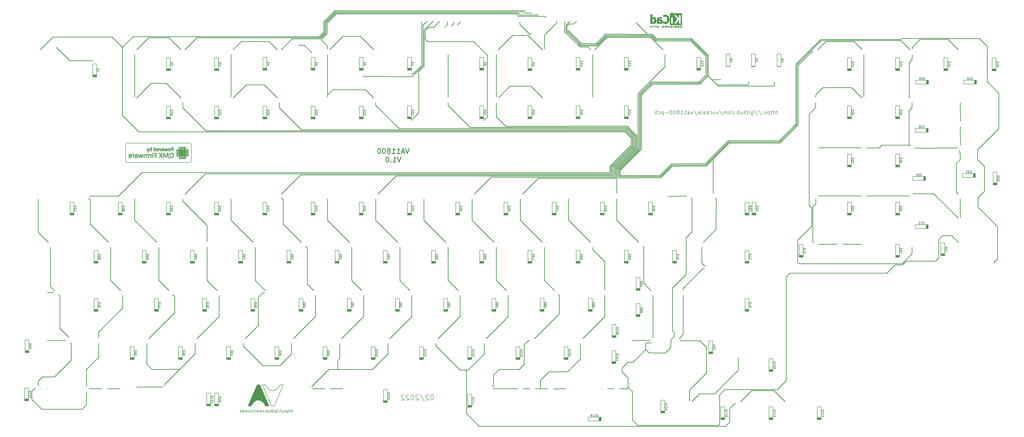
<source format=gbr>
%TF.GenerationSoftware,KiCad,Pcbnew,5.1.9+dfsg1-1*%
%TF.CreationDate,2022-02-11T04:52:15+01:00*%
%TF.ProjectId,va11800,76613131-3830-4302-9e6b-696361645f70,rev?*%
%TF.SameCoordinates,Original*%
%TF.FileFunction,Legend,Bot*%
%TF.FilePolarity,Positive*%
%FSLAX46Y46*%
G04 Gerber Fmt 4.6, Leading zero omitted, Abs format (unit mm)*
G04 Created by KiCad (PCBNEW 5.1.9+dfsg1-1) date 2022-02-11 04:52:15*
%MOMM*%
%LPD*%
G01*
G04 APERTURE LIST*
%ADD10C,0.150000*%
%ADD11C,0.250000*%
%ADD12C,0.200000*%
%ADD13C,0.375000*%
%ADD14C,0.010000*%
G04 APERTURE END LIST*
D10*
X125260952Y-219092380D02*
X125260952Y-218092380D01*
X124832380Y-219092380D02*
X124832380Y-218568571D01*
X124880000Y-218473333D01*
X124975238Y-218425714D01*
X125118095Y-218425714D01*
X125213333Y-218473333D01*
X125260952Y-218520952D01*
X124499047Y-218425714D02*
X124118095Y-218425714D01*
X124356190Y-218092380D02*
X124356190Y-218949523D01*
X124308571Y-219044761D01*
X124213333Y-219092380D01*
X124118095Y-219092380D01*
X123927619Y-218425714D02*
X123546666Y-218425714D01*
X123784761Y-218092380D02*
X123784761Y-218949523D01*
X123737142Y-219044761D01*
X123641904Y-219092380D01*
X123546666Y-219092380D01*
X123213333Y-218425714D02*
X123213333Y-219425714D01*
X123213333Y-218473333D02*
X123118095Y-218425714D01*
X122927619Y-218425714D01*
X122832380Y-218473333D01*
X122784761Y-218520952D01*
X122737142Y-218616190D01*
X122737142Y-218901904D01*
X122784761Y-218997142D01*
X122832380Y-219044761D01*
X122927619Y-219092380D01*
X123118095Y-219092380D01*
X123213333Y-219044761D01*
X122356190Y-219044761D02*
X122260952Y-219092380D01*
X122070476Y-219092380D01*
X121975238Y-219044761D01*
X121927619Y-218949523D01*
X121927619Y-218901904D01*
X121975238Y-218806666D01*
X122070476Y-218759047D01*
X122213333Y-218759047D01*
X122308571Y-218711428D01*
X122356190Y-218616190D01*
X122356190Y-218568571D01*
X122308571Y-218473333D01*
X122213333Y-218425714D01*
X122070476Y-218425714D01*
X121975238Y-218473333D01*
X121499047Y-218997142D02*
X121451428Y-219044761D01*
X121499047Y-219092380D01*
X121546666Y-219044761D01*
X121499047Y-218997142D01*
X121499047Y-219092380D01*
X121499047Y-218473333D02*
X121451428Y-218520952D01*
X121499047Y-218568571D01*
X121546666Y-218520952D01*
X121499047Y-218473333D01*
X121499047Y-218568571D01*
X120308571Y-218044761D02*
X121165714Y-219330476D01*
X119260952Y-218044761D02*
X120118095Y-219330476D01*
X118499047Y-218425714D02*
X118499047Y-219235238D01*
X118546666Y-219330476D01*
X118594285Y-219378095D01*
X118689523Y-219425714D01*
X118832380Y-219425714D01*
X118927619Y-219378095D01*
X118499047Y-219044761D02*
X118594285Y-219092380D01*
X118784761Y-219092380D01*
X118880000Y-219044761D01*
X118927619Y-218997142D01*
X118975238Y-218901904D01*
X118975238Y-218616190D01*
X118927619Y-218520952D01*
X118880000Y-218473333D01*
X118784761Y-218425714D01*
X118594285Y-218425714D01*
X118499047Y-218473333D01*
X118022857Y-219092380D02*
X118022857Y-218425714D01*
X118022857Y-218092380D02*
X118070476Y-218140000D01*
X118022857Y-218187619D01*
X117975238Y-218140000D01*
X118022857Y-218092380D01*
X118022857Y-218187619D01*
X117689523Y-218425714D02*
X117308571Y-218425714D01*
X117546666Y-218092380D02*
X117546666Y-218949523D01*
X117499047Y-219044761D01*
X117403809Y-219092380D01*
X117308571Y-219092380D01*
X116975238Y-219092380D02*
X116975238Y-218092380D01*
X116546666Y-219092380D02*
X116546666Y-218568571D01*
X116594285Y-218473333D01*
X116689523Y-218425714D01*
X116832380Y-218425714D01*
X116927619Y-218473333D01*
X116975238Y-218520952D01*
X115641904Y-218425714D02*
X115641904Y-219092380D01*
X116070476Y-218425714D02*
X116070476Y-218949523D01*
X116022857Y-219044761D01*
X115927619Y-219092380D01*
X115784761Y-219092380D01*
X115689523Y-219044761D01*
X115641904Y-218997142D01*
X115165714Y-219092380D02*
X115165714Y-218092380D01*
X115165714Y-218473333D02*
X115070476Y-218425714D01*
X114880000Y-218425714D01*
X114784761Y-218473333D01*
X114737142Y-218520952D01*
X114689523Y-218616190D01*
X114689523Y-218901904D01*
X114737142Y-218997142D01*
X114784761Y-219044761D01*
X114880000Y-219092380D01*
X115070476Y-219092380D01*
X115165714Y-219044761D01*
X114260952Y-218997142D02*
X114213333Y-219044761D01*
X114260952Y-219092380D01*
X114308571Y-219044761D01*
X114260952Y-218997142D01*
X114260952Y-219092380D01*
X113356190Y-219044761D02*
X113451428Y-219092380D01*
X113641904Y-219092380D01*
X113737142Y-219044761D01*
X113784761Y-218997142D01*
X113832380Y-218901904D01*
X113832380Y-218616190D01*
X113784761Y-218520952D01*
X113737142Y-218473333D01*
X113641904Y-218425714D01*
X113451428Y-218425714D01*
X113356190Y-218473333D01*
X112784761Y-219092380D02*
X112880000Y-219044761D01*
X112927619Y-218997142D01*
X112975238Y-218901904D01*
X112975238Y-218616190D01*
X112927619Y-218520952D01*
X112880000Y-218473333D01*
X112784761Y-218425714D01*
X112641904Y-218425714D01*
X112546666Y-218473333D01*
X112499047Y-218520952D01*
X112451428Y-218616190D01*
X112451428Y-218901904D01*
X112499047Y-218997142D01*
X112546666Y-219044761D01*
X112641904Y-219092380D01*
X112784761Y-219092380D01*
X112022857Y-219092380D02*
X112022857Y-218425714D01*
X112022857Y-218520952D02*
X111975238Y-218473333D01*
X111880000Y-218425714D01*
X111737142Y-218425714D01*
X111641904Y-218473333D01*
X111594285Y-218568571D01*
X111594285Y-219092380D01*
X111594285Y-218568571D02*
X111546666Y-218473333D01*
X111451428Y-218425714D01*
X111308571Y-218425714D01*
X111213333Y-218473333D01*
X111165714Y-218568571D01*
X111165714Y-219092380D01*
X109975238Y-218044761D02*
X110832380Y-219330476D01*
X109737142Y-218425714D02*
X109499047Y-219092380D01*
X109260952Y-218425714D01*
X108451428Y-218425714D02*
X108451428Y-219092380D01*
X108880000Y-218425714D02*
X108880000Y-218949523D01*
X108832380Y-219044761D01*
X108737142Y-219092380D01*
X108594285Y-219092380D01*
X108499047Y-219044761D01*
X108451428Y-218997142D01*
X107546666Y-219044761D02*
X107641904Y-219092380D01*
X107832380Y-219092380D01*
X107927619Y-219044761D01*
X107975238Y-218997142D01*
X108022857Y-218901904D01*
X108022857Y-218616190D01*
X107975238Y-218520952D01*
X107927619Y-218473333D01*
X107832380Y-218425714D01*
X107641904Y-218425714D01*
X107546666Y-218473333D01*
X107118095Y-219092380D02*
X107118095Y-218092380D01*
X107022857Y-218711428D02*
X106737142Y-219092380D01*
X106737142Y-218425714D02*
X107118095Y-218806666D01*
X105880000Y-219092380D02*
X105880000Y-218568571D01*
X105927619Y-218473333D01*
X106022857Y-218425714D01*
X106213333Y-218425714D01*
X106308571Y-218473333D01*
X105880000Y-219044761D02*
X105975238Y-219092380D01*
X106213333Y-219092380D01*
X106308571Y-219044761D01*
X106356190Y-218949523D01*
X106356190Y-218854285D01*
X106308571Y-218759047D01*
X106213333Y-218711428D01*
X105975238Y-218711428D01*
X105880000Y-218663809D01*
X105260952Y-219092380D02*
X105356190Y-219044761D01*
X105403809Y-218949523D01*
X105403809Y-218092380D01*
X104499047Y-219044761D02*
X104594285Y-219092380D01*
X104784761Y-219092380D01*
X104880000Y-219044761D01*
X104927619Y-218949523D01*
X104927619Y-218568571D01*
X104880000Y-218473333D01*
X104784761Y-218425714D01*
X104594285Y-218425714D01*
X104499047Y-218473333D01*
X104451428Y-218568571D01*
X104451428Y-218663809D01*
X104927619Y-218759047D01*
D11*
X172990000Y-85210000D02*
X172250000Y-85210000D01*
X176310000Y-81870000D02*
X172990000Y-85210000D01*
X176320000Y-64710000D02*
X176310000Y-81870000D01*
X176770000Y-65930000D02*
X178230000Y-64500000D01*
X176770000Y-82070000D02*
X176770000Y-65930000D01*
X172510000Y-86340000D02*
X176770000Y-82070000D01*
X153520000Y-86330000D02*
X172510000Y-86340000D01*
X153080000Y-85910000D02*
X153520000Y-86330000D01*
X175110000Y-100710000D02*
X172170000Y-103660000D01*
X175120000Y-84360000D02*
X175110000Y-100710000D01*
X177220000Y-82270000D02*
X175120000Y-84360000D01*
X177220000Y-68030000D02*
X177220000Y-82270000D01*
X180810000Y-64460000D02*
X177220000Y-68030000D01*
X191560000Y-64800000D02*
X191560000Y-64700000D01*
X190460000Y-65880000D02*
X191540000Y-64810000D01*
X189020000Y-65290000D02*
X189020000Y-64750000D01*
X187970000Y-66350000D02*
X189020000Y-65290000D01*
X186480000Y-65710000D02*
X186480000Y-64740000D01*
X185390000Y-66790000D02*
X186480000Y-65710000D01*
X181040000Y-66780000D02*
X183320000Y-64490000D01*
X179110000Y-66780000D02*
X181040000Y-66780000D01*
X177680000Y-68220000D02*
X179110000Y-66780000D01*
X177660000Y-71580000D02*
X177680000Y-68220000D01*
X178590000Y-72530000D02*
X177660000Y-71580000D01*
X196780000Y-72520000D02*
X178590000Y-72530000D01*
X202150000Y-77860000D02*
X196780000Y-72520000D01*
X202150000Y-102250000D02*
X202150000Y-77860000D01*
X200750000Y-103640000D02*
X202150000Y-102250000D01*
X243850000Y-94430000D02*
X243840000Y-77660000D01*
X315630000Y-89880000D02*
X315630000Y-88420000D01*
X315450000Y-90060000D02*
X315630000Y-89880000D01*
X293440000Y-90080000D02*
X315450000Y-90060000D01*
X293000000Y-89640000D02*
X293440000Y-90080000D01*
X292940000Y-89580000D02*
X290950000Y-87590000D01*
X305200000Y-89580000D02*
X292940000Y-89580000D01*
X305470000Y-89320000D02*
X305200000Y-89580000D01*
X305460000Y-88360000D02*
X305470000Y-89320000D01*
X290900000Y-87530000D02*
X289560000Y-86210000D01*
X294470000Y-87520000D02*
X290900000Y-87530000D01*
X265310000Y-69430000D02*
X260930000Y-65060000D01*
X234440000Y-68320000D02*
X234430000Y-67730000D01*
X239380000Y-73270000D02*
X234440000Y-68320000D01*
X245170000Y-73260000D02*
X239380000Y-73270000D01*
X248880000Y-69560000D02*
X245170000Y-73260000D01*
X267380000Y-69570000D02*
X248880000Y-69560000D01*
X269110000Y-71310000D02*
X267380000Y-69570000D01*
X282860000Y-71300000D02*
X269110000Y-71310000D01*
X289470000Y-77910000D02*
X282860000Y-71300000D01*
X289470000Y-86140000D02*
X289470000Y-77910000D01*
X286200000Y-89380000D02*
X289470000Y-86140000D01*
X267450000Y-89400000D02*
X286200000Y-89380000D01*
X263100000Y-93730000D02*
X267450000Y-89400000D01*
X263100000Y-115100000D02*
X263100000Y-93730000D01*
X254710000Y-123500000D02*
X263100000Y-115100000D01*
X254720000Y-125480000D02*
X254710000Y-123500000D01*
X270380000Y-125480000D02*
X254720000Y-125480000D01*
X275000000Y-120870000D02*
X270380000Y-125480000D01*
X288270000Y-120860000D02*
X275000000Y-120870000D01*
X297410000Y-111730000D02*
X288270000Y-120860000D01*
X317440000Y-111730000D02*
X297410000Y-111730000D01*
X324110000Y-105070000D02*
X317440000Y-111730000D01*
X324120000Y-81480000D02*
X324110000Y-105070000D01*
X333960000Y-71620000D02*
X324120000Y-81480000D01*
X365700000Y-71630000D02*
X333960000Y-71620000D01*
X366150000Y-71200000D02*
X365700000Y-71630000D01*
X384410000Y-71200000D02*
X366150000Y-71200000D01*
X384530000Y-71300000D02*
X384410000Y-71200000D01*
X396670000Y-71290000D02*
X384530000Y-71300000D01*
X399730000Y-74350000D02*
X396670000Y-71290000D01*
X399750000Y-88410000D02*
X399730000Y-74350000D01*
X404280000Y-92880000D02*
X399750000Y-88410000D01*
X404290000Y-106980000D02*
X404280000Y-92880000D01*
X395890000Y-115370000D02*
X404290000Y-106980000D01*
X395880000Y-119180000D02*
X395890000Y-115370000D01*
X398610000Y-121880000D02*
X395880000Y-119180000D01*
X398610000Y-131750000D02*
X398610000Y-121880000D01*
X396050000Y-134300000D02*
X398610000Y-131750000D01*
X396050000Y-137980000D02*
X396050000Y-134300000D01*
X403750000Y-145680000D02*
X396050000Y-137980000D01*
X403760000Y-158480000D02*
X403750000Y-145680000D01*
X402220000Y-160060000D02*
X403760000Y-158480000D01*
X389100000Y-103960000D02*
X389090000Y-96700000D01*
X389110000Y-113480000D02*
X389090000Y-106230000D01*
X371140000Y-114620000D02*
X387990000Y-114610000D01*
X388770000Y-116330000D02*
X388780000Y-115690000D01*
X389030000Y-116600000D02*
X388770000Y-116330000D01*
X389020000Y-119190000D02*
X389030000Y-116600000D01*
X387530000Y-120680000D02*
X389020000Y-119190000D01*
X387520000Y-132080000D02*
X387530000Y-120680000D01*
X388290000Y-132880000D02*
X387520000Y-132080000D01*
X389080000Y-142060000D02*
X389090000Y-134810000D01*
X378590000Y-132690000D02*
X388270000Y-142370000D01*
X370610000Y-132700000D02*
X378590000Y-132690000D01*
X370460000Y-132830000D02*
X370610000Y-132700000D01*
X352100000Y-133530000D02*
X368930000Y-133550000D01*
X333050000Y-133550000D02*
X349880000Y-133550000D01*
X331950000Y-136710000D02*
X331950000Y-134790000D01*
X330820000Y-137830000D02*
X331950000Y-136710000D01*
X330810000Y-151560000D02*
X330820000Y-137830000D01*
X331190000Y-151960000D02*
X330810000Y-151560000D01*
X340330000Y-152700000D02*
X333100000Y-152710000D01*
X349940000Y-152710000D02*
X342650000Y-152700000D01*
X349880000Y-114510000D02*
X333040000Y-114510000D01*
X356950000Y-114610000D02*
X352150000Y-114610000D01*
X358070000Y-113490000D02*
X356950000Y-114610000D01*
X368880000Y-113470000D02*
X358070000Y-113490000D01*
X368840000Y-113420000D02*
X369230000Y-113790000D01*
X368830000Y-99830000D02*
X368840000Y-113420000D01*
X370040000Y-98610000D02*
X368830000Y-99830000D01*
X370040000Y-96690000D02*
X370040000Y-98610000D01*
X368920000Y-94430000D02*
X369220000Y-94730000D01*
X368910000Y-80690000D02*
X368920000Y-94430000D01*
X370040000Y-79570000D02*
X368910000Y-80690000D01*
X370050000Y-77630000D02*
X370040000Y-79570000D01*
X384240000Y-71650000D02*
X388300000Y-75720000D01*
X373170000Y-71650000D02*
X384240000Y-71650000D01*
X370050000Y-74770000D02*
X373170000Y-71650000D01*
X370050000Y-75390000D02*
X370050000Y-74770000D01*
X365600000Y-72070000D02*
X369240000Y-75710000D01*
X334160000Y-72070000D02*
X365600000Y-72070000D01*
X324560000Y-81670000D02*
X334160000Y-72070000D01*
X324560000Y-105250000D02*
X324560000Y-81670000D01*
X317640000Y-112180000D02*
X324560000Y-105250000D01*
X297590000Y-112180000D02*
X317640000Y-112180000D01*
X288460000Y-121310000D02*
X297590000Y-112180000D01*
X275180000Y-121310000D02*
X288460000Y-121310000D01*
X270560000Y-125930000D02*
X275180000Y-121310000D01*
X254260000Y-125930000D02*
X270560000Y-125930000D01*
X254260000Y-123310000D02*
X254260000Y-125930000D01*
X262650000Y-114930000D02*
X254260000Y-123310000D01*
X262650000Y-93560000D02*
X262650000Y-114930000D01*
X267260000Y-88940000D02*
X262650000Y-93560000D01*
X286020000Y-88940000D02*
X267260000Y-88940000D01*
X289030000Y-85940000D02*
X286020000Y-88940000D01*
X289030000Y-78110000D02*
X289030000Y-85940000D01*
X282670000Y-71750000D02*
X289030000Y-78110000D01*
X268930000Y-71750000D02*
X282670000Y-71750000D01*
X267180000Y-70010000D02*
X268930000Y-71750000D01*
X249060000Y-70010000D02*
X267180000Y-70010000D01*
X245350000Y-73720000D02*
X249060000Y-70010000D01*
X239200000Y-73720000D02*
X245350000Y-73720000D01*
X233680000Y-68210000D02*
X239200000Y-73720000D01*
X233670000Y-66240000D02*
X233680000Y-68210000D01*
X234350000Y-65570000D02*
X233670000Y-66240000D01*
X236240000Y-65550000D02*
X234350000Y-65570000D01*
X237370000Y-64440000D02*
X236240000Y-65550000D01*
X218940000Y-69570000D02*
X219560000Y-69590000D01*
X215080000Y-65750000D02*
X218940000Y-69570000D01*
X215060000Y-64670000D02*
X215080000Y-65750000D01*
X301310000Y-202500000D02*
X301300000Y-197690000D01*
X291940000Y-211880000D02*
X301310000Y-202500000D01*
X286120000Y-211870000D02*
X291940000Y-211880000D01*
X283050000Y-214920000D02*
X286120000Y-211870000D01*
X282130000Y-210290000D02*
X282130000Y-214630000D01*
X288810000Y-203600000D02*
X282130000Y-210290000D01*
X288820000Y-193500000D02*
X288810000Y-203600000D01*
X286140000Y-190820000D02*
X288820000Y-193500000D01*
X278290000Y-190830000D02*
X286140000Y-190820000D01*
X279550000Y-188420000D02*
X277970000Y-190020000D01*
X279570000Y-172880000D02*
X279550000Y-188420000D01*
X279560000Y-170170000D02*
X279560000Y-170620000D01*
X287490000Y-162240000D02*
X279560000Y-170170000D01*
X287950000Y-162230000D02*
X287490000Y-162240000D01*
X286960000Y-160110000D02*
X288250000Y-161400000D01*
X286950000Y-153790000D02*
X286960000Y-160110000D01*
X292570000Y-146830000D02*
X287500000Y-151940000D01*
X292580000Y-134790000D02*
X292570000Y-146830000D01*
X292250000Y-134450000D02*
X292580000Y-134790000D01*
X291460000Y-119090000D02*
X291470000Y-132530000D01*
X266120000Y-195670000D02*
X264790000Y-194330000D01*
X272570000Y-195660000D02*
X266120000Y-195670000D01*
X274700000Y-193540000D02*
X272570000Y-195660000D01*
X274720000Y-190520000D02*
X274700000Y-193540000D01*
X276050000Y-189170000D02*
X274720000Y-190520000D01*
X276070000Y-187580000D02*
X276050000Y-189170000D01*
X275330000Y-186850000D02*
X276070000Y-187580000D01*
X275340000Y-170040000D02*
X275330000Y-186850000D01*
X280790000Y-164570000D02*
X275340000Y-170040000D01*
X280800000Y-150100000D02*
X280790000Y-164570000D01*
X283060000Y-147840000D02*
X280800000Y-150100000D01*
X283070000Y-134800000D02*
X283060000Y-147840000D01*
X282710000Y-134440000D02*
X283070000Y-134800000D01*
X273510000Y-133670000D02*
X280770000Y-133650000D01*
X233230000Y-66050000D02*
X234830000Y-64460000D01*
X233240000Y-68380000D02*
X233230000Y-66050000D01*
X238990000Y-74160000D02*
X233240000Y-68380000D01*
X245530000Y-74170000D02*
X238990000Y-74160000D01*
X249230000Y-70450000D02*
X245530000Y-74170000D01*
X266980000Y-70440000D02*
X249230000Y-70450000D01*
X268740000Y-72200000D02*
X266980000Y-70440000D01*
X282510000Y-72210000D02*
X268740000Y-72200000D01*
X288560000Y-78280000D02*
X282510000Y-72210000D01*
X288570000Y-85730000D02*
X288560000Y-78280000D01*
X285850000Y-88480000D02*
X288570000Y-85730000D01*
X267080000Y-88490000D02*
X285850000Y-88480000D01*
X262210000Y-93360000D02*
X267080000Y-88490000D01*
X262200000Y-114740000D02*
X262210000Y-93360000D01*
X253820000Y-123110000D02*
X262200000Y-114740000D01*
X253820000Y-126380000D02*
X253820000Y-123110000D01*
X270780000Y-126350000D02*
X253820000Y-126380000D01*
X275380000Y-121760000D02*
X270780000Y-126350000D01*
X288660000Y-121750000D02*
X275380000Y-121760000D01*
X297770000Y-112630000D02*
X288660000Y-121750000D01*
X317830000Y-112630000D02*
X297770000Y-112630000D01*
X325000000Y-105450000D02*
X317830000Y-112630000D01*
X325000000Y-81860000D02*
X325000000Y-105450000D01*
X330340000Y-76510000D02*
X325000000Y-81860000D01*
X330820000Y-76510000D02*
X330340000Y-76510000D01*
X335930000Y-72530000D02*
X332770000Y-75680000D01*
X347170000Y-72520000D02*
X335930000Y-72530000D01*
X350290000Y-75640000D02*
X347170000Y-72520000D01*
X350990000Y-94440000D02*
X350990000Y-77650000D01*
X346110000Y-90660000D02*
X350190000Y-94760000D01*
X334870000Y-90660000D02*
X346110000Y-90660000D01*
X331950000Y-93600000D02*
X334870000Y-90660000D01*
X331950000Y-94440000D02*
X331950000Y-93600000D01*
X331930000Y-98600000D02*
X331940000Y-96730000D01*
X329380000Y-101160000D02*
X331930000Y-98600000D01*
X329390000Y-137440000D02*
X329380000Y-101160000D01*
X330380000Y-138420000D02*
X329390000Y-137440000D01*
X330380000Y-145550000D02*
X330380000Y-138420000D01*
X324900000Y-151020000D02*
X330380000Y-145550000D01*
X324910000Y-160010000D02*
X324900000Y-151020000D01*
X325300000Y-160390000D02*
X324910000Y-160010000D01*
X366090000Y-160390000D02*
X325300000Y-160390000D01*
X370040000Y-156430000D02*
X366090000Y-160390000D01*
X370040000Y-153830000D02*
X370040000Y-156430000D01*
X385710000Y-149320000D02*
X388290000Y-151900000D01*
X382040000Y-149320000D02*
X385710000Y-149320000D01*
X380590000Y-150770000D02*
X382040000Y-149320000D01*
X380590000Y-158080000D02*
X380590000Y-150770000D01*
X379300000Y-159370000D02*
X380590000Y-158080000D01*
X378820000Y-159360000D02*
X379300000Y-159370000D01*
X367740000Y-159380000D02*
X378850000Y-159360000D01*
X366270000Y-160830000D02*
X367740000Y-159370000D01*
X363320000Y-160840000D02*
X366270000Y-160830000D01*
X360070000Y-164080000D02*
X363320000Y-160840000D01*
X321800000Y-164080000D02*
X360070000Y-164080000D01*
X320310000Y-165570000D02*
X321800000Y-164080000D01*
X320310000Y-206720000D02*
X320310000Y-165570000D01*
X316850000Y-210170000D02*
X320310000Y-206720000D01*
X296030000Y-210170000D02*
X316850000Y-210170000D01*
X293950000Y-212250000D02*
X296030000Y-210170000D01*
X293950000Y-223970000D02*
X293950000Y-212250000D01*
X293670000Y-224260000D02*
X293950000Y-223970000D01*
X261530000Y-224260000D02*
X293670000Y-224260000D01*
X259490000Y-222220000D02*
X261530000Y-224260000D01*
X259490000Y-210910000D02*
X259490000Y-222220000D01*
X257830000Y-209270000D02*
X259490000Y-210910000D01*
X247480000Y-209860000D02*
X247360000Y-209860000D01*
X252240000Y-209860000D02*
X249730000Y-209860000D01*
X257210000Y-209870000D02*
X254480000Y-209860000D01*
X257810000Y-209270000D02*
X257210000Y-209870000D01*
X257830000Y-205600000D02*
X257840000Y-209310000D01*
X255430000Y-203200000D02*
X257830000Y-205600000D01*
X255430000Y-201570000D02*
X255430000Y-203200000D01*
X257700000Y-199290000D02*
X255430000Y-201570000D01*
X259810000Y-199290000D02*
X257700000Y-199290000D01*
X264740000Y-194360000D02*
X259810000Y-199290000D01*
X264780000Y-192050000D02*
X264770000Y-194380000D01*
X265100000Y-191730000D02*
X264780000Y-192050000D01*
X266730000Y-191730000D02*
X265100000Y-191730000D01*
X266910000Y-191560000D02*
X266730000Y-191730000D01*
X266520000Y-190810000D02*
X259270000Y-190810000D01*
X267650000Y-172890000D02*
X267650000Y-189650000D01*
X264010000Y-168120000D02*
X266830000Y-170930000D01*
X264010000Y-153830000D02*
X264010000Y-168120000D01*
X263670000Y-153490000D02*
X264010000Y-153830000D01*
X253370000Y-143190000D02*
X262080000Y-151900000D01*
X253360000Y-134790000D02*
X253370000Y-143190000D01*
X253360000Y-122940000D02*
X253360000Y-132520000D01*
X261750000Y-114550000D02*
X253360000Y-122940000D01*
X261750000Y-93170000D02*
X261750000Y-114550000D01*
X272410000Y-82510000D02*
X261750000Y-93170000D01*
X272410000Y-77630000D02*
X272410000Y-82510000D01*
X266820000Y-70910000D02*
X271580000Y-75690000D01*
X249430000Y-70910000D02*
X266820000Y-70910000D01*
X244630000Y-75720000D02*
X249430000Y-70910000D01*
X241950000Y-74630000D02*
X243010000Y-75680000D01*
X238830000Y-74630000D02*
X241950000Y-74630000D01*
X232780000Y-68580000D02*
X238830000Y-74630000D01*
X232770000Y-64700000D02*
X232780000Y-68580000D01*
X177160000Y-143180000D02*
X177160000Y-134790000D01*
X185890000Y-151920000D02*
X177160000Y-143180000D01*
X186690000Y-167000000D02*
X186690000Y-153830000D01*
X190660000Y-170970000D02*
X186690000Y-167000000D01*
X315510000Y-210620000D02*
X319880000Y-215000000D01*
X306650000Y-210620000D02*
X315510000Y-210620000D01*
X302260000Y-214990000D02*
X306650000Y-210620000D01*
X299850000Y-215790000D02*
X300340000Y-215790000D01*
X297960000Y-217680000D02*
X299850000Y-215790000D01*
X297960000Y-223060000D02*
X297960000Y-217680000D01*
X296410000Y-224610000D02*
X297960000Y-223060000D01*
X296310000Y-224710000D02*
X296410000Y-224610000D01*
X198960000Y-224700000D02*
X296310000Y-224710000D01*
X193950000Y-219670000D02*
X198960000Y-224700000D01*
X193950000Y-202600000D02*
X193950000Y-219670000D01*
X191450000Y-181290000D02*
X191450000Y-172900000D01*
X182710000Y-190010000D02*
X191450000Y-181290000D01*
X181920000Y-192970000D02*
X181930000Y-191970000D01*
X191440000Y-202490000D02*
X181920000Y-192970000D01*
X194590000Y-202490000D02*
X191440000Y-202490000D01*
X200970000Y-196100000D02*
X194590000Y-202490000D01*
X200980000Y-191940000D02*
X200970000Y-196100000D01*
X210430000Y-181360000D02*
X201780000Y-190000000D01*
X210440000Y-172880000D02*
X210430000Y-181360000D01*
X205740000Y-167000000D02*
X209690000Y-170950000D01*
X205740000Y-153830000D02*
X205740000Y-167000000D01*
X196200000Y-143180000D02*
X204920000Y-151890000D01*
X196210000Y-134780000D02*
X196200000Y-143180000D01*
X203730000Y-126140000D02*
X197040000Y-132840000D01*
X252450000Y-126140000D02*
X203730000Y-126140000D01*
X252460000Y-122560000D02*
X252450000Y-126140000D01*
X260850000Y-114170000D02*
X252460000Y-122560000D01*
X260850000Y-109890000D02*
X260850000Y-114170000D01*
X257390000Y-106430000D02*
X260850000Y-109890000D01*
X195390000Y-106430000D02*
X257390000Y-106430000D01*
X186690000Y-97730000D02*
X195390000Y-106430000D01*
X186690000Y-96690000D02*
X186690000Y-97730000D01*
X186680000Y-77650000D02*
X186690000Y-94440000D01*
X234310000Y-143170000D02*
X234320000Y-134780000D01*
X243040000Y-151920000D02*
X234310000Y-143170000D01*
X243840000Y-154750000D02*
X243840000Y-153840000D01*
X248600000Y-159500000D02*
X243840000Y-154750000D01*
X248600000Y-170640000D02*
X248600000Y-159500000D01*
X248600000Y-181280000D02*
X248600000Y-172930000D01*
X239860000Y-190010000D02*
X248600000Y-181280000D01*
X239010000Y-198020000D02*
X239010000Y-191940000D01*
X233880000Y-203150000D02*
X239010000Y-198020000D01*
X226590000Y-203150000D02*
X233880000Y-203150000D01*
X223200000Y-206530000D02*
X226590000Y-203150000D01*
X223200000Y-209730000D02*
X223200000Y-206530000D01*
X233190000Y-209860000D02*
X228360000Y-209870000D01*
X221150000Y-209850000D02*
X226060000Y-209860000D01*
X216390000Y-209860000D02*
X218890000Y-209860000D01*
X204480000Y-209860000D02*
X214130000Y-209860000D01*
X204670000Y-208550000D02*
X204170000Y-209040000D01*
X204670000Y-204350000D02*
X204670000Y-208550000D01*
X206820000Y-202200000D02*
X204670000Y-204350000D01*
X214790000Y-202190000D02*
X206820000Y-202200000D01*
X216760000Y-200230000D02*
X214790000Y-202190000D01*
X216760000Y-192490000D02*
X216760000Y-200230000D01*
X218430000Y-190810000D02*
X216760000Y-192490000D01*
X218900000Y-190800000D02*
X218430000Y-190810000D01*
X230680000Y-180160000D02*
X220830000Y-190010000D01*
X230670000Y-172880000D02*
X230680000Y-180160000D01*
X230330000Y-172540000D02*
X230670000Y-172880000D01*
X224790000Y-167000000D02*
X228730000Y-170940000D01*
X224790000Y-153830000D02*
X224790000Y-167000000D01*
X215260000Y-143180000D02*
X223990000Y-151920000D01*
X215270000Y-134790000D02*
X215260000Y-143180000D01*
X222330000Y-126590000D02*
X216070000Y-132850000D01*
X252640000Y-126580000D02*
X222330000Y-126590000D01*
X252910000Y-126320000D02*
X252640000Y-126580000D01*
X252910000Y-122760000D02*
X252910000Y-126320000D01*
X261300000Y-114370000D02*
X252910000Y-122760000D01*
X261310000Y-109710000D02*
X261300000Y-114370000D01*
X257560000Y-105970000D02*
X261310000Y-109710000D01*
X209540000Y-105980000D02*
X257560000Y-105970000D01*
X205740000Y-102180000D02*
X209540000Y-105980000D01*
X205730000Y-96680000D02*
X205740000Y-102180000D01*
X211180000Y-90120000D02*
X206560000Y-94730000D01*
X219350000Y-90120000D02*
X211180000Y-90120000D01*
X224000000Y-94770000D02*
X219350000Y-90120000D01*
X205740000Y-77640000D02*
X205740000Y-94400000D01*
X212220000Y-70030000D02*
X206520000Y-75730000D01*
X218310000Y-70030000D02*
X212220000Y-70030000D01*
X223980000Y-75720000D02*
X218310000Y-70030000D01*
X224790000Y-69930000D02*
X224790000Y-75330000D01*
X229550000Y-65180000D02*
X224790000Y-69930000D01*
X229550000Y-64640000D02*
X229550000Y-65180000D01*
X229740000Y-64450000D02*
X229550000Y-64640000D01*
X139060000Y-143180000D02*
X139070000Y-134780000D01*
X147790000Y-151920000D02*
X139060000Y-143180000D01*
X148590000Y-167000000D02*
X148590000Y-153860000D01*
X152560000Y-170960000D02*
X148590000Y-167000000D01*
X153350000Y-181280000D02*
X153350000Y-172890000D01*
X144620000Y-190010000D02*
X153350000Y-181280000D01*
X143830000Y-197950000D02*
X143830000Y-191970000D01*
X143120000Y-198660000D02*
X143830000Y-197950000D01*
X143120000Y-202070000D02*
X143120000Y-198660000D01*
X140180000Y-209860000D02*
X145080000Y-209860000D01*
X133050000Y-209860000D02*
X137920000Y-209860000D01*
X139590000Y-202190000D02*
X132730000Y-209050000D01*
X156790000Y-202190000D02*
X139590000Y-202190000D01*
X162870000Y-196100000D02*
X156790000Y-202190000D01*
X162870000Y-191940000D02*
X162870000Y-196100000D01*
X172330000Y-181370000D02*
X163690000Y-190000000D01*
X172330000Y-172880000D02*
X172330000Y-181370000D01*
X167640000Y-167000000D02*
X171570000Y-170920000D01*
X167640000Y-153840000D02*
X167640000Y-167000000D01*
X158110000Y-143180000D02*
X166840000Y-151910000D01*
X158110000Y-134780000D02*
X158110000Y-143180000D01*
X166090000Y-125690000D02*
X158930000Y-132850000D01*
X252000000Y-125680000D02*
X166090000Y-125690000D01*
X252010000Y-122360000D02*
X252000000Y-125680000D01*
X260400000Y-113990000D02*
X252010000Y-122360000D01*
X260400000Y-110080000D02*
X260400000Y-113990000D01*
X257200000Y-106880000D02*
X260400000Y-110080000D01*
X167270000Y-106880000D02*
X257200000Y-106880000D01*
X158120000Y-97730000D02*
X167270000Y-106880000D01*
X158120000Y-96680000D02*
X158120000Y-97730000D01*
X154130000Y-91570000D02*
X157300000Y-94750000D01*
X141030000Y-91570000D02*
X154130000Y-91570000D01*
X139170000Y-93460000D02*
X141030000Y-91570000D01*
X139050000Y-77630000D02*
X139070000Y-94390000D01*
X129900000Y-73970000D02*
X132780000Y-76850000D01*
X127480000Y-73960000D02*
X129900000Y-73970000D01*
X152040000Y-70430000D02*
X157290000Y-75690000D01*
X145140000Y-70430000D02*
X152040000Y-70430000D01*
X139850000Y-75720000D02*
X145140000Y-70430000D01*
X139060000Y-74330000D02*
X139060000Y-75370000D01*
X136650000Y-71920000D02*
X139060000Y-74330000D01*
X136650000Y-71530000D02*
X136650000Y-71920000D01*
X138920000Y-69270000D02*
X136650000Y-71530000D01*
X138920000Y-65140000D02*
X138920000Y-69270000D01*
X142470000Y-61600000D02*
X138920000Y-65140000D01*
X213600000Y-61600000D02*
X142470000Y-61600000D01*
X214500000Y-62500000D02*
X213600000Y-61600000D01*
X224980000Y-62500000D02*
X214500000Y-62500000D01*
X225270000Y-62790000D02*
X224980000Y-62500000D01*
X225270000Y-63000000D02*
X225270000Y-62790000D01*
X222010000Y-61980000D02*
X222270000Y-61710000D01*
X215040000Y-61980000D02*
X222010000Y-61980000D01*
X214210000Y-61150000D02*
X215040000Y-61980000D01*
X142280000Y-61140000D02*
X214210000Y-61150000D01*
X138470000Y-64950000D02*
X142280000Y-61140000D01*
X138470000Y-69080000D02*
X138470000Y-64950000D01*
X136130000Y-71420000D02*
X138470000Y-69080000D01*
X125090000Y-71430000D02*
X136130000Y-71420000D01*
X120800000Y-75720000D02*
X125090000Y-71430000D01*
X116030000Y-72520000D02*
X119190000Y-75690000D01*
X104950000Y-72520000D02*
X116030000Y-72520000D01*
X101770000Y-75720000D02*
X104950000Y-72520000D01*
X100960000Y-94440000D02*
X100970000Y-77660000D01*
X106960000Y-89570000D02*
X101790000Y-94750000D01*
X114030000Y-89570000D02*
X106960000Y-89570000D01*
X119210000Y-94760000D02*
X114030000Y-89570000D01*
X120010000Y-98630000D02*
X120010000Y-96710000D01*
X128720000Y-107330000D02*
X120010000Y-98630000D01*
X257010000Y-107330000D02*
X128720000Y-107330000D01*
X259950000Y-110260000D02*
X257010000Y-107330000D01*
X259950000Y-113800000D02*
X259950000Y-110260000D01*
X251490000Y-122240000D02*
X259950000Y-113800000D01*
X251490000Y-125240000D02*
X251490000Y-122240000D01*
X128430000Y-125240000D02*
X251490000Y-125240000D01*
X120800000Y-132860000D02*
X128430000Y-125240000D01*
X121500000Y-135150000D02*
X120830000Y-134480000D01*
X121510000Y-144680000D02*
X121500000Y-135150000D01*
X128740000Y-151920000D02*
X121510000Y-144680000D01*
X131030000Y-154200000D02*
X130360000Y-153530000D01*
X131030000Y-168490000D02*
X131030000Y-154200000D01*
X133500000Y-170970000D02*
X131030000Y-168490000D01*
X134300000Y-181290000D02*
X134300000Y-172920000D01*
X125570000Y-190020000D02*
X134300000Y-181290000D01*
X124770000Y-196100000D02*
X124780000Y-191980000D01*
X120120000Y-200750000D02*
X124770000Y-196100000D01*
X113510000Y-200750000D02*
X120120000Y-200750000D01*
X105720000Y-192970000D02*
X113510000Y-200750000D01*
X105730000Y-191940000D02*
X105720000Y-192970000D01*
X111660000Y-184880000D02*
X106540000Y-189990000D01*
X111660000Y-173760000D02*
X111660000Y-184880000D01*
X113660000Y-171760000D02*
X111660000Y-173760000D01*
X114120000Y-171760000D02*
X113660000Y-171760000D01*
X110490000Y-167000000D02*
X114430000Y-170940000D01*
X110480000Y-153830000D02*
X110490000Y-167000000D01*
X100960000Y-143190000D02*
X109690000Y-151910000D01*
X100960000Y-134780000D02*
X100960000Y-143190000D01*
X62860000Y-143180000D02*
X62870000Y-134800000D01*
X71600000Y-151910000D02*
X62860000Y-143180000D01*
X72400000Y-167010000D02*
X72390000Y-153860000D01*
X76350000Y-170960000D02*
X72400000Y-167010000D01*
X78640000Y-173390000D02*
X77890000Y-172640000D01*
X78640000Y-179800000D02*
X78640000Y-173390000D01*
X68410000Y-190010000D02*
X78640000Y-179800000D01*
X67630000Y-200020000D02*
X67630000Y-191970000D01*
X69770000Y-202160000D02*
X67630000Y-200020000D01*
X80540000Y-202150000D02*
X69770000Y-202160000D01*
X74770000Y-208000000D02*
X74770000Y-208710000D01*
X86670000Y-196110000D02*
X74770000Y-208000000D01*
X86680000Y-191930000D02*
X86670000Y-196110000D01*
X96200000Y-181290000D02*
X87500000Y-189990000D01*
X96210000Y-172890000D02*
X96200000Y-181290000D01*
X91440000Y-167000000D02*
X95390000Y-170940000D01*
X91440000Y-153830000D02*
X91440000Y-167000000D01*
X91440000Y-145220000D02*
X91440000Y-151570000D01*
X81910000Y-135690000D02*
X91440000Y-145220000D01*
X81910000Y-134790000D02*
X81910000Y-135690000D01*
X90780000Y-124790000D02*
X82740000Y-132830000D01*
X250990000Y-124790000D02*
X90780000Y-124790000D01*
X251040000Y-124740000D02*
X250990000Y-124790000D01*
X251040000Y-122050000D02*
X251040000Y-124740000D01*
X259500000Y-113600000D02*
X251040000Y-122050000D01*
X259500000Y-110450000D02*
X259500000Y-113600000D01*
X256830000Y-107780000D02*
X259500000Y-110450000D01*
X90950000Y-107780000D02*
X256830000Y-107780000D01*
X81920000Y-98740000D02*
X90950000Y-107780000D01*
X81920000Y-96680000D02*
X81920000Y-98740000D01*
X75380000Y-89020000D02*
X81090000Y-94740000D01*
X69400000Y-89020000D02*
X75380000Y-89020000D01*
X63660000Y-94760000D02*
X69400000Y-89020000D01*
X62850000Y-77630000D02*
X62870000Y-94380000D01*
X68400000Y-70980000D02*
X63660000Y-75710000D01*
X76380000Y-70980000D02*
X68400000Y-70980000D01*
X81110000Y-75720000D02*
X76380000Y-70980000D01*
X87440000Y-70980000D02*
X82740000Y-75690000D01*
X135940000Y-70980000D02*
X87440000Y-70980000D01*
X138020000Y-68900000D02*
X135940000Y-70980000D01*
X138020000Y-64770000D02*
X138020000Y-68900000D01*
X142100000Y-60690000D02*
X138020000Y-64770000D01*
X216540000Y-60700000D02*
X142100000Y-60690000D01*
X217090000Y-61250000D02*
X216540000Y-60700000D01*
X219720000Y-61250000D02*
X217090000Y-61250000D01*
X141900000Y-60250000D02*
X217170000Y-60250000D01*
X137570000Y-64580000D02*
X141900000Y-60250000D01*
X137570000Y-68710000D02*
X137570000Y-64580000D01*
X135750000Y-70530000D02*
X137570000Y-68710000D01*
X62290000Y-70530000D02*
X135750000Y-70530000D01*
X58100000Y-74720000D02*
X62290000Y-70530000D01*
X37170000Y-80020000D02*
X46230000Y-80020000D01*
X31910000Y-74770000D02*
X37170000Y-80020000D01*
X30560000Y-70710000D02*
X25580000Y-75690000D01*
X53930000Y-70710000D02*
X30560000Y-70710000D01*
X58020000Y-74750000D02*
X53930000Y-70710000D01*
X58020000Y-101710000D02*
X58020000Y-74750000D01*
X64540000Y-108230000D02*
X58020000Y-101710000D01*
X256640000Y-108230000D02*
X64540000Y-108230000D01*
X259050000Y-110640000D02*
X256640000Y-108230000D01*
X259050000Y-113410000D02*
X259050000Y-110640000D01*
X250590000Y-121870000D02*
X259050000Y-113410000D01*
X250590000Y-124210000D02*
X250590000Y-121870000D01*
X250460000Y-124340000D02*
X250590000Y-124210000D01*
X65820000Y-124340000D02*
X250460000Y-124340000D01*
X56500000Y-133660000D02*
X65820000Y-124340000D01*
X44940000Y-133660000D02*
X56500000Y-133660000D01*
X45300000Y-135150000D02*
X44630000Y-134480000D01*
X45310000Y-144680000D02*
X45300000Y-135150000D01*
X52540000Y-151920000D02*
X45310000Y-144680000D01*
X53340000Y-167000000D02*
X53340000Y-153870000D01*
X57300000Y-170970000D02*
X53340000Y-167000000D01*
X58100000Y-177910000D02*
X58100000Y-172930000D01*
X48580000Y-187440000D02*
X58100000Y-177910000D01*
X48580000Y-189690000D02*
X48580000Y-187440000D01*
X48580000Y-197430000D02*
X48570000Y-191950000D01*
X43810000Y-202190000D02*
X48580000Y-197430000D01*
X43820000Y-208740000D02*
X43810000Y-202190000D01*
X24760000Y-147950000D02*
X24760000Y-134820000D01*
X28730000Y-151920000D02*
X24760000Y-147950000D01*
X29530000Y-169380000D02*
X29530000Y-153870000D01*
X31110000Y-170970000D02*
X29530000Y-169380000D01*
X30780000Y-171760000D02*
X28300000Y-171760000D01*
X33270000Y-173130000D02*
X32730000Y-172580000D01*
X33270000Y-185910000D02*
X33270000Y-173130000D01*
X36670000Y-189300000D02*
X33270000Y-185910000D01*
X36670000Y-189690000D02*
X36670000Y-189300000D01*
X35540000Y-190810000D02*
X28280000Y-190810000D01*
X37800000Y-191940000D02*
X37490000Y-191630000D01*
X37790000Y-198530000D02*
X37800000Y-191940000D01*
X31140000Y-205180000D02*
X37790000Y-198530000D01*
X26450000Y-205180000D02*
X31140000Y-205180000D01*
X24770000Y-206860000D02*
X26450000Y-205180000D01*
X24770000Y-208740000D02*
X24770000Y-206860000D01*
X28270000Y-209860000D02*
X28390000Y-209860000D01*
X25880000Y-209860000D02*
X26010000Y-209860000D01*
X23170000Y-209860000D02*
X23620000Y-209860000D01*
X22220000Y-210810000D02*
X23170000Y-209860000D01*
X22220000Y-214060000D02*
X22220000Y-210810000D01*
X26140000Y-217970000D02*
X22220000Y-214060000D01*
X42050000Y-217970000D02*
X26140000Y-217970000D01*
X43820000Y-216190000D02*
X42050000Y-217970000D01*
X43810000Y-210980000D02*
X43820000Y-216190000D01*
X49840000Y-209860000D02*
X44980000Y-209860000D01*
X52080000Y-209860000D02*
X56980000Y-209860000D01*
X74040000Y-209110000D02*
X63560000Y-209110000D01*
D12*
X316757142Y-101218571D02*
X316757142Y-99718571D01*
X316114285Y-101218571D02*
X316114285Y-100432857D01*
X316185714Y-100290000D01*
X316328571Y-100218571D01*
X316542857Y-100218571D01*
X316685714Y-100290000D01*
X316757142Y-100361428D01*
X315614285Y-100218571D02*
X315042857Y-100218571D01*
X315400000Y-99718571D02*
X315400000Y-101004285D01*
X315328571Y-101147142D01*
X315185714Y-101218571D01*
X315042857Y-101218571D01*
X314757142Y-100218571D02*
X314185714Y-100218571D01*
X314542857Y-99718571D02*
X314542857Y-101004285D01*
X314471428Y-101147142D01*
X314328571Y-101218571D01*
X314185714Y-101218571D01*
X313685714Y-100218571D02*
X313685714Y-101718571D01*
X313685714Y-100290000D02*
X313542857Y-100218571D01*
X313257142Y-100218571D01*
X313114285Y-100290000D01*
X313042857Y-100361428D01*
X312971428Y-100504285D01*
X312971428Y-100932857D01*
X313042857Y-101075714D01*
X313114285Y-101147142D01*
X313257142Y-101218571D01*
X313542857Y-101218571D01*
X313685714Y-101147142D01*
X312400000Y-101147142D02*
X312257142Y-101218571D01*
X311971428Y-101218571D01*
X311828571Y-101147142D01*
X311757142Y-101004285D01*
X311757142Y-100932857D01*
X311828571Y-100790000D01*
X311971428Y-100718571D01*
X312185714Y-100718571D01*
X312328571Y-100647142D01*
X312400000Y-100504285D01*
X312400000Y-100432857D01*
X312328571Y-100290000D01*
X312185714Y-100218571D01*
X311971428Y-100218571D01*
X311828571Y-100290000D01*
X311114285Y-101075714D02*
X311042857Y-101147142D01*
X311114285Y-101218571D01*
X311185714Y-101147142D01*
X311114285Y-101075714D01*
X311114285Y-101218571D01*
X311114285Y-100290000D02*
X311042857Y-100361428D01*
X311114285Y-100432857D01*
X311185714Y-100361428D01*
X311114285Y-100290000D01*
X311114285Y-100432857D01*
X309328571Y-99647142D02*
X310614285Y-101575714D01*
X307757142Y-99647142D02*
X309042857Y-101575714D01*
X306614285Y-100218571D02*
X306614285Y-101432857D01*
X306685714Y-101575714D01*
X306757142Y-101647142D01*
X306900000Y-101718571D01*
X307114285Y-101718571D01*
X307257142Y-101647142D01*
X306614285Y-101147142D02*
X306757142Y-101218571D01*
X307042857Y-101218571D01*
X307185714Y-101147142D01*
X307257142Y-101075714D01*
X307328571Y-100932857D01*
X307328571Y-100504285D01*
X307257142Y-100361428D01*
X307185714Y-100290000D01*
X307042857Y-100218571D01*
X306757142Y-100218571D01*
X306614285Y-100290000D01*
X305900000Y-101218571D02*
X305900000Y-100218571D01*
X305900000Y-99718571D02*
X305971428Y-99790000D01*
X305900000Y-99861428D01*
X305828571Y-99790000D01*
X305900000Y-99718571D01*
X305900000Y-99861428D01*
X305400000Y-100218571D02*
X304828571Y-100218571D01*
X305185714Y-99718571D02*
X305185714Y-101004285D01*
X305114285Y-101147142D01*
X304971428Y-101218571D01*
X304828571Y-101218571D01*
X304328571Y-101218571D02*
X304328571Y-99718571D01*
X303685714Y-101218571D02*
X303685714Y-100432857D01*
X303757142Y-100290000D01*
X303900000Y-100218571D01*
X304114285Y-100218571D01*
X304257142Y-100290000D01*
X304328571Y-100361428D01*
X302328571Y-100218571D02*
X302328571Y-101218571D01*
X302971428Y-100218571D02*
X302971428Y-101004285D01*
X302900000Y-101147142D01*
X302757142Y-101218571D01*
X302542857Y-101218571D01*
X302400000Y-101147142D01*
X302328571Y-101075714D01*
X301614285Y-101218571D02*
X301614285Y-99718571D01*
X301614285Y-100290000D02*
X301471428Y-100218571D01*
X301185714Y-100218571D01*
X301042857Y-100290000D01*
X300971428Y-100361428D01*
X300900000Y-100504285D01*
X300900000Y-100932857D01*
X300971428Y-101075714D01*
X301042857Y-101147142D01*
X301185714Y-101218571D01*
X301471428Y-101218571D01*
X301614285Y-101147142D01*
X300257142Y-101075714D02*
X300185714Y-101147142D01*
X300257142Y-101218571D01*
X300328571Y-101147142D01*
X300257142Y-101075714D01*
X300257142Y-101218571D01*
X298900000Y-101147142D02*
X299042857Y-101218571D01*
X299328571Y-101218571D01*
X299471428Y-101147142D01*
X299542857Y-101075714D01*
X299614285Y-100932857D01*
X299614285Y-100504285D01*
X299542857Y-100361428D01*
X299471428Y-100290000D01*
X299328571Y-100218571D01*
X299042857Y-100218571D01*
X298900000Y-100290000D01*
X298042857Y-101218571D02*
X298185714Y-101147142D01*
X298257142Y-101075714D01*
X298328571Y-100932857D01*
X298328571Y-100504285D01*
X298257142Y-100361428D01*
X298185714Y-100290000D01*
X298042857Y-100218571D01*
X297828571Y-100218571D01*
X297685714Y-100290000D01*
X297614285Y-100361428D01*
X297542857Y-100504285D01*
X297542857Y-100932857D01*
X297614285Y-101075714D01*
X297685714Y-101147142D01*
X297828571Y-101218571D01*
X298042857Y-101218571D01*
X296900000Y-101218571D02*
X296900000Y-100218571D01*
X296900000Y-100361428D02*
X296828571Y-100290000D01*
X296685714Y-100218571D01*
X296471428Y-100218571D01*
X296328571Y-100290000D01*
X296257142Y-100432857D01*
X296257142Y-101218571D01*
X296257142Y-100432857D02*
X296185714Y-100290000D01*
X296042857Y-100218571D01*
X295828571Y-100218571D01*
X295685714Y-100290000D01*
X295614285Y-100432857D01*
X295614285Y-101218571D01*
X293828571Y-99647142D02*
X295114285Y-101575714D01*
X293471428Y-100218571D02*
X293114285Y-101218571D01*
X292757142Y-100218571D01*
X291542857Y-100218571D02*
X291542857Y-101218571D01*
X292185714Y-100218571D02*
X292185714Y-101004285D01*
X292114285Y-101147142D01*
X291971428Y-101218571D01*
X291757142Y-101218571D01*
X291614285Y-101147142D01*
X291542857Y-101075714D01*
X290185714Y-101147142D02*
X290328571Y-101218571D01*
X290614285Y-101218571D01*
X290757142Y-101147142D01*
X290828571Y-101075714D01*
X290900000Y-100932857D01*
X290900000Y-100504285D01*
X290828571Y-100361428D01*
X290757142Y-100290000D01*
X290614285Y-100218571D01*
X290328571Y-100218571D01*
X290185714Y-100290000D01*
X289542857Y-101218571D02*
X289542857Y-99718571D01*
X289400000Y-100647142D02*
X288971428Y-101218571D01*
X288971428Y-100218571D02*
X289542857Y-100790000D01*
X287685714Y-101218571D02*
X287685714Y-100432857D01*
X287757142Y-100290000D01*
X287900000Y-100218571D01*
X288185714Y-100218571D01*
X288328571Y-100290000D01*
X287685714Y-101147142D02*
X287828571Y-101218571D01*
X288185714Y-101218571D01*
X288328571Y-101147142D01*
X288400000Y-101004285D01*
X288400000Y-100861428D01*
X288328571Y-100718571D01*
X288185714Y-100647142D01*
X287828571Y-100647142D01*
X287685714Y-100575714D01*
X286757142Y-101218571D02*
X286900000Y-101147142D01*
X286971428Y-101004285D01*
X286971428Y-99718571D01*
X285614285Y-101147142D02*
X285757142Y-101218571D01*
X286042857Y-101218571D01*
X286185714Y-101147142D01*
X286257142Y-101004285D01*
X286257142Y-100432857D01*
X286185714Y-100290000D01*
X286042857Y-100218571D01*
X285757142Y-100218571D01*
X285614285Y-100290000D01*
X285542857Y-100432857D01*
X285542857Y-100575714D01*
X286257142Y-100718571D01*
X283828571Y-99647142D02*
X285114285Y-101575714D01*
X283471428Y-100218571D02*
X283114285Y-101218571D01*
X282757142Y-100218571D01*
X281542857Y-101218571D02*
X281542857Y-100432857D01*
X281614285Y-100290000D01*
X281757142Y-100218571D01*
X282042857Y-100218571D01*
X282185714Y-100290000D01*
X281542857Y-101147142D02*
X281685714Y-101218571D01*
X282042857Y-101218571D01*
X282185714Y-101147142D01*
X282257142Y-101004285D01*
X282257142Y-100861428D01*
X282185714Y-100718571D01*
X282042857Y-100647142D01*
X281685714Y-100647142D01*
X281542857Y-100575714D01*
X280042857Y-101218571D02*
X280900000Y-101218571D01*
X280471428Y-101218571D02*
X280471428Y-99718571D01*
X280614285Y-99932857D01*
X280757142Y-100075714D01*
X280900000Y-100147142D01*
X278614285Y-101218571D02*
X279471428Y-101218571D01*
X279042857Y-101218571D02*
X279042857Y-99718571D01*
X279185714Y-99932857D01*
X279328571Y-100075714D01*
X279471428Y-100147142D01*
X277757142Y-100361428D02*
X277899999Y-100290000D01*
X277971428Y-100218571D01*
X278042857Y-100075714D01*
X278042857Y-100004285D01*
X277971428Y-99861428D01*
X277899999Y-99790000D01*
X277757142Y-99718571D01*
X277471428Y-99718571D01*
X277328571Y-99790000D01*
X277257142Y-99861428D01*
X277185714Y-100004285D01*
X277185714Y-100075714D01*
X277257142Y-100218571D01*
X277328571Y-100290000D01*
X277471428Y-100361428D01*
X277757142Y-100361428D01*
X277899999Y-100432857D01*
X277971428Y-100504285D01*
X278042857Y-100647142D01*
X278042857Y-100932857D01*
X277971428Y-101075714D01*
X277899999Y-101147142D01*
X277757142Y-101218571D01*
X277471428Y-101218571D01*
X277328571Y-101147142D01*
X277257142Y-101075714D01*
X277185714Y-100932857D01*
X277185714Y-100647142D01*
X277257142Y-100504285D01*
X277328571Y-100432857D01*
X277471428Y-100361428D01*
X276257142Y-99718571D02*
X276114285Y-99718571D01*
X275971428Y-99790000D01*
X275899999Y-99861428D01*
X275828571Y-100004285D01*
X275757142Y-100290000D01*
X275757142Y-100647142D01*
X275828571Y-100932857D01*
X275899999Y-101075714D01*
X275971428Y-101147142D01*
X276114285Y-101218571D01*
X276257142Y-101218571D01*
X276399999Y-101147142D01*
X276471428Y-101075714D01*
X276542857Y-100932857D01*
X276614285Y-100647142D01*
X276614285Y-100290000D01*
X276542857Y-100004285D01*
X276471428Y-99861428D01*
X276399999Y-99790000D01*
X276257142Y-99718571D01*
X274828571Y-99718571D02*
X274685714Y-99718571D01*
X274542857Y-99790000D01*
X274471428Y-99861428D01*
X274399999Y-100004285D01*
X274328571Y-100290000D01*
X274328571Y-100647142D01*
X274399999Y-100932857D01*
X274471428Y-101075714D01*
X274542857Y-101147142D01*
X274685714Y-101218571D01*
X274828571Y-101218571D01*
X274971428Y-101147142D01*
X275042857Y-101075714D01*
X275114285Y-100932857D01*
X275185714Y-100647142D01*
X275185714Y-100290000D01*
X275114285Y-100004285D01*
X275042857Y-99861428D01*
X274971428Y-99790000D01*
X274828571Y-99718571D01*
X273685714Y-100647142D02*
X272542857Y-100647142D01*
X271828571Y-100218571D02*
X271828571Y-101718571D01*
X271828571Y-100290000D02*
X271685714Y-100218571D01*
X271399999Y-100218571D01*
X271257142Y-100290000D01*
X271185714Y-100361428D01*
X271114285Y-100504285D01*
X271114285Y-100932857D01*
X271185714Y-101075714D01*
X271257142Y-101147142D01*
X271399999Y-101218571D01*
X271685714Y-101218571D01*
X271828571Y-101147142D01*
X269828571Y-101147142D02*
X269971428Y-101218571D01*
X270257142Y-101218571D01*
X270399999Y-101147142D01*
X270471428Y-101075714D01*
X270542857Y-100932857D01*
X270542857Y-100504285D01*
X270471428Y-100361428D01*
X270399999Y-100290000D01*
X270257142Y-100218571D01*
X269971428Y-100218571D01*
X269828571Y-100290000D01*
X269185714Y-101218571D02*
X269185714Y-99718571D01*
X269185714Y-100290000D02*
X269042857Y-100218571D01*
X268757142Y-100218571D01*
X268614285Y-100290000D01*
X268542857Y-100361428D01*
X268471428Y-100504285D01*
X268471428Y-100932857D01*
X268542857Y-101075714D01*
X268614285Y-101147142D01*
X268757142Y-101218571D01*
X269042857Y-101218571D01*
X269185714Y-101147142D01*
D10*
X180474761Y-212274761D02*
X180284285Y-212274761D01*
X180093809Y-212370000D01*
X179998571Y-212465238D01*
X179903333Y-212655714D01*
X179808095Y-213036666D01*
X179808095Y-213512857D01*
X179903333Y-213893809D01*
X179998571Y-214084285D01*
X180093809Y-214179523D01*
X180284285Y-214274761D01*
X180474761Y-214274761D01*
X180665238Y-214179523D01*
X180760476Y-214084285D01*
X180855714Y-213893809D01*
X180950952Y-213512857D01*
X180950952Y-213036666D01*
X180855714Y-212655714D01*
X180760476Y-212465238D01*
X180665238Y-212370000D01*
X180474761Y-212274761D01*
X179046190Y-212465238D02*
X178950952Y-212370000D01*
X178760476Y-212274761D01*
X178284285Y-212274761D01*
X178093809Y-212370000D01*
X177998571Y-212465238D01*
X177903333Y-212655714D01*
X177903333Y-212846190D01*
X177998571Y-213131904D01*
X179141428Y-214274761D01*
X177903333Y-214274761D01*
X175617619Y-212179523D02*
X177331904Y-214750952D01*
X175046190Y-212465238D02*
X174950952Y-212370000D01*
X174760476Y-212274761D01*
X174284285Y-212274761D01*
X174093809Y-212370000D01*
X173998571Y-212465238D01*
X173903333Y-212655714D01*
X173903333Y-212846190D01*
X173998571Y-213131904D01*
X175141428Y-214274761D01*
X173903333Y-214274761D01*
X172665238Y-212274761D02*
X172474761Y-212274761D01*
X172284285Y-212370000D01*
X172189047Y-212465238D01*
X172093809Y-212655714D01*
X171998571Y-213036666D01*
X171998571Y-213512857D01*
X172093809Y-213893809D01*
X172189047Y-214084285D01*
X172284285Y-214179523D01*
X172474761Y-214274761D01*
X172665238Y-214274761D01*
X172855714Y-214179523D01*
X172950952Y-214084285D01*
X173046190Y-213893809D01*
X173141428Y-213512857D01*
X173141428Y-213036666D01*
X173046190Y-212655714D01*
X172950952Y-212465238D01*
X172855714Y-212370000D01*
X172665238Y-212274761D01*
X171236666Y-212465238D02*
X171141428Y-212370000D01*
X170950952Y-212274761D01*
X170474761Y-212274761D01*
X170284285Y-212370000D01*
X170189047Y-212465238D01*
X170093809Y-212655714D01*
X170093809Y-212846190D01*
X170189047Y-213131904D01*
X171331904Y-214274761D01*
X170093809Y-214274761D01*
X169331904Y-212465238D02*
X169236666Y-212370000D01*
X169046190Y-212274761D01*
X168570000Y-212274761D01*
X168379523Y-212370000D01*
X168284285Y-212465238D01*
X168189047Y-212655714D01*
X168189047Y-212846190D01*
X168284285Y-213131904D01*
X169427142Y-214274761D01*
X168189047Y-214274761D01*
D12*
X67410000Y-118490000D02*
X67414200Y-118491380D01*
X69463300Y-117120230D02*
X69448200Y-117109210D01*
X68742600Y-117340720D02*
X68768800Y-117335210D01*
X74433900Y-118448660D02*
X74433900Y-116811550D01*
X69583200Y-115826240D02*
X69583200Y-115823490D01*
X70142700Y-117122990D02*
X70142700Y-117121610D01*
X76567120Y-118735290D02*
X76689740Y-118677420D01*
X63638300Y-117869890D02*
X63650800Y-117872640D01*
X75747160Y-116750910D02*
X75744400Y-116757820D01*
X81627260Y-115454170D02*
X81627260Y-115459700D01*
X73017300Y-114798250D02*
X73015900Y-114798250D01*
X67736600Y-114792710D02*
X67733900Y-114792710D01*
X69422000Y-115826240D02*
X69426100Y-115837280D01*
X73492700Y-115662270D02*
X73491300Y-115663650D01*
X65144600Y-117118850D02*
X65143200Y-117120230D01*
X76633260Y-114774820D02*
X76580880Y-114774820D01*
X69314500Y-114861640D02*
X69309000Y-114856100D01*
X79882660Y-115111050D02*
X80049420Y-114807880D01*
X82353490Y-117164330D02*
X82597400Y-117023770D01*
X60714200Y-118469330D02*
X60725200Y-118472090D01*
X81268970Y-117179490D02*
X81591450Y-117237370D01*
X69880800Y-116728860D02*
X69908400Y-116810170D01*
X77330530Y-115029740D02*
X77336070Y-115043530D01*
X61332900Y-118199240D02*
X61222700Y-118279161D01*
X81660350Y-117703140D02*
X81663100Y-117703140D01*
X75519790Y-115856580D02*
X75533580Y-115856580D01*
X69444000Y-114307640D02*
X69422000Y-114313180D01*
X65606200Y-118491380D02*
X65610300Y-118492760D01*
X83677780Y-117985640D02*
X83511040Y-118288810D01*
X69227701Y-114807880D02*
X69161500Y-114784450D01*
X81912510Y-118882740D02*
X81912510Y-118899280D01*
X81707190Y-117712790D02*
X81712700Y-117712790D01*
X69372400Y-117096810D02*
X69358600Y-117096810D01*
X73558800Y-115660890D02*
X73554700Y-115659520D01*
X63825800Y-117989770D02*
X63828500Y-117998040D01*
X66679700Y-118491380D02*
X66683800Y-118491380D01*
X73119200Y-115855200D02*
X73123400Y-115853830D01*
X81649300Y-118899280D02*
X81649300Y-118882740D01*
X69908400Y-118450040D02*
X69908400Y-118454170D01*
X72043000Y-114774820D02*
X71996100Y-114774820D01*
X63331000Y-117348990D02*
X63337900Y-117342100D01*
X81635550Y-117683850D02*
X81635550Y-117686600D01*
X76419660Y-114810630D02*
X76404490Y-114816170D01*
X73004900Y-114809250D02*
X73000700Y-114820300D01*
X66528100Y-117413760D02*
X66525300Y-117430290D01*
X77053560Y-118421100D02*
X77068700Y-118407320D01*
X72857400Y-114999440D02*
X72908400Y-115055920D01*
X77785290Y-114572220D02*
X77807340Y-114572220D01*
X73166100Y-114824420D02*
X73166100Y-114820300D01*
X68760500Y-114934670D02*
X68753601Y-114945670D01*
X72678300Y-118490000D02*
X72683800Y-118488620D01*
X73660800Y-118481730D02*
X73662200Y-118481730D01*
X71806000Y-115000810D02*
X71818400Y-114987020D01*
X69113300Y-115714620D02*
X69084300Y-115714620D01*
X76436200Y-114803750D02*
X76419660Y-114810630D01*
X72987000Y-115837280D02*
X72987000Y-115838660D01*
X61892400Y-117335210D02*
X61896500Y-117333830D01*
X68873500Y-115480380D02*
X68870800Y-115469340D01*
X83016320Y-118899280D02*
X82966710Y-118948890D01*
X73162000Y-114809250D02*
X73162000Y-114807880D01*
X76580880Y-114774820D02*
X76436200Y-114803750D01*
X82811000Y-116705430D02*
X82863360Y-116449140D01*
X81627260Y-115454170D02*
X81627260Y-115459700D01*
X81853260Y-117712790D02*
X81858770Y-117711410D01*
X68768800Y-117335210D02*
X68771500Y-117335210D01*
X74249300Y-118491380D02*
X74253400Y-118491380D01*
X79443070Y-117791340D02*
X79393470Y-117741730D01*
X74799100Y-115817990D02*
X74800500Y-115819360D01*
X70055900Y-116558010D02*
X70026900Y-116558010D01*
X76145440Y-115312240D02*
X76145440Y-115368760D01*
X68398100Y-114789960D02*
X68395300Y-114791330D01*
X76932280Y-115162030D02*
X76936400Y-115174450D01*
X68727400Y-117114720D02*
X68726100Y-117114720D01*
X70525800Y-116810170D02*
X70527200Y-116811550D01*
X77573060Y-115064210D02*
X77567560Y-115057290D01*
X69880800Y-116672380D02*
X69880800Y-116699930D01*
X82863360Y-115452790D02*
X82857850Y-115437660D01*
X74646100Y-116763320D02*
X74643300Y-116755030D01*
X79458240Y-115571320D02*
X79443070Y-115571320D01*
X63798200Y-118255740D02*
X63787200Y-118266760D01*
X72931800Y-114878150D02*
X72924900Y-114872650D01*
X76871630Y-114821670D02*
X76855121Y-114814760D01*
X65265800Y-117493680D02*
X65519400Y-118443150D01*
X75164300Y-114807880D02*
X75158800Y-114821670D01*
X70151000Y-116810170D02*
X70175800Y-116730230D01*
X73006200Y-114807880D02*
X73004900Y-114809250D01*
X71783900Y-114817540D02*
X71670900Y-114902950D01*
X81591450Y-117237370D02*
X81627260Y-117238740D01*
X83511040Y-118288810D02*
X83209250Y-118456930D01*
X69147700Y-114781700D02*
X69089900Y-114774820D01*
X82463730Y-114215320D02*
X82463730Y-118882740D01*
X69143600Y-117463360D02*
X69220800Y-117574990D01*
X71607600Y-115663650D02*
X71607600Y-115665020D01*
X63225000Y-118476220D02*
X63231800Y-118456930D01*
X76443080Y-118757340D02*
X76444460Y-118758720D01*
X80728770Y-115418360D02*
X80726010Y-115418360D01*
X77821140Y-115305360D02*
X77982360Y-115305360D01*
X77336070Y-115043530D02*
X77420100Y-115166160D01*
X77114170Y-115124850D02*
X77108670Y-115108300D01*
X68433900Y-114789960D02*
X68398100Y-114789960D01*
X84100840Y-117235990D02*
X79458240Y-117235990D01*
X77140380Y-115276400D02*
X77114170Y-115124850D01*
X63601200Y-117271820D02*
X63708600Y-117288350D01*
X71453200Y-118481730D02*
X71454600Y-118481730D01*
X71238200Y-118469330D02*
X71256200Y-118480350D01*
X73166100Y-114820300D02*
X73163300Y-114809250D01*
X73160600Y-115838660D02*
X73160600Y-115838660D01*
X72599700Y-114803750D02*
X72599700Y-114803750D01*
X82597400Y-117023770D02*
X82616690Y-117005860D01*
X59309900Y-113396770D02*
X59309900Y-113274140D01*
X84117380Y-116126670D02*
X84100840Y-116126670D01*
X81846370Y-114149170D02*
X81862910Y-114149170D01*
X71370500Y-118494140D02*
X71411900Y-118491380D01*
X70535400Y-117559830D02*
X70535400Y-117570850D01*
X76696660Y-118411450D02*
X76684240Y-118419720D01*
X71104600Y-115592000D02*
X71100400Y-115600250D01*
X72697600Y-114776200D02*
X72694800Y-114776200D01*
X76644270Y-117522620D02*
X76644270Y-117579120D01*
X69309000Y-114856100D02*
X69240100Y-114814760D01*
X77890030Y-118440390D02*
X78102230Y-118287431D01*
X62432600Y-117098180D02*
X62428400Y-117099560D01*
X70542300Y-116606230D02*
X70528500Y-116610360D01*
X71479400Y-116687510D02*
X71456000Y-116631030D01*
X69880800Y-116699930D02*
X69880800Y-116728860D01*
X70546500Y-116818430D02*
X71231400Y-116818430D01*
X69916700Y-118470710D02*
X69931900Y-118481730D01*
X73123400Y-114791330D02*
X73122000Y-114789960D01*
X69916700Y-117121610D02*
X69915300Y-117122990D01*
X77140380Y-115332920D02*
X77140380Y-115276400D01*
X71796300Y-114812010D02*
X71783900Y-114817540D01*
X81657590Y-117701760D02*
X81660350Y-117703140D01*
X70501000Y-116661340D02*
X70499600Y-116665460D01*
X74467000Y-116606230D02*
X74451800Y-116606230D01*
X77108670Y-115108300D02*
X77104540Y-115090380D01*
X63766500Y-117925010D02*
X63825800Y-117989770D01*
X77104540Y-115090380D02*
X77024601Y-114942920D01*
X69931900Y-117109210D02*
X69916700Y-117121610D01*
X71454600Y-118481730D02*
X71457300Y-118480350D01*
X70144100Y-116588310D02*
X70139900Y-116582810D01*
X71231400Y-118452800D02*
X71236900Y-118465200D01*
X70042100Y-117096810D02*
X70028300Y-117096810D01*
X73075100Y-115856580D02*
X73086200Y-115856580D01*
X69969000Y-118491380D02*
X69973200Y-118491380D01*
X70144100Y-117124360D02*
X70142700Y-117122990D01*
X73065500Y-115856580D02*
X73075100Y-115856580D01*
X73020000Y-114796870D02*
X73017300Y-114798250D01*
X71479400Y-118452800D02*
X71479400Y-118448660D01*
X63732100Y-117295240D02*
X63834000Y-117335210D01*
X65348500Y-117106450D02*
X65347100Y-117105070D01*
X74282300Y-116606230D02*
X74254800Y-116611740D01*
X73149600Y-114798250D02*
X73148200Y-114796870D01*
X73166100Y-115826240D02*
X73166100Y-115823490D01*
X76868880Y-115835910D02*
X76884050Y-115828990D01*
X71619900Y-115789060D02*
X71619900Y-115790430D01*
X82560190Y-115459700D02*
X82560190Y-116337520D01*
X62585500Y-117121610D02*
X62585500Y-117120230D01*
X70549200Y-117477140D02*
X70547800Y-117479900D01*
X68446300Y-114789960D02*
X68433900Y-114789960D01*
X72625900Y-114791330D02*
X72623200Y-114792710D01*
X71341600Y-118494140D02*
X71355400Y-118494140D01*
X70579500Y-117665930D02*
X70583700Y-117665930D01*
X77024601Y-114942920D02*
X77013590Y-114930540D01*
X71473900Y-118469330D02*
X71473900Y-118467950D01*
X63751300Y-117913980D02*
X63758200Y-117919490D01*
X82863360Y-116449140D02*
X82863360Y-116363700D01*
X76145440Y-115259890D02*
X76145440Y-115312240D01*
X74192700Y-118470710D02*
X74210700Y-118480350D01*
X64976400Y-118465200D02*
X64987400Y-118444530D01*
X72584600Y-114879530D02*
X72584600Y-114889190D01*
X68278200Y-117098180D02*
X68274100Y-117099560D01*
X72732000Y-114947050D02*
X72741700Y-114947050D01*
X79443070Y-115306740D02*
X79458240Y-115306740D01*
X81931810Y-117661800D02*
X81931810Y-117238740D01*
X76172990Y-115104180D02*
X76145440Y-115259890D01*
X68250600Y-116250700D02*
X68272700Y-116242410D01*
X63263500Y-117546050D02*
X63277300Y-117455090D01*
X81849120Y-117712790D02*
X81853260Y-117712790D01*
X70126200Y-118481730D02*
X70142700Y-118470710D01*
X70028300Y-117096810D02*
X70014500Y-117096810D01*
X77013590Y-114930540D02*
X77003930Y-114918120D01*
X71479400Y-116708190D02*
X71479400Y-116687510D01*
X77003930Y-114918120D02*
X76871630Y-114821670D01*
X69321400Y-114865770D02*
X69314500Y-114861640D01*
X64510700Y-117143660D02*
X64510700Y-117140900D01*
X76936400Y-115474840D02*
X76935031Y-115485880D01*
X74006700Y-115692570D02*
X73995700Y-115698110D01*
X75208400Y-118120690D02*
X75201500Y-118120690D01*
X75107700Y-118472090D02*
X75109200Y-118473460D01*
X69563900Y-115848290D02*
X69565300Y-115848290D01*
X81922160Y-115433530D02*
X81900110Y-115418360D01*
X72750000Y-118450040D02*
X72751300Y-118448660D01*
X69933200Y-117109210D02*
X69931900Y-117109210D01*
X69252500Y-114978760D02*
X69313100Y-115028360D01*
X70142700Y-118470710D02*
X70142700Y-118469330D01*
X70123400Y-117109210D02*
X70122000Y-117107830D01*
X63189100Y-118490000D02*
X63193200Y-118488620D01*
X82418260Y-116788120D02*
X82404470Y-116801920D01*
X69503300Y-115856580D02*
X69512900Y-115856580D01*
X81849120Y-115407320D02*
X81844990Y-115405940D01*
X73160600Y-115838660D02*
X73162000Y-115837280D01*
X69409600Y-117098180D02*
X69372400Y-117096810D01*
X68417400Y-117109210D02*
X68414600Y-117107830D01*
X63832700Y-118004930D02*
X63850600Y-118079350D01*
X81959370Y-116976920D02*
X81931810Y-116978290D01*
X77522090Y-114714180D02*
X77526210Y-114704510D01*
X68119700Y-116245160D02*
X68125300Y-116246540D01*
X77133470Y-116629660D02*
X77107290Y-116640660D01*
X74673700Y-114807880D02*
X74673700Y-114806500D01*
X80697090Y-116425720D02*
X80750810Y-116679260D01*
X72984200Y-115166160D02*
X72984200Y-115823490D01*
X69936000Y-117107830D02*
X69933200Y-117109210D01*
X76404490Y-114816170D02*
X76279110Y-114905740D01*
X63280100Y-117445450D02*
X63282800Y-117435800D01*
X76483050Y-114963590D02*
X76492680Y-114959470D01*
X69933200Y-118483110D02*
X69936000Y-118483110D01*
X71257500Y-118481730D02*
X71260300Y-118481730D01*
X70563000Y-117461990D02*
X70549200Y-117477140D01*
X72598400Y-114971880D02*
X72599700Y-114971880D01*
X73550600Y-115656770D02*
X73524400Y-115648480D01*
X63049900Y-117371030D02*
X63027900Y-117519860D01*
X68708101Y-117175360D02*
X68708101Y-117213940D01*
X68712300Y-117142280D02*
X68710901Y-117145040D01*
X68726100Y-117335210D02*
X68727400Y-117335210D01*
X82711780Y-115404570D02*
X82693860Y-115404570D01*
X61682900Y-117726570D02*
X61647100Y-117521240D01*
X68710901Y-117146410D02*
X68709501Y-117171220D01*
X78149080Y-114434430D02*
X78146330Y-114430300D01*
X67589200Y-114824420D02*
X67596100Y-114853350D01*
X82397580Y-114149170D02*
X82414120Y-114149170D01*
X71825300Y-115709120D02*
X71744000Y-115687070D01*
X71602000Y-115738050D02*
X71602000Y-115743590D01*
X69931900Y-118481730D02*
X69933200Y-118483110D01*
X77009460Y-115739420D02*
X77019100Y-115728420D01*
X64819300Y-118221280D02*
X64510700Y-117143660D01*
X62184500Y-117371030D02*
X62250700Y-117445450D01*
X60794100Y-117390330D02*
X60807900Y-117372410D01*
X70757300Y-114813380D02*
X70746300Y-114818920D01*
X81037450Y-116602110D02*
X81031940Y-116582810D01*
X79393470Y-117725190D02*
X79393470Y-117592900D01*
X82567080Y-115436280D02*
X82565700Y-115437660D01*
X84100840Y-116971400D02*
X84117380Y-116971400D01*
X65194200Y-117099560D02*
X65165200Y-117105070D01*
X74500100Y-114806500D02*
X74497300Y-114818920D01*
X71606200Y-115764260D02*
X71610300Y-115776640D01*
X69936000Y-118483110D02*
X69966300Y-118490000D01*
X69095401Y-115871710D02*
X69117400Y-115871710D01*
X71298900Y-118491380D02*
X71341600Y-118494140D01*
X62586900Y-117122990D02*
X62585500Y-117121610D01*
X75257960Y-115093130D02*
X75450890Y-115817990D01*
X74094900Y-115625050D02*
X74089400Y-115631970D01*
X65254800Y-117096810D02*
X65241000Y-117096810D01*
X62494600Y-117096810D02*
X62480800Y-117096810D01*
X75565260Y-115856580D02*
X75574930Y-115856580D01*
X75201500Y-118120690D02*
X74646100Y-116763320D01*
X70090300Y-117100940D02*
X70086200Y-117100940D01*
X69245600Y-115673280D02*
X69146400Y-115714620D01*
X73465100Y-116608980D02*
X73463800Y-116608980D01*
X81799520Y-117716920D02*
X81849120Y-117712790D01*
X82250130Y-118948890D02*
X82200530Y-118899280D01*
X84166990Y-117741730D02*
X84117380Y-117791340D01*
X81268970Y-117179490D02*
X81591450Y-117237370D01*
X76496810Y-115682940D02*
X76415530Y-115616800D01*
X61434900Y-117891930D02*
X61417000Y-118024230D01*
X81143561Y-116786750D02*
X81044360Y-116621370D01*
X81698900Y-118948890D02*
X81649300Y-118899280D01*
X69539100Y-115855200D02*
X69540500Y-115855200D01*
X70565700Y-117659050D02*
X70579500Y-117665930D01*
X61682900Y-117802360D02*
X61682900Y-117726570D01*
X62589700Y-117142280D02*
X62589700Y-117136770D01*
X60540500Y-118313610D02*
X60540500Y-118320501D01*
X81715460Y-114149170D02*
X81846370Y-114149170D01*
X81959370Y-116976920D02*
X81931810Y-116978290D01*
X81636920Y-117687980D02*
X81657590Y-117701760D01*
X61412800Y-117526750D02*
X61434900Y-117653530D01*
X76349380Y-115182700D02*
X76350760Y-115171700D01*
X71388400Y-116606230D02*
X70546500Y-116606230D01*
X76177120Y-115087630D02*
X76172990Y-115104180D01*
X61404600Y-117501950D02*
X61408700Y-117514350D01*
X71651700Y-115808360D02*
X71655800Y-115811110D01*
X73914400Y-115871710D02*
X74060500Y-115842790D01*
X69318600Y-115035240D02*
X69325500Y-115040780D01*
X70771100Y-115831780D02*
X70899200Y-115871710D01*
X66231800Y-117164330D02*
X66233200Y-117161570D01*
X62356800Y-118467950D02*
X62356800Y-118469330D01*
X71810100Y-114805130D02*
X71796300Y-114812010D01*
X76839960Y-114807880D02*
X76685610Y-114774820D01*
X73738000Y-115862080D02*
X73830300Y-115871710D01*
X64947500Y-118483110D02*
X64951600Y-118481730D01*
X71099100Y-115053160D02*
X71104600Y-115061450D01*
X75993850Y-114805130D02*
X75981430Y-114796870D01*
X68715100Y-117313160D02*
X68715100Y-117315910D01*
X66727900Y-117128500D02*
X66613500Y-117227720D01*
X59511100Y-120158806D02*
X59309900Y-119793626D01*
X76556070Y-118488620D02*
X76489930Y-118517560D01*
X73044800Y-114789960D02*
X73042100Y-114791330D01*
X70014500Y-117096810D02*
X69973200Y-117099560D01*
X77105910Y-115575450D02*
X77110040Y-115558910D01*
X70496800Y-116701310D02*
X70496800Y-116713720D01*
X69915300Y-117124360D02*
X69908400Y-117136770D01*
X77030141Y-115716000D02*
X77105910Y-115575450D01*
X76935031Y-115485880D02*
X76893680Y-115590620D01*
X82324550Y-117175360D02*
X82353490Y-117164330D01*
X69444000Y-117106450D02*
X69416500Y-117099560D01*
X77611660Y-114433050D02*
X77602030Y-114435800D01*
X68196900Y-118454170D02*
X68202400Y-118467950D01*
X63984200Y-117406870D02*
X63989700Y-117406870D01*
X73503700Y-118491380D02*
X73507900Y-118491380D01*
X77027390Y-117005860D02*
X77038390Y-116989320D01*
X64291500Y-117105070D02*
X64276400Y-117117470D01*
X82751740Y-114215320D02*
X82751740Y-114198810D01*
X77229950Y-118246090D02*
X77210651Y-118236440D01*
X60564000Y-117843700D02*
X60577700Y-117843700D01*
X62569000Y-118481730D02*
X62584100Y-118470710D01*
X72908400Y-115055920D02*
X72912600Y-115062830D01*
X66525300Y-117430290D02*
X66504700Y-117574990D01*
X77019100Y-115728420D02*
X77030141Y-115716000D01*
X76418280Y-118703600D02*
X76418280Y-118707730D01*
X63318700Y-117103700D02*
X63302100Y-117109210D01*
X80997510Y-116344400D02*
X80997510Y-115459700D01*
X80750810Y-116679260D02*
X80761860Y-116706810D01*
X76215710Y-118466570D02*
X76219840Y-118452800D01*
X82229460Y-116921800D02*
X82208800Y-116930060D01*
X70122000Y-117107830D02*
X70090300Y-117100940D01*
X70594700Y-114318680D02*
X70593300Y-114317300D01*
X61417000Y-118024230D02*
X61412800Y-118039380D01*
X74191400Y-118469330D02*
X74192700Y-118470710D01*
X72585900Y-114851970D02*
X72584600Y-114879530D01*
X63467500Y-117853350D02*
X63510200Y-117853350D01*
X70536800Y-117608060D02*
X70538200Y-117610810D01*
X80593720Y-114149170D02*
X80610270Y-114149170D01*
X60541900Y-118342550D02*
X60541900Y-118345311D01*
X72632800Y-114971880D02*
X72634200Y-114971880D01*
X69973200Y-117099560D02*
X69969000Y-117100940D01*
X71976800Y-115871710D02*
X72030600Y-115871710D01*
X63193200Y-118488620D02*
X63220800Y-118478980D01*
X76951570Y-115359090D02*
X76939190Y-115462460D01*
X61298400Y-117117470D02*
X61117900Y-117076140D01*
X72036100Y-114918120D02*
X72116000Y-114938790D01*
X74192700Y-116669630D02*
X74185900Y-116706810D01*
X82516100Y-116621370D02*
X82418260Y-116788120D01*
X74309900Y-118494140D02*
X74325000Y-118494140D01*
X80947880Y-116989320D02*
X80968550Y-117008610D01*
X70583700Y-117665930D02*
X71231400Y-117665930D01*
X69233200Y-114812010D02*
X69227701Y-114807880D01*
X73026900Y-115853830D02*
X73029700Y-115855200D01*
X63231800Y-118320501D02*
X63247000Y-118335660D01*
X70877200Y-114774820D02*
X70769700Y-114806500D01*
X68281000Y-116199690D02*
X68279600Y-116198321D01*
X62376100Y-118483110D02*
X62378800Y-118483110D01*
X74500100Y-114840970D02*
X74506900Y-114865770D01*
X75814710Y-116644790D02*
X75777490Y-116684760D01*
X73687000Y-118448660D02*
X73687000Y-116643420D01*
X82693860Y-115404570D02*
X82644250Y-115405940D01*
X82856470Y-115436280D02*
X82855090Y-115433530D01*
X76703540Y-118670530D02*
X76718710Y-118662260D01*
X72919400Y-114865770D02*
X72861600Y-114816170D01*
X73842700Y-114918120D02*
X73888200Y-114918120D01*
X74185900Y-116719230D02*
X74185900Y-118448660D01*
X82784810Y-115407320D02*
X82780680Y-115405940D01*
X61935100Y-117320050D02*
X61973700Y-117309020D01*
X73116500Y-115855200D02*
X73119200Y-115855200D01*
X63263500Y-117580500D02*
X63263500Y-117546050D01*
X81715460Y-118948890D02*
X81698900Y-118948890D01*
X61337000Y-117386190D02*
X61345300Y-117394460D01*
X75273130Y-118490000D02*
X75303430Y-118484490D01*
X74296100Y-118494140D02*
X74309900Y-118494140D01*
X72591500Y-114958090D02*
X72598400Y-114970510D01*
X66976000Y-117076140D02*
X66951200Y-117076140D01*
X84166990Y-115911680D02*
X84166990Y-115928230D01*
X80847300Y-115404570D02*
X80829380Y-115404570D01*
X69240100Y-114814760D02*
X69233200Y-114812010D01*
X68241000Y-117107830D02*
X68239600Y-117109210D01*
X81703070Y-117711410D02*
X81707190Y-117712790D01*
X74506900Y-114868520D02*
X74799100Y-115817990D01*
X82863360Y-115459700D02*
X82863360Y-115452790D01*
X68858400Y-115294320D02*
X68868001Y-115193750D01*
X72446800Y-115112430D02*
X72439900Y-115095890D01*
X70148200Y-118454170D02*
X70148200Y-118450040D01*
X70988800Y-115871710D02*
X71114200Y-115835910D01*
X80726010Y-115418360D02*
X80706720Y-115433530D01*
X80775650Y-115407320D02*
X80771490Y-115407320D01*
X71611700Y-115778020D02*
X71619900Y-115789060D01*
X80049420Y-114807880D02*
X80351190Y-114641150D01*
X80772860Y-116734400D02*
X80928580Y-116968650D01*
X71292000Y-118490000D02*
X71294700Y-118491380D01*
X61337000Y-117135390D02*
X61317700Y-117127120D01*
X70536800Y-117598410D02*
X70536800Y-117608060D01*
X77265760Y-118485870D02*
X77440770Y-118514810D01*
X65351300Y-117106450D02*
X65348500Y-117106450D01*
X60524000Y-117435800D02*
X60518500Y-117455090D01*
X72473000Y-118423860D02*
X72473000Y-118425230D01*
X63302100Y-117109210D02*
X63285600Y-117113340D01*
X76430660Y-118743560D02*
X76443080Y-118757340D01*
X77203770Y-116848760D02*
X77223041Y-116839110D01*
X80829380Y-115404570D02*
X80781150Y-115405940D01*
X81780220Y-115404570D02*
X81762310Y-115404570D01*
X81627260Y-116978290D02*
X81601080Y-116976920D01*
X82229460Y-116921800D02*
X82208800Y-116930060D01*
X80705340Y-115436280D02*
X80703970Y-115437660D01*
X82644250Y-115405940D02*
X82638740Y-115407320D01*
X81351670Y-116930060D02*
X81332370Y-116921800D01*
X82189500Y-116936950D02*
X81959370Y-116976920D01*
X61846900Y-117114720D02*
X61838600Y-117127120D01*
X73513400Y-115360470D02*
X74167900Y-115360470D01*
X80829380Y-115404570D02*
X80781150Y-115405940D01*
X81627260Y-117661800D02*
X81627260Y-117667310D01*
X70547800Y-117479900D02*
X70547800Y-117481280D01*
X74500100Y-114840970D02*
X74500100Y-114840970D01*
X76604300Y-115871710D02*
X76655310Y-115871710D01*
X81707190Y-117712790D02*
X81712700Y-117712790D01*
X82565700Y-115437660D02*
X82560190Y-115454170D01*
X71316800Y-115104180D02*
X71312600Y-115086250D01*
X71473900Y-118467950D02*
X71475300Y-118465200D01*
X69422000Y-115700860D02*
X69422000Y-115823490D01*
X80697090Y-115459700D02*
X80697090Y-116331981D01*
X65841800Y-118443150D02*
X66222200Y-117200160D01*
X72620400Y-114792710D02*
X72601100Y-114802370D01*
X73461000Y-115338420D02*
X73463800Y-115342550D01*
X74216200Y-116633780D02*
X74214800Y-116635160D01*
X76419660Y-118589220D02*
X76415530Y-118634690D01*
X81897360Y-115418360D02*
X81894600Y-115416980D01*
X72995200Y-114959470D02*
X72931800Y-114878150D01*
X73860600Y-115871710D02*
X73914400Y-115871710D01*
X62570400Y-117109210D02*
X62567600Y-117107830D01*
X70614000Y-115120690D02*
X70626400Y-115104180D01*
X70574000Y-115848290D02*
X70576800Y-115846910D01*
X79393470Y-115911680D02*
X79443070Y-115862080D01*
X70550600Y-115853830D02*
X70572600Y-115848290D01*
X68808801Y-117321430D02*
X68812900Y-117320050D01*
X70149600Y-116592440D02*
X70144100Y-116588310D01*
X69269000Y-115658140D02*
X69256600Y-115666400D01*
X64027000Y-117256660D02*
X64027000Y-117252530D01*
X66208400Y-117103700D02*
X66176700Y-117098180D01*
X61330200Y-117376550D02*
X61337000Y-117386190D01*
X77223041Y-116839110D02*
X77413220Y-116792250D01*
X72562500Y-116600690D02*
X72532200Y-116608980D01*
X70746300Y-114988390D02*
X70757300Y-114980140D01*
X75996600Y-114818920D02*
X75995230Y-114806500D01*
X81146310Y-114149170D02*
X81161481Y-114149170D01*
X71147300Y-115451410D02*
X71144500Y-115463830D01*
X81799520Y-117716920D02*
X81849120Y-117712790D01*
X63446800Y-118286050D02*
X63433000Y-118279161D01*
X81212460Y-117158820D02*
X81240050Y-117169840D01*
X80963050Y-115416980D02*
X80925830Y-115407320D01*
X76356260Y-115495510D02*
X76352130Y-115484510D01*
X61848300Y-117114720D02*
X61846900Y-117114720D01*
X73888200Y-114918120D02*
X73918500Y-114918120D01*
X75178100Y-114798250D02*
X75176700Y-114798250D01*
X65347100Y-117105070D02*
X65318200Y-117099560D01*
X66235900Y-117139520D02*
X66235900Y-117134010D01*
X63828500Y-117998040D02*
X63832700Y-118004930D01*
X81924920Y-117683850D02*
X81931810Y-117667310D01*
X61514800Y-117270440D02*
X61501000Y-117253900D01*
X61317700Y-117127120D02*
X61298400Y-117117470D01*
X61633300Y-118135850D02*
X61640200Y-118113800D01*
X61830400Y-117167090D02*
X61830400Y-117175360D01*
X83108650Y-114641150D02*
X83209250Y-114641150D01*
X60564000Y-118405940D02*
X60565300Y-118407320D01*
X61851000Y-117113340D02*
X61848300Y-117114720D01*
X61831700Y-117146410D02*
X61830400Y-117167090D01*
X61292900Y-118476220D02*
X61312200Y-118469330D01*
X80969920Y-115418360D02*
X80965800Y-115418360D01*
X61117900Y-117076140D02*
X61057300Y-117076140D01*
X61837300Y-117128500D02*
X61837300Y-117128500D01*
X76335590Y-115360470D02*
X76335590Y-115324660D01*
X60519900Y-117824410D02*
X60564000Y-117843700D01*
X72346200Y-115735300D02*
X72357200Y-115724290D01*
X70626400Y-114913990D02*
X70614000Y-114926410D01*
X70086200Y-118491380D02*
X70090300Y-118490000D01*
X82966710Y-114149170D02*
X83016320Y-114198810D01*
X62172100Y-117360010D02*
X62177600Y-117365520D01*
X73879900Y-115724290D02*
X73844100Y-115724290D01*
X71403600Y-116606230D02*
X71388400Y-116606230D01*
X71450500Y-116628280D02*
X71446300Y-116624150D01*
X76449960Y-115837280D02*
X76604300Y-115871710D01*
X74830800Y-115849670D02*
X74833500Y-115849670D01*
X68530400Y-114805130D02*
X68527600Y-114803750D01*
X69915300Y-118469330D02*
X69916700Y-118470710D01*
X73015900Y-114798250D02*
X73006200Y-114807880D01*
X72918100Y-115069710D02*
X72978700Y-115155150D01*
X77728780Y-116841870D02*
X77746700Y-116852890D01*
X81901490Y-117701760D02*
X81922160Y-117687980D01*
X70450000Y-115848290D02*
X70470700Y-115853830D01*
X75827090Y-114798250D02*
X75816090Y-114806500D01*
X75857400Y-114791330D02*
X75854650Y-114791330D01*
X68709501Y-117289730D02*
X68715100Y-117313160D01*
X70572600Y-115848290D02*
X70574000Y-115848290D01*
X64510700Y-117140900D02*
X64502400Y-117122990D01*
X72528100Y-116610360D02*
X72511500Y-116622740D01*
X80925830Y-115407320D02*
X80920320Y-115407320D01*
X80865220Y-115404570D02*
X80847300Y-115404570D01*
X82857850Y-115437660D02*
X82856470Y-115436280D01*
X80781150Y-115405940D02*
X80775650Y-115407320D01*
X61838600Y-117127120D02*
X61837300Y-117128500D01*
X61031100Y-118514810D02*
X61101400Y-118514810D01*
X81698900Y-114149170D02*
X81715460Y-114149170D01*
X69973200Y-118491380D02*
X70014500Y-118494140D01*
X80807330Y-118882740D02*
X80807330Y-118899280D01*
X64823500Y-118221280D02*
X64822100Y-118235060D01*
X71731600Y-115682940D02*
X71675100Y-115660890D01*
X63231800Y-118451420D02*
X63231800Y-118320501D01*
X83209250Y-118456930D02*
X83108650Y-118456930D01*
X80928580Y-116968650D02*
X80947880Y-116989320D01*
X82560190Y-115459700D02*
X82560190Y-116337520D01*
X81931810Y-115452790D02*
X81924920Y-115437660D01*
X72335200Y-114909870D02*
X72208400Y-114818920D01*
X82594650Y-115416980D02*
X82591890Y-115418360D01*
X82616690Y-117005860D02*
X82637360Y-116986560D01*
X66504700Y-117574990D02*
X66504700Y-117623220D01*
X77246460Y-118481730D02*
X77265760Y-118485870D01*
X81240050Y-117169840D02*
X81268970Y-117179490D01*
X64666400Y-118443150D02*
X64667700Y-118444530D01*
X83677780Y-115213040D02*
X83677780Y-117885040D01*
X68691600Y-115525850D02*
X68695801Y-115543770D01*
X81762310Y-115404570D02*
X81712700Y-115405940D01*
X82863360Y-116363700D02*
X82863360Y-115459700D01*
X62407700Y-118490000D02*
X62411900Y-118491380D01*
X62531800Y-117098180D02*
X62494600Y-117096810D01*
X61682900Y-117874020D02*
X61682900Y-117802360D01*
X69438500Y-115846910D02*
X69439900Y-115848290D01*
X74593700Y-114789960D02*
X74582700Y-114789960D01*
X63816100Y-117121610D02*
X63701700Y-117092670D01*
X75339270Y-118456930D02*
X75339270Y-118455550D01*
X70833100Y-115703620D02*
X70776600Y-115674650D01*
X71326400Y-115525850D02*
X71344300Y-115382520D01*
X82784810Y-115407320D02*
X82780680Y-115405940D01*
X64396300Y-117096810D02*
X64381100Y-117096810D01*
X70499600Y-116757820D02*
X70499600Y-116761950D01*
X63337900Y-117342100D02*
X63413700Y-117293860D01*
X73662200Y-118481730D02*
X73665000Y-118480350D01*
X74506900Y-114865770D02*
X74506900Y-114868520D01*
X75176700Y-114798250D02*
X75165600Y-114806500D01*
X69579100Y-114324180D02*
X69566700Y-114314550D01*
X74185900Y-116706810D02*
X74185900Y-116719230D01*
X70450000Y-114318680D02*
X70448600Y-114318680D01*
X61975100Y-117078890D02*
X61972300Y-117078890D01*
X74516600Y-114795490D02*
X74513800Y-114796870D01*
X76097180Y-118494140D02*
X76112350Y-118494140D01*
X72499100Y-118377000D02*
X72474300Y-118421100D01*
X60807900Y-117372410D02*
X60823000Y-117353120D01*
X81895980Y-117703140D02*
X81898740Y-117703140D01*
X71559300Y-115204750D02*
X71559300Y-115247470D01*
X73506500Y-115790430D02*
X73535400Y-115808360D01*
X62184500Y-117127120D02*
X62177600Y-117121610D01*
X71416000Y-118491380D02*
X71420100Y-118490000D01*
X73563000Y-116596570D02*
X73549200Y-116596570D01*
X60857500Y-118499650D02*
X60871300Y-118501030D01*
X80706720Y-115433530D02*
X80705340Y-115436280D01*
X70523000Y-114310430D02*
X70512000Y-114310430D01*
X70148200Y-117136770D02*
X70144100Y-117124360D01*
X73123400Y-115853830D02*
X73145400Y-115848290D01*
X72467500Y-118450040D02*
X72473000Y-118465200D01*
X80771490Y-115407320D02*
X80731550Y-115416980D01*
X70535400Y-117570850D02*
X70536800Y-117598410D01*
X76182620Y-115071090D02*
X76177120Y-115087630D01*
X70509300Y-116632410D02*
X70501000Y-116661340D01*
X62411900Y-118491380D02*
X62416000Y-118491380D01*
X61237800Y-117303510D02*
X61330200Y-117376550D01*
X84166990Y-115521720D02*
X84117380Y-115571320D01*
X81096710Y-118899280D02*
X81096710Y-118882740D01*
X76335590Y-115324660D02*
X76335590Y-115286070D01*
X76258440Y-114929160D02*
X76182620Y-115071090D01*
X80697090Y-115454170D02*
X80697090Y-115459700D01*
X61408700Y-117514350D02*
X61412800Y-117526750D01*
X71600600Y-115710490D02*
X71600600Y-115718750D01*
X80451800Y-118456930D02*
X80351190Y-118456930D01*
X73033800Y-115855200D02*
X73065500Y-115856580D01*
X73166100Y-115823490D02*
X73166100Y-114824420D01*
X71457300Y-118480350D02*
X71473900Y-118469330D01*
X76268070Y-114918120D02*
X76258440Y-114929160D01*
X76279110Y-114905740D02*
X76268070Y-114918120D01*
X63277300Y-117455090D02*
X63280100Y-117445450D01*
X70434900Y-115837280D02*
X70434900Y-115838660D01*
X68500100Y-114792710D02*
X68497300Y-114791330D01*
X73146800Y-115848290D02*
X73149600Y-115846910D01*
X71617200Y-115651230D02*
X71608900Y-115662270D01*
X74075600Y-115837280D02*
X74090800Y-115831780D01*
X64381100Y-117096810D02*
X64367300Y-117096810D01*
X82966710Y-118948890D02*
X82950180Y-118948890D01*
X63934600Y-117171220D02*
X63927700Y-117167090D01*
X74833500Y-115849670D02*
X74861100Y-115855200D01*
X72490900Y-118480350D02*
X72492300Y-118481730D01*
X73083400Y-114789960D02*
X73073800Y-114789960D01*
X80772860Y-116734400D02*
X80928580Y-116968650D01*
X82637360Y-116986560D02*
X82790320Y-116759200D01*
X75319980Y-114798250D02*
X75318600Y-114796870D01*
X63442700Y-117681090D02*
X63263500Y-117681090D01*
X81969020Y-117237370D02*
X82295610Y-117185000D01*
X60631500Y-118235060D02*
X60626000Y-118232310D01*
X76407240Y-115036650D02*
X76483050Y-114963590D01*
X74811500Y-115838660D02*
X74829400Y-115848290D01*
X76400360Y-115046280D02*
X76407240Y-115036650D01*
X75949760Y-114791330D02*
X75947000Y-114789960D01*
X73002100Y-115848290D02*
X73004900Y-115848290D01*
X76394860Y-115054540D02*
X76400360Y-115046280D01*
X73029700Y-115855200D02*
X73033800Y-115855200D01*
X72987000Y-115838660D02*
X72988300Y-115838660D01*
X76790350Y-114960840D02*
X76871630Y-115028360D01*
X80697090Y-116425720D02*
X80750810Y-116679260D01*
X80807330Y-118899280D02*
X80759100Y-118948890D01*
X73000700Y-115846910D02*
X73002100Y-115848290D01*
X76418280Y-118707730D02*
X76419660Y-118710490D01*
X74092100Y-114818920D02*
X74077000Y-114813380D01*
X81931810Y-115452790D02*
X81924920Y-115437660D01*
X82950180Y-118948890D02*
X82817890Y-118948890D01*
X68753601Y-114945670D02*
X68694401Y-115087630D01*
X70900600Y-114931910D02*
X70930900Y-114931910D01*
X65367800Y-117118850D02*
X65351300Y-117106450D01*
X82801350Y-114149170D02*
X82817890Y-114149170D01*
X64020100Y-117383440D02*
X64021500Y-117380680D01*
X64068300Y-118270891D02*
X64095900Y-118153760D01*
X67626400Y-114792710D02*
X67600200Y-114802370D01*
X68668200Y-115310870D02*
X68668200Y-115368760D01*
X81359920Y-118899280D02*
X81310320Y-118948890D01*
X72530800Y-118491380D02*
X72535000Y-118491380D01*
X82711780Y-115404570D02*
X82693860Y-115404570D01*
X60513000Y-117473010D02*
X60485400Y-117639750D01*
X60575000Y-118221280D02*
X60562600Y-118224040D01*
X76350760Y-115171700D02*
X76353510Y-115159280D01*
X73626400Y-115226800D02*
X73626400Y-115202000D01*
X76032410Y-118490000D02*
X76036570Y-118491380D01*
X63285600Y-117113340D02*
X63153300Y-117191890D01*
X64095900Y-118153760D02*
X64095900Y-118115180D01*
X65806000Y-118481730D02*
X65828100Y-118469330D01*
X74632300Y-114791330D02*
X74629600Y-114791330D01*
X63263500Y-118131710D02*
X63263500Y-117853350D01*
X60608100Y-117273190D02*
X60524000Y-117435800D01*
X83209250Y-114641150D02*
X83511040Y-114807880D01*
X73495400Y-115778020D02*
X73503700Y-115789060D01*
X75308970Y-118483110D02*
X75326860Y-118472090D01*
X79882660Y-115213040D02*
X79882660Y-115111050D01*
X81923540Y-117686600D02*
X81924920Y-117683850D01*
X82266670Y-114149170D02*
X82397580Y-114149170D01*
X77741200Y-118250220D02*
X77549640Y-118297080D01*
X76353510Y-115159280D02*
X76394860Y-115054540D01*
X70086200Y-117100940D02*
X70083400Y-117099560D01*
X72587300Y-114832680D02*
X72585900Y-114845100D01*
X81359920Y-114215320D02*
X81359920Y-118882740D01*
X75970430Y-118448660D02*
X75970430Y-118452800D01*
X61410100Y-118053160D02*
X61350800Y-118178570D01*
X76036570Y-118491380D02*
X76040700Y-118491380D01*
X74210700Y-118480350D02*
X74212000Y-118481730D01*
X65309900Y-117098180D02*
X65268600Y-117096810D01*
X72598400Y-114970510D02*
X72598400Y-114971880D01*
X72912600Y-115062830D02*
X72918100Y-115069710D01*
X71603400Y-115685690D02*
X71600600Y-115710490D01*
X76607050Y-114927790D02*
X76640140Y-114927790D01*
X74800500Y-115819360D02*
X74810100Y-115835910D01*
X73042100Y-114791330D02*
X73040700Y-114791330D01*
X71020500Y-115687070D02*
X70937800Y-115716000D01*
X71231400Y-117665930D02*
X71231400Y-118448660D01*
X78031960Y-115855200D02*
X78036080Y-115855200D01*
X67596100Y-114853350D02*
X67596100Y-114857480D01*
X62378800Y-117121610D02*
X62378800Y-117122990D01*
X64330100Y-117096810D02*
X64326000Y-117098180D01*
X69089900Y-114774820D02*
X69070600Y-114774820D01*
X82855090Y-115433530D02*
X82834420Y-115418360D01*
X79443070Y-117526750D02*
X79458240Y-117526750D01*
X71996100Y-114774820D02*
X71946500Y-114774820D01*
X67589200Y-114818920D02*
X67589200Y-114824420D01*
X63690700Y-118514810D02*
X63817500Y-118491380D01*
X63325500Y-117354500D02*
X63331000Y-117348990D01*
X81894600Y-115416980D02*
X81854640Y-115407320D01*
X69399900Y-114938790D02*
X69393000Y-114930540D01*
X77440770Y-118514810D02*
X77498660Y-118514810D01*
X72208400Y-114818920D02*
X72193200Y-114813380D01*
X70499600Y-116668250D02*
X70496800Y-116701310D01*
X76219840Y-118448660D02*
X76219840Y-116719230D01*
X70538200Y-117610810D02*
X70547800Y-117637000D01*
X71411900Y-118491380D02*
X71416000Y-118491380D01*
X72727900Y-116608980D02*
X72726500Y-116607610D01*
X82200530Y-118899280D02*
X82200530Y-118882740D01*
X71670900Y-114902950D02*
X71661300Y-114913990D01*
X70014500Y-118494140D02*
X70028300Y-118494140D01*
X70141300Y-116819800D02*
X70145400Y-116815680D01*
X65143200Y-117121610D02*
X65136300Y-117138150D01*
X70126200Y-117109210D02*
X70123400Y-117109210D01*
X74861100Y-115855200D02*
X74863800Y-115856580D01*
X71231400Y-118448660D02*
X71231400Y-118452800D01*
X72744400Y-114774820D02*
X72729300Y-114774820D01*
X73441700Y-115247470D02*
X73441700Y-115280560D01*
X74148600Y-115520310D02*
X74101800Y-115616800D01*
X70546500Y-116606230D02*
X70542300Y-116606230D01*
X76696660Y-117934650D02*
X76700780Y-117951190D01*
X68708101Y-117240120D02*
X68709501Y-117277330D01*
X70892300Y-115716000D02*
X70844100Y-115706370D01*
X74643300Y-116755030D02*
X74613000Y-116693050D01*
X64027000Y-117252530D02*
X64006300Y-117219450D01*
X81044360Y-116621370D02*
X81037450Y-116602110D01*
X68708101Y-117227720D02*
X68708101Y-117240120D01*
X71104600Y-115061450D02*
X71140400Y-115163410D01*
X73145400Y-115848290D02*
X73146800Y-115848290D01*
X69503300Y-114304890D02*
X69492300Y-114304890D01*
X62191400Y-117131260D02*
X62184500Y-117127120D01*
X64447300Y-117099560D02*
X64443100Y-117099560D01*
X70058600Y-116846000D02*
X70141300Y-116819800D01*
X75969050Y-116811550D02*
X75970430Y-116811550D01*
X61921300Y-117087160D02*
X61882700Y-117099560D01*
X76656690Y-117729330D02*
X76658060Y-117748620D01*
X65996200Y-117118850D02*
X65994800Y-117121610D01*
X77544130Y-116792250D02*
X77728780Y-116841870D01*
X67678800Y-114789960D02*
X67666400Y-114789960D01*
X68905200Y-115062830D02*
X68909301Y-115054540D01*
X82560190Y-116337520D02*
X82560190Y-116403670D01*
X76881301Y-115608510D02*
X76802740Y-115681570D01*
X68279600Y-116198321D02*
X68143200Y-115851040D01*
X72504600Y-116653080D02*
X72512900Y-116677880D01*
X62356800Y-118469330D02*
X62358100Y-118470710D01*
X80703970Y-115437660D02*
X80697090Y-115454170D01*
X81854640Y-115407320D02*
X81849120Y-115407320D01*
X72659000Y-114781700D02*
X72656200Y-114781700D01*
X70139900Y-116582810D02*
X70055900Y-116558010D01*
X71607600Y-115665020D02*
X71603400Y-115678820D01*
X68914900Y-115044910D02*
X68978200Y-114971880D01*
X74167900Y-115215790D02*
X74167900Y-115226800D01*
X76415530Y-118665010D02*
X76418280Y-118703600D01*
X76178500Y-115538230D02*
X76184000Y-115554780D01*
X68276800Y-116241040D02*
X68285100Y-116228650D01*
X84166990Y-115505180D02*
X84166990Y-115521720D01*
X80726010Y-115418360D02*
X80706720Y-115433530D01*
X74512400Y-114796870D02*
X74501400Y-114805130D01*
X68985100Y-114966350D02*
X68993400Y-114959470D01*
X71559300Y-115295700D02*
X71578600Y-115338420D01*
X71669600Y-115659520D02*
X71665400Y-115656770D01*
X62052200Y-117303510D02*
X62099100Y-117315910D01*
X80997510Y-116403670D02*
X80997510Y-116344400D01*
X81635550Y-117683850D02*
X81635550Y-117686600D01*
X81931810Y-117667310D02*
X81931810Y-117661800D01*
X80351190Y-118456930D02*
X80049420Y-118288810D01*
X65370500Y-117122990D02*
X65369200Y-117121610D01*
X80963050Y-115416980D02*
X80925830Y-115407320D01*
X69908400Y-116810170D02*
X69912600Y-116815680D01*
X72585900Y-114849220D02*
X72585900Y-114851970D01*
X84166990Y-116614490D02*
X84166990Y-116631030D01*
X69463300Y-115853830D02*
X69464700Y-115855200D01*
X73465100Y-118481730D02*
X73467900Y-118481730D01*
X78085720Y-116822590D02*
X77863820Y-116658590D01*
X72755500Y-116619990D02*
X72730700Y-116608980D01*
X74093500Y-115010440D02*
X74100400Y-115017360D01*
X61434900Y-117843700D02*
X61434900Y-117891930D01*
X72467500Y-118439020D02*
X72467500Y-118444530D01*
X84117380Y-116971400D02*
X84166990Y-117021010D01*
X73918500Y-114918120D02*
X73999800Y-114938790D01*
X73485800Y-115684320D02*
X73485800Y-115685690D01*
X68709501Y-117277330D02*
X68709501Y-117281460D01*
X60566700Y-118407320D02*
X60606700Y-118429370D01*
X63701700Y-117092670D02*
X63689400Y-117091290D01*
X80997510Y-115452790D02*
X80991970Y-115437660D01*
X73000700Y-114970510D02*
X72995200Y-114959470D01*
X76780690Y-114956710D02*
X76790350Y-114960840D01*
X70510600Y-115856580D02*
X70520300Y-115856580D01*
X71928600Y-115724290D02*
X71843200Y-115713250D01*
X68869400Y-115182700D02*
X68872200Y-115170320D01*
X73004900Y-115848290D02*
X73026900Y-115853830D01*
X84166990Y-115928230D02*
X84166990Y-116060520D01*
X70142700Y-118469330D02*
X70144100Y-118467950D01*
X72924900Y-114872650D02*
X72919400Y-114865770D01*
X66229100Y-117117470D02*
X66229100Y-117116100D01*
X73681500Y-118467950D02*
X73682900Y-118465200D01*
X70434900Y-115838660D02*
X70436200Y-115838660D01*
X61829000Y-117215320D02*
X61829000Y-117227720D01*
X72584600Y-114889190D02*
X72584600Y-114898820D01*
X68742600Y-117340720D02*
X68742600Y-117340720D01*
X71231400Y-117457850D02*
X70583700Y-117457850D01*
X79393470Y-116482200D02*
X79393470Y-116465650D01*
X66898800Y-117076140D02*
X66756900Y-117113340D01*
X69568000Y-115846910D02*
X69579100Y-115838660D01*
X64283300Y-117200160D02*
X64666400Y-118443150D01*
X71946500Y-114774820D02*
X71810100Y-114805130D01*
X64899200Y-118491380D02*
X64904800Y-118490000D01*
X82568460Y-115433530D02*
X82567080Y-115436280D01*
X68806000Y-117321430D02*
X68808801Y-117321430D01*
X78029200Y-117274570D02*
X78054000Y-117473010D01*
X81853260Y-117712790D02*
X81858770Y-117711410D01*
X80706720Y-115433530D02*
X80705340Y-115436280D01*
X74863800Y-115856580D02*
X74863800Y-115856580D01*
X84166990Y-116631030D02*
X84117380Y-116680630D01*
X73619500Y-116599320D02*
X73578100Y-116596570D01*
X81912510Y-114198810D02*
X81912510Y-114215320D01*
X73844100Y-115724290D02*
X73812400Y-115724290D01*
X74810100Y-115835910D02*
X74810100Y-115837280D01*
X70549200Y-117641130D02*
X70563000Y-117657670D01*
X66229100Y-117116100D02*
X66212500Y-117105070D01*
X64275000Y-117120230D02*
X64270900Y-117134010D01*
X70148200Y-118450040D02*
X70148200Y-117142280D01*
X63831300Y-118487250D02*
X63845100Y-118481730D01*
X68162400Y-115835910D02*
X68163800Y-115834530D01*
X71143200Y-115474840D02*
X71110100Y-115582330D01*
X80775650Y-115407320D02*
X80771490Y-115407320D01*
X72592800Y-114813380D02*
X72591500Y-114814760D01*
X62378800Y-118483110D02*
X62407700Y-118490000D01*
X63937400Y-117796850D02*
X63922200Y-117788580D01*
X65829400Y-118467950D02*
X65830800Y-118465200D01*
X62524900Y-118491380D02*
X62527700Y-118491380D01*
X70593300Y-115691200D02*
X70607100Y-115704990D01*
X73162000Y-115837280D02*
X73166100Y-115826240D01*
X75996600Y-114825800D02*
X75996600Y-114823050D01*
X68927300Y-115838660D02*
X69054001Y-115871710D01*
X65314000Y-117099560D02*
X65309900Y-117098180D01*
X82828910Y-115416980D02*
X82790320Y-115407320D01*
X66209800Y-117105070D02*
X66208400Y-117103700D01*
X63027900Y-118456930D02*
X63037500Y-118476220D01*
X76433450Y-115830400D02*
X76449960Y-115837280D01*
X71236900Y-118467950D02*
X71238200Y-118469330D01*
X79882660Y-117885040D02*
X79882660Y-115213040D01*
X63132600Y-117212560D02*
X63059600Y-117340720D01*
X60619100Y-117259420D02*
X60608100Y-117273190D01*
X65369200Y-117121610D02*
X65367800Y-117118850D01*
X72741700Y-114947050D02*
X72755500Y-114947050D01*
X61973700Y-117309020D02*
X61977800Y-117309020D01*
X76214340Y-118470710D02*
X76214340Y-118469330D01*
X81657590Y-115418360D02*
X81636920Y-115433530D01*
X74238200Y-114933290D02*
X74227200Y-114922250D01*
X71734300Y-115837280D02*
X71742600Y-115838660D01*
X71312600Y-115086250D02*
X71245100Y-114938790D01*
X75947000Y-114789960D02*
X75918040Y-114789960D01*
X70538200Y-117506080D02*
X70536800Y-117510220D01*
X72984200Y-115826240D02*
X72987000Y-115837280D01*
X72788500Y-114781700D02*
X72744400Y-114774820D01*
X74194100Y-116666840D02*
X74192700Y-116669630D01*
X68285100Y-116228650D02*
X68285100Y-116224490D01*
X76265320Y-115702240D02*
X76274950Y-115714620D01*
X80610270Y-114149170D02*
X80742560Y-114149170D01*
X74406400Y-118481730D02*
X74407700Y-118481730D01*
X76112350Y-118494140D02*
X76153700Y-118491380D01*
X70583700Y-117457850D02*
X70579500Y-117457850D01*
X73503700Y-116600690D02*
X73501000Y-116600690D01*
X69399900Y-115127600D02*
X69399900Y-115525850D01*
X72617700Y-114976010D02*
X72632800Y-114971880D01*
X68348500Y-114812010D02*
X68340200Y-114829930D01*
X76855121Y-114814760D02*
X76839960Y-114807880D01*
X68739901Y-117340720D02*
X68742600Y-117340720D01*
X76415530Y-115616800D02*
X76408610Y-115608510D01*
X76835830Y-116843250D02*
X76706290Y-117088540D01*
X74613000Y-116693050D02*
X74608900Y-116688890D01*
X61640200Y-118113800D02*
X61647100Y-118090370D01*
X71156900Y-115352210D02*
X71147300Y-115451410D01*
X64006300Y-117399970D02*
X64020100Y-117384820D01*
X82200530Y-118882740D02*
X82200530Y-114215320D01*
X77110040Y-115558910D02*
X77115581Y-115542360D01*
X67414200Y-118491380D02*
X67418300Y-118491380D01*
X72726500Y-116607610D02*
X72692100Y-116600690D01*
X65162400Y-117106450D02*
X65161100Y-117106450D01*
X74863800Y-115856580D02*
X74906600Y-115856580D01*
X72121600Y-115692570D02*
X72110500Y-115698110D01*
X73000700Y-114820300D02*
X73000700Y-114824420D01*
X77442150Y-115186830D02*
X77577190Y-115265400D01*
X62108700Y-117089920D02*
X62101900Y-117088540D01*
X77475240Y-116792250D02*
X77544130Y-116792250D01*
X77602030Y-114435800D02*
X77593740Y-114437180D01*
X75460520Y-115835910D02*
X75461930Y-115837280D01*
X75814710Y-114809250D02*
X75807800Y-114823050D01*
X71456000Y-116631030D02*
X71450500Y-116628280D01*
X80697090Y-115459700D02*
X80697090Y-116331981D01*
X84675481Y-112707760D02*
X85039285Y-112908950D01*
X81649300Y-114215320D02*
X81649300Y-114198810D01*
X81627260Y-117661800D02*
X81627260Y-117667310D01*
X73439000Y-116643420D02*
X73439000Y-117479900D01*
X61069700Y-117264930D02*
X61109700Y-117264930D01*
X72514300Y-116682010D02*
X72517100Y-116684760D01*
X62584100Y-118469330D02*
X62585500Y-118467950D01*
X63507400Y-117681090D02*
X63442700Y-117681090D01*
X70430700Y-115823490D02*
X70430700Y-115826240D01*
X74428400Y-118469330D02*
X74429800Y-118466570D01*
X70547800Y-117639750D02*
X70549200Y-117641130D01*
X78019570Y-117229100D02*
X78023700Y-117252530D01*
X70917100Y-114774820D02*
X70877200Y-114774820D01*
X66212500Y-117105070D02*
X66209800Y-117105070D01*
X84117380Y-115306740D02*
X84166990Y-115356340D01*
X76546440Y-118743560D02*
X76556070Y-118739430D01*
X71144500Y-115186830D02*
X71156900Y-115283320D01*
X74144500Y-115098640D02*
X74147300Y-115108300D01*
X75981430Y-114796870D02*
X75978680Y-114796870D01*
X75777490Y-116684760D02*
X75773370Y-116690300D01*
X70142700Y-117121610D02*
X70126200Y-117109210D01*
X60814700Y-117117470D02*
X60796800Y-117125740D01*
X77140380Y-115385270D02*
X77140380Y-115332920D01*
X75894620Y-114789960D02*
X75861560Y-114789960D01*
X76644270Y-117579120D02*
X76656690Y-117729330D01*
X61846900Y-117335210D02*
X61848300Y-117335210D01*
X73563000Y-118494140D02*
X73578100Y-118494140D01*
X78023700Y-117252530D02*
X78029200Y-117274570D01*
X75012700Y-115848290D02*
X75014000Y-115848290D01*
X73578100Y-118494140D02*
X73619500Y-118491380D01*
X63678300Y-117088540D02*
X63574900Y-117076140D01*
X82831670Y-115418360D02*
X82828910Y-115416980D01*
X79393470Y-115372890D02*
X79393470Y-115356340D01*
X80697090Y-116331981D02*
X80697090Y-116425720D01*
X73151000Y-114798250D02*
X73149600Y-114798250D01*
X73093100Y-114789960D02*
X73083400Y-114789960D01*
X74500100Y-114838220D02*
X74500100Y-114840970D01*
X62373300Y-117136770D02*
X62373300Y-117142280D01*
X66235900Y-117145040D02*
X66235900Y-117139520D01*
X67629100Y-114792710D02*
X67626400Y-114792710D01*
X78031960Y-117820280D02*
X78026450Y-117843700D01*
X73554700Y-115659520D02*
X73550600Y-115656770D01*
X72263500Y-115108300D02*
X72267600Y-115116560D01*
X61530000Y-118320501D02*
X61633300Y-118135850D01*
X70597400Y-114318680D02*
X70594700Y-114318680D01*
X76685610Y-114774820D02*
X76633260Y-114774820D01*
X76335590Y-115286070D02*
X76349380Y-115182700D01*
X71089400Y-114807880D02*
X70961200Y-114774820D01*
X69358600Y-117096810D02*
X69346200Y-117096810D01*
X76884050Y-115828990D02*
X77009460Y-115739420D01*
X76771060Y-114951210D02*
X76780690Y-114956710D01*
X77115581Y-115542360D02*
X77140380Y-115385270D01*
X76192290Y-116636540D02*
X76186750Y-116632410D01*
X73004900Y-114809250D02*
X73004900Y-114809250D01*
X63413700Y-117293860D02*
X63423400Y-117291110D01*
X73494100Y-115776640D02*
X73494100Y-115778020D01*
X68869400Y-115456950D02*
X68858400Y-115361840D01*
X72474300Y-118421100D02*
X72473000Y-118423860D01*
X60544700Y-118370110D02*
X60546000Y-118371490D01*
X77982360Y-115824870D02*
X77987860Y-115835910D01*
X68024600Y-117143660D02*
X68006700Y-117134010D01*
X74325000Y-115565820D02*
X74330500Y-115547900D01*
X62469800Y-118494140D02*
X62484900Y-118494140D01*
X68410500Y-118483110D02*
X68411900Y-118483110D01*
X76083420Y-118494140D02*
X76097180Y-118494140D01*
X69583200Y-115823490D02*
X69583200Y-114340730D01*
X62567600Y-117107830D02*
X62566200Y-117106450D01*
X67725600Y-117315910D02*
X67733900Y-117311780D01*
X76864760Y-118288810D02*
X76710410Y-118403180D01*
X77185850Y-116857030D02*
X77203770Y-116848760D01*
X72336500Y-115746340D02*
X72346200Y-115735300D01*
X74090800Y-115831780D02*
X74220300Y-115746340D01*
X80865220Y-115404570D02*
X80847300Y-115404570D01*
X63850600Y-118079350D02*
X63850600Y-118104150D01*
X68414600Y-118481730D02*
X68431200Y-118470710D01*
X76480300Y-118521700D02*
X76443080Y-118542370D01*
X61350800Y-118178570D02*
X61341200Y-118189590D01*
X61010400Y-118319120D02*
X60969100Y-118319120D01*
X82638740Y-115407320D02*
X82634610Y-115407320D01*
X73126200Y-114791330D02*
X73123400Y-114791330D01*
X80781150Y-115405940D02*
X80775650Y-115407320D01*
X67659500Y-117377920D02*
X67725600Y-117315910D01*
X68145900Y-115849670D02*
X68161100Y-115837280D01*
X77923090Y-118100020D02*
X77778410Y-118232310D01*
X70769700Y-114806500D02*
X70757300Y-114813380D01*
X68411900Y-118483110D02*
X68414600Y-118481730D01*
X75326860Y-118472090D02*
X75326860Y-118472090D01*
X68196900Y-117535020D02*
X68196900Y-118450040D01*
X73687000Y-116643420D02*
X73687000Y-116637910D01*
X76893680Y-115590620D02*
X76886800Y-115600250D01*
X70452700Y-114317300D02*
X70450000Y-114318680D01*
X67564400Y-118483110D02*
X67565700Y-118483110D01*
X71294700Y-118491380D02*
X71298900Y-118491380D01*
X75806420Y-114825800D02*
X75566640Y-115649850D01*
X73040700Y-114791330D02*
X73020000Y-114796870D01*
X81601080Y-116976920D02*
X81372340Y-116936950D01*
X64987400Y-118443150D02*
X65261700Y-117493680D01*
X64003500Y-117401350D02*
X64004900Y-117401350D01*
X66756900Y-117113340D02*
X66741700Y-117121610D01*
X67653900Y-117386190D02*
X67659500Y-117377920D01*
X60565300Y-118407320D02*
X60566700Y-118407320D01*
X73505100Y-115790430D02*
X73506500Y-115790430D01*
X79458240Y-116416050D02*
X84100840Y-116416050D01*
X76459630Y-118762860D02*
X76462380Y-118762860D01*
X65198300Y-117099560D02*
X65194200Y-117099560D01*
X62281000Y-117212560D02*
X62272700Y-117204290D01*
X81636920Y-115433530D02*
X81635550Y-115436280D01*
X71420100Y-118490000D02*
X71453200Y-118481730D01*
X61215700Y-117291110D02*
X61226800Y-117298000D01*
X61864800Y-117340720D02*
X61864800Y-117340720D01*
X75296550Y-114791330D02*
X75293800Y-114791330D01*
X71604800Y-115762850D02*
X71606200Y-115764260D01*
X68431200Y-118469330D02*
X68432600Y-118467950D01*
X76444460Y-118758720D02*
X76447210Y-118758720D01*
X81031940Y-116582810D02*
X80997510Y-116403670D01*
X68392600Y-114791330D02*
X68367800Y-114796870D01*
X80947880Y-116989320D02*
X80968550Y-117008610D01*
X68668200Y-115262640D02*
X68668200Y-115310870D01*
X69915300Y-118467950D02*
X69915300Y-118469330D01*
X69263500Y-115831780D02*
X69270400Y-115827620D01*
X75942840Y-116606230D02*
X75886360Y-116613110D01*
X71227200Y-114913990D02*
X71115600Y-114820300D01*
X67605700Y-117504700D02*
X67608500Y-117492300D01*
X64275000Y-117118850D02*
X64275000Y-117120230D01*
X68286500Y-116221740D02*
X68281000Y-116199690D01*
X73727000Y-115860710D02*
X73738000Y-115862080D01*
X80969920Y-115418360D02*
X80965800Y-115418360D01*
X80920320Y-115407320D02*
X80916200Y-115405940D01*
X83016320Y-118882740D02*
X83016320Y-118899280D01*
X81854640Y-115407320D02*
X81849120Y-115407320D01*
X60544700Y-118367360D02*
X60544700Y-118370110D01*
X75818840Y-116642040D02*
X75814710Y-116644790D01*
X67531300Y-117154680D02*
X67462400Y-117222210D01*
X82751740Y-114198810D02*
X82801350Y-114149170D01*
X68771500Y-117335210D02*
X68774300Y-117333830D01*
X73681500Y-118469330D02*
X73681500Y-118467950D01*
X74319500Y-115582330D02*
X74325000Y-115565820D01*
X80916200Y-115405940D02*
X80865220Y-115404570D01*
X68431200Y-118470710D02*
X68431200Y-118469330D01*
X79458240Y-116971400D02*
X84100840Y-116971400D01*
X67565700Y-118483110D02*
X67568500Y-118481730D01*
X82597400Y-117023770D02*
X82616690Y-117005860D01*
X67589200Y-118454170D02*
X67589200Y-118450040D01*
X68432600Y-118467950D02*
X68436700Y-118454170D01*
X67589200Y-118450040D02*
X67589200Y-117654910D01*
X67585000Y-118469330D02*
X67586400Y-118467950D01*
X63942900Y-117175360D02*
X63934600Y-117171220D01*
X67603000Y-117515730D02*
X67605700Y-117504700D01*
X82801350Y-118948890D02*
X82751740Y-118899280D01*
X73439000Y-117508840D02*
X73439000Y-118448660D01*
X69427500Y-115838660D02*
X69438500Y-115846910D01*
X62395400Y-117107830D02*
X62394000Y-117109210D01*
X60832700Y-118301210D02*
X60727900Y-118272270D01*
X62484900Y-118494140D02*
X62524900Y-118491380D01*
X81044360Y-116621370D02*
X81037450Y-116602110D01*
X69347600Y-115772510D02*
X69415100Y-115707740D01*
X73549200Y-118494140D02*
X73563000Y-118494140D01*
X84117380Y-117235990D02*
X84100840Y-117235990D01*
X68303000Y-118494140D02*
X68316800Y-118494140D01*
X67528600Y-118491380D02*
X67532700Y-118490000D01*
X81660350Y-115418360D02*
X81657590Y-115418360D01*
X63817500Y-118491380D02*
X63831300Y-118487250D01*
X66744400Y-118450040D02*
X66744400Y-117654910D01*
X62351300Y-118450040D02*
X62351300Y-118454170D01*
X61896500Y-117333830D02*
X61928200Y-117321430D01*
X71603400Y-115684320D02*
X71603400Y-115685690D01*
X69583200Y-114336600D02*
X69580500Y-114325560D01*
X73623600Y-118491380D02*
X73627700Y-118490000D01*
X73626400Y-115202000D02*
X73678700Y-115013190D01*
X82560190Y-116337520D02*
X82560190Y-116403670D01*
X81635550Y-117686600D02*
X81636920Y-117687980D01*
X70757300Y-114980140D02*
X70769700Y-114971880D01*
X68247900Y-116252080D02*
X68250600Y-116250700D01*
X69565300Y-115848290D02*
X69568000Y-115846910D01*
X81924920Y-117683850D02*
X81931810Y-117667310D01*
X81660350Y-117703140D02*
X81663100Y-117703140D01*
X62394000Y-117109210D02*
X62380200Y-117120230D01*
X67487200Y-118494140D02*
X67524400Y-118491380D01*
X67585000Y-118470710D02*
X67585000Y-118469330D01*
X75343400Y-114823050D02*
X75336520Y-114809250D01*
X81660350Y-115418360D02*
X81657590Y-115418360D01*
X82863360Y-116449140D02*
X82863360Y-116363700D01*
X62585500Y-117120230D02*
X62570400Y-117109210D01*
X76906100Y-117466120D02*
X76930901Y-117266300D01*
X76688370Y-117147790D02*
X76644270Y-117428910D01*
X67524400Y-118491380D02*
X67528600Y-118491380D01*
X74217500Y-114909870D02*
X74092100Y-114818920D01*
X76160580Y-118490000D02*
X76193670Y-118481730D01*
X69077500Y-114931910D02*
X69105000Y-114931910D01*
X70614000Y-115520310D02*
X70614000Y-115120690D01*
X75171100Y-118492760D02*
X75205600Y-118494140D01*
X80351190Y-114641150D02*
X80451800Y-114641150D01*
X67375600Y-118481730D02*
X67377000Y-118483110D01*
X73487200Y-115744960D02*
X73488600Y-115761470D01*
X73488600Y-115761470D02*
X73488600Y-115762850D01*
X82790320Y-116759200D02*
X82799970Y-116732990D01*
X68978200Y-117315910D02*
X68983801Y-117318670D01*
X74101800Y-115616800D02*
X74094900Y-115625050D01*
X71742600Y-115226800D02*
X71742600Y-115202000D01*
X84166990Y-117186380D02*
X84117380Y-117235990D01*
X72591500Y-114814760D02*
X72588700Y-114825800D01*
X75831220Y-114796870D02*
X75828470Y-114798250D01*
X63834000Y-117335210D02*
X63842300Y-117339340D01*
X75962140Y-116606230D02*
X75942840Y-116606230D01*
X67589200Y-117654910D02*
X67589200Y-117616330D01*
X66172600Y-117098180D02*
X66169800Y-117096810D01*
X69426100Y-115837280D02*
X69426100Y-115838660D01*
X82463730Y-118899280D02*
X82414120Y-118948890D01*
X81894600Y-115416980D02*
X81854640Y-115407320D01*
X68768800Y-114922250D02*
X68760500Y-114934670D01*
X74373300Y-118490000D02*
X74406400Y-118481730D01*
X60845100Y-118496890D02*
X60857500Y-118499650D01*
X67648400Y-117394460D02*
X67653900Y-117386190D01*
X72473000Y-115382520D02*
X72473000Y-115327410D01*
X71585500Y-115345330D02*
X71618600Y-115360470D01*
X70473400Y-115855200D02*
X70476200Y-115855200D01*
X61222700Y-118279161D02*
X61208900Y-118286050D01*
X72439900Y-115095890D02*
X72434400Y-115077960D01*
X75975930Y-118466570D02*
X75977310Y-118469330D01*
X68812900Y-117320050D02*
X68852901Y-117309020D01*
X79458240Y-117526750D02*
X84100840Y-117526750D01*
X67532700Y-118490000D02*
X67564400Y-118483110D01*
X67568500Y-118481730D02*
X67585000Y-118470710D01*
X69084300Y-115714620D02*
X69003100Y-115687070D01*
X69566700Y-114314550D02*
X69563900Y-114314550D01*
X73467900Y-115345330D02*
X73502400Y-115360470D01*
X74407700Y-118481730D02*
X74410500Y-118480350D01*
X66718300Y-118483110D02*
X66719600Y-118483110D01*
X74829400Y-115848290D02*
X74830800Y-115849670D01*
X70476200Y-115855200D02*
X70502400Y-115856580D01*
X61501000Y-117253900D02*
X61337000Y-117135390D01*
X75293800Y-114791330D02*
X75291050Y-114789960D01*
X74659900Y-114798250D02*
X74657100Y-114798250D01*
X72727900Y-118472090D02*
X72750000Y-118450040D01*
X76930901Y-117806500D02*
X76906100Y-117606680D01*
X76349380Y-115472090D02*
X76335590Y-115360470D01*
X68161100Y-115837280D02*
X68162400Y-115835910D01*
X80965800Y-115418360D02*
X80963050Y-115416980D01*
X74582700Y-114789960D02*
X74573100Y-114789960D01*
X64295700Y-117103700D02*
X64292900Y-117105070D01*
X81636920Y-115433530D02*
X81635550Y-115436280D01*
X62584100Y-118470710D02*
X62584100Y-118469330D01*
X60540500Y-118320501D02*
X60541900Y-118342550D01*
X81031940Y-116582810D02*
X80997510Y-116403670D01*
X79393470Y-116614490D02*
X79393470Y-116482200D01*
X73122000Y-114789960D02*
X73093100Y-114789960D01*
X72661800Y-114960840D02*
X72664500Y-114959470D01*
X67586400Y-118467950D02*
X67589200Y-118454170D01*
X71640600Y-115648480D02*
X71631000Y-115648480D01*
X70447200Y-115846910D02*
X70448600Y-115848290D01*
X80731550Y-115416980D02*
X80728770Y-115418360D01*
X82855090Y-115433530D02*
X82834420Y-115418360D01*
X81635550Y-115436280D02*
X81635550Y-115437660D01*
X72284100Y-115397690D02*
X72270400Y-115498260D01*
X65268600Y-117096810D02*
X65254800Y-117096810D01*
X74247800Y-116613110D02*
X74218900Y-116631030D01*
X63971800Y-118408700D02*
X63981500Y-118400430D01*
X63922200Y-117788580D02*
X63908500Y-117778930D01*
X67608500Y-117492300D02*
X67648400Y-117394460D01*
X76935031Y-117244260D02*
X76940571Y-117220830D01*
X70614000Y-114926410D02*
X70614000Y-114344860D01*
X71628200Y-115648480D02*
X71618600Y-115649850D01*
X67350800Y-118454170D02*
X67356300Y-118467950D01*
X72504600Y-116639290D02*
X72504600Y-116643420D01*
X82863360Y-116363700D02*
X82863360Y-115459700D01*
X64478900Y-117105070D02*
X64447300Y-117099560D01*
X67472000Y-118494140D02*
X67487200Y-118494140D01*
X73999800Y-114938790D02*
X74008100Y-114942920D01*
X85239100Y-113396770D02*
X85239100Y-119672359D01*
X71479400Y-118448660D02*
X71479400Y-116708190D01*
X60543300Y-118272270D02*
X60540500Y-118302590D01*
X74920300Y-115856580D02*
X74935500Y-115856580D01*
X81627260Y-117667310D02*
X81635550Y-117683850D01*
X81897360Y-115418360D02*
X81894600Y-115416980D01*
X82790320Y-115407320D02*
X82784810Y-115407320D01*
X70090300Y-118490000D02*
X70122000Y-118483110D01*
X75238700Y-114789960D02*
X75208400Y-114789960D01*
X68912100Y-117303510D02*
X68930000Y-117303510D01*
X67589200Y-117616330D02*
X67603000Y-117515730D01*
X69439900Y-115848290D02*
X69442700Y-115848290D01*
X77695720Y-114417880D02*
X77611660Y-114433050D01*
X71584100Y-115062830D02*
X71580000Y-115076590D01*
X81372340Y-116936950D02*
X81351670Y-116930060D01*
X81931810Y-117238740D02*
X81969020Y-117237370D01*
X75635540Y-115853830D02*
X75664500Y-115848290D01*
X75816090Y-114806500D02*
X75814710Y-114807880D01*
X67990200Y-117124360D02*
X67846900Y-117076140D01*
X79458240Y-115862080D02*
X84100840Y-115862080D01*
X62589700Y-118454170D02*
X62589700Y-118450040D01*
X73535400Y-115808360D02*
X73539500Y-115811110D01*
X77107290Y-116640660D02*
X77082490Y-116650330D01*
X73665000Y-116608980D02*
X73662200Y-116608980D01*
X72357200Y-115724290D02*
X72437100Y-115582330D01*
X81912510Y-118899280D02*
X81862910Y-118948890D01*
X78169750Y-115835910D02*
X78172500Y-115824870D01*
X74063200Y-114806500D02*
X73926800Y-114774820D01*
X72473000Y-115327410D02*
X72473000Y-115269520D01*
X68774300Y-117333830D02*
X68806000Y-117321430D01*
X81923540Y-115436280D02*
X81922160Y-115433530D01*
X81922160Y-117687980D02*
X81923540Y-117686600D01*
X70776600Y-115674650D02*
X70769700Y-115671900D01*
X74567600Y-116640660D02*
X74564800Y-116636540D01*
X72627300Y-116596570D02*
X72612100Y-116596570D01*
X66176700Y-117098180D02*
X66172600Y-117098180D01*
X61516200Y-118335660D02*
X61530000Y-118320501D01*
X72694800Y-114776200D02*
X72663100Y-114780330D01*
X68196900Y-118450040D02*
X68196900Y-118454170D01*
X75318600Y-114796870D02*
X75296550Y-114791330D01*
X68436700Y-117136770D02*
X68432600Y-117122990D01*
X76951570Y-115320500D02*
X76951570Y-115359090D01*
X68030100Y-117358630D02*
X68180400Y-117514350D01*
X76415530Y-118634690D02*
X76415530Y-118651230D01*
X72587300Y-114933290D02*
X72590100Y-114955340D01*
X68708101Y-117175360D02*
X68708101Y-117175360D01*
X72759600Y-116622740D02*
X72756800Y-116621370D01*
X69063700Y-117127120D02*
X69056800Y-117121610D01*
X69416500Y-117099560D02*
X69412300Y-117099560D01*
X75044400Y-115817990D02*
X75252460Y-115093130D01*
X81862910Y-114149170D02*
X81912510Y-114198810D01*
X70589200Y-115838660D02*
X70589200Y-115838660D01*
X77494530Y-114477150D02*
X77484870Y-114484030D01*
X68530400Y-114856100D02*
X68537301Y-114831300D01*
X77413220Y-116792250D02*
X77475240Y-116792250D01*
X85039285Y-120158806D02*
X84675481Y-120360000D01*
X75697550Y-115817990D02*
X75988310Y-114868520D01*
X70742100Y-115815230D02*
X70755900Y-115823490D01*
X81712700Y-117712790D02*
X81763690Y-117716920D01*
X81169741Y-116814300D02*
X81155980Y-116800540D01*
X69399900Y-115525850D02*
X69387500Y-115540980D01*
X74356700Y-115327410D02*
X74356700Y-115269520D01*
X76870260Y-116803290D02*
X76852370Y-116823970D01*
X65559300Y-118483110D02*
X65562100Y-118484490D01*
X74564800Y-116636540D02*
X74522100Y-116614490D01*
X67846900Y-117076140D02*
X67798600Y-117076140D01*
X70542300Y-116818430D02*
X70546500Y-116818430D01*
X69467500Y-118454170D02*
X69467500Y-118450040D01*
X73489900Y-115764260D02*
X73494100Y-115776640D01*
X84117380Y-117791340D02*
X84100840Y-117791340D01*
X75044400Y-115819360D02*
X75044400Y-115817990D01*
X81161481Y-118948890D02*
X81146310Y-118948890D01*
X67733900Y-114792710D02*
X67731100Y-114791330D01*
X64004900Y-117401350D02*
X64006300Y-117399970D01*
X77082490Y-116650330D02*
X76870260Y-116803290D01*
X77706730Y-114580510D02*
X77716400Y-114579140D01*
X69463300Y-118467950D02*
X69467500Y-118454170D01*
X80544120Y-114215320D02*
X80544120Y-114198810D01*
X60510200Y-117816140D02*
X60514400Y-117820280D01*
X80847300Y-115404570D02*
X80829380Y-115404570D01*
X74291900Y-116606230D02*
X74282300Y-116606230D01*
X72434400Y-115077960D02*
X72355800Y-114933290D01*
X75977310Y-114795490D02*
X75956630Y-114791330D01*
X72590100Y-114955340D02*
X72590100Y-114956710D01*
X63999400Y-117212560D02*
X63942900Y-117175360D01*
X69467500Y-115855200D02*
X69495000Y-115856580D01*
X69129800Y-117445450D02*
X69136700Y-117455090D01*
X75109200Y-118473460D02*
X75110500Y-118473460D01*
X81931810Y-116978290D02*
X81931810Y-115459700D01*
X84166990Y-116060520D02*
X84166990Y-116077070D01*
X62265800Y-117196020D02*
X62191400Y-117131260D01*
X81796760Y-115404570D02*
X81780220Y-115404570D01*
X69540500Y-115855200D02*
X69543200Y-115853830D01*
X72495000Y-118481730D02*
X72528100Y-118490000D01*
X81844990Y-115405940D02*
X81796760Y-115404570D01*
X85239100Y-119672359D02*
X85239100Y-119793626D01*
X81912510Y-114215320D02*
X81912510Y-118882740D01*
X59309900Y-113274140D02*
X59511100Y-112908950D01*
X74329200Y-115112430D02*
X74323700Y-115095890D01*
X65615800Y-118492760D02*
X65666800Y-118494140D01*
X70614000Y-114340730D02*
X70612600Y-114331100D01*
X75164300Y-118491380D02*
X75167000Y-118492760D01*
X73441700Y-115295700D02*
X73461000Y-115338420D01*
X70755900Y-115823490D02*
X70771100Y-115831780D01*
X70564400Y-114310430D02*
X70534100Y-114310430D01*
X69998000Y-116558010D02*
X69916700Y-116582810D01*
X68972700Y-117085780D02*
X68916200Y-117076140D01*
X77982360Y-115148270D02*
X77811470Y-115148270D01*
X62566200Y-117106450D02*
X62538700Y-117099560D01*
X64678800Y-118466570D02*
X64680200Y-118469330D01*
X68224500Y-117121610D02*
X68224500Y-117122990D01*
X72207000Y-115831780D02*
X72336500Y-115746340D01*
X85239100Y-119793626D02*
X85039285Y-120158806D01*
X62398100Y-117106450D02*
X62395400Y-117107830D01*
X69051300Y-117360010D02*
X69056800Y-117365520D01*
X71231400Y-116818430D02*
X71231400Y-117457850D01*
X74673700Y-114806500D02*
X74659900Y-114798250D01*
X73444500Y-116624150D02*
X73444500Y-116625530D01*
X66235900Y-117134010D02*
X66230400Y-117118850D01*
X69169801Y-114940170D02*
X69175300Y-114942920D01*
X75668630Y-115846910D02*
X75686550Y-115837280D01*
X70536800Y-117510220D02*
X70536800Y-117510220D01*
X61345300Y-117394460D02*
X61404600Y-117501950D01*
X75875320Y-116615860D02*
X75824340Y-116637910D01*
X71578600Y-115338420D02*
X71581400Y-115342550D01*
X60823000Y-117353120D02*
X61009100Y-117264930D01*
X68724701Y-117333830D02*
X68726100Y-117335210D01*
X73556100Y-114902950D02*
X73546500Y-114913990D01*
X63758200Y-117919490D02*
X63766500Y-117925010D01*
X77494530Y-114851970D02*
X77494530Y-114814760D01*
X72179400Y-114806500D02*
X72043000Y-114774820D01*
X68378800Y-118490000D02*
X68410500Y-118483110D01*
X70838600Y-115704990D02*
X70833100Y-115703620D01*
X69467500Y-117142280D02*
X69467500Y-117136770D01*
X70512000Y-114310430D02*
X70481700Y-114310430D01*
X62099100Y-117315910D02*
X62104600Y-117318670D01*
X76516100Y-115692570D02*
X76506470Y-115688450D01*
X77325020Y-115014610D02*
X77330530Y-115029740D01*
X78003030Y-115848290D02*
X78005780Y-115848290D01*
X63973200Y-117406870D02*
X63984200Y-117406870D01*
X69467500Y-118450040D02*
X69467500Y-117142280D01*
X71035700Y-115674650D02*
X71027400Y-115681570D01*
X63027900Y-117569470D02*
X63027900Y-118451420D01*
X71619900Y-115790430D02*
X71621300Y-115790430D01*
X69190500Y-115860710D02*
X69258000Y-115834530D01*
X68327800Y-117096810D02*
X68315400Y-117096810D01*
X74318200Y-115077960D02*
X74238200Y-114933290D01*
X79458240Y-117235990D02*
X79443070Y-117235990D01*
X69422000Y-114313180D02*
X69419200Y-114314550D01*
X64270900Y-117134010D02*
X64270900Y-117139520D01*
X66722400Y-118481730D02*
X66740300Y-118470710D01*
X75563890Y-115658140D02*
X75562510Y-115649850D01*
X71245100Y-114938790D02*
X71235500Y-114926410D01*
X63649400Y-118326010D02*
X63606700Y-118326010D01*
X82567080Y-115436280D02*
X82565700Y-115437660D01*
X63561200Y-117271820D02*
X63601200Y-117271820D01*
X73682900Y-118465200D02*
X73687000Y-118452800D01*
X68015000Y-117348990D02*
X68030100Y-117358630D01*
X73879900Y-114774820D02*
X73830300Y-114774820D01*
X82266670Y-118948890D02*
X82250130Y-118948890D01*
X82589130Y-115418360D02*
X82568460Y-115433530D01*
X60727900Y-118272270D02*
X60718300Y-118269520D01*
X70961200Y-114774820D02*
X70917100Y-114774820D01*
X69270400Y-115827620D02*
X69335200Y-115783520D01*
X78135320Y-118247470D02*
X78259320Y-117998040D01*
X74433900Y-116811550D02*
X74436700Y-116811550D01*
X75036100Y-115834530D02*
X75044400Y-115819360D01*
X74356700Y-115269520D02*
X74329200Y-115112430D01*
X68788100Y-115732540D02*
X68901100Y-115826240D01*
X81849120Y-117712790D02*
X81853260Y-117712790D01*
X80610270Y-118948890D02*
X80593720Y-118948890D01*
X72683800Y-118488620D02*
X72722400Y-118476220D01*
X72512900Y-116677880D02*
X72514300Y-116682010D01*
X60991100Y-118514810D02*
X61031100Y-118514810D01*
X81635550Y-115437660D02*
X81627260Y-115454170D01*
X62380200Y-117120230D02*
X62378800Y-117121610D01*
X67182700Y-117358630D02*
X67334300Y-117514350D01*
X68239600Y-117109210D02*
X68225800Y-117120230D01*
X69495000Y-115856580D02*
X69503300Y-115856580D01*
X81846370Y-118948890D02*
X81715460Y-118948890D01*
X78267610Y-117969110D02*
X78275870Y-117938790D01*
X81796760Y-115404570D02*
X81780220Y-115404570D01*
X67273600Y-117215320D02*
X67264000Y-117207050D01*
X74512400Y-116611740D02*
X74467000Y-116606230D01*
X72730700Y-116608980D02*
X72727900Y-116608980D01*
X68930000Y-117303510D02*
X68978200Y-117315910D01*
X72550100Y-116732990D02*
X73170300Y-117479900D01*
X76489930Y-118517560D02*
X76484430Y-118520320D01*
X67356300Y-118467950D02*
X67356300Y-118469330D01*
X69364100Y-118494140D02*
X69404100Y-118491380D01*
X61528600Y-117285600D02*
X61514800Y-117270440D01*
X61875800Y-117100940D02*
X61851000Y-117113340D01*
X63716900Y-117708650D02*
X63697600Y-117703140D01*
X61109700Y-117264930D02*
X61215700Y-117291110D01*
X70123400Y-118483110D02*
X70126200Y-118481730D01*
X81898740Y-117703140D02*
X81901490Y-117701760D01*
X71344300Y-115277780D02*
X71322300Y-115120690D01*
X71959000Y-114918120D02*
X72005800Y-114918120D01*
X72601100Y-114802370D02*
X72599700Y-114803750D01*
X77420100Y-115166160D02*
X77431140Y-115177200D01*
X63231800Y-118456930D02*
X63231800Y-118451420D01*
X70614000Y-114344860D02*
X70614000Y-114340730D01*
X74185900Y-118448660D02*
X74185900Y-118452800D01*
X81931810Y-117661800D02*
X81931810Y-117238740D01*
X71742600Y-115202000D02*
X71794900Y-115013190D01*
X80750810Y-116679260D02*
X80761860Y-116706810D01*
X72599700Y-114803750D02*
X72592800Y-114813380D01*
X72795400Y-114959470D02*
X72800900Y-114960840D01*
X81635550Y-115437660D02*
X81627260Y-115454170D01*
X64028300Y-117259420D02*
X64027000Y-117256660D01*
X78029200Y-115853830D02*
X78031960Y-115855200D01*
X74935500Y-115856580D02*
X74974100Y-115855200D01*
X60548800Y-118240580D02*
X60548800Y-118241950D01*
X66762400Y-117492300D02*
X66802300Y-117394460D01*
X73441700Y-115280560D02*
X73441700Y-115295700D01*
X82560190Y-115454170D02*
X82560190Y-115459700D01*
X61502400Y-118349440D02*
X61516200Y-118335660D01*
X72441300Y-115565820D02*
X72446800Y-115547900D01*
X63067800Y-118488620D02*
X63070600Y-118490000D01*
X82751740Y-118882740D02*
X82751740Y-114215320D01*
X81293770Y-114149170D02*
X81310320Y-114149170D01*
X60579100Y-118221280D02*
X60575000Y-118221280D01*
X82591890Y-115418360D02*
X82589130Y-115418360D01*
X60551500Y-118388030D02*
X60551500Y-118390780D01*
X77494530Y-114814760D02*
X77522090Y-114714180D01*
X61009100Y-117264930D02*
X61069700Y-117264930D01*
X63038900Y-118477600D02*
X63041700Y-118478980D01*
X68173500Y-115815230D02*
X68527600Y-114860270D01*
X64057300Y-118295701D02*
X64062800Y-118283300D01*
X81780220Y-115404570D02*
X81762310Y-115404570D01*
X61226800Y-117298000D02*
X61237800Y-117303510D01*
X72355800Y-114933290D02*
X72344800Y-114922250D01*
X84117380Y-117526750D02*
X84166990Y-117576360D01*
X74540000Y-114791330D02*
X74534500Y-114791330D01*
X76133020Y-116606230D02*
X76115100Y-116606230D01*
X76153700Y-118491380D02*
X76156450Y-118491380D01*
X78150450Y-115848290D02*
X78151870Y-115848290D01*
X61833100Y-117142280D02*
X61831700Y-117145040D01*
X72517100Y-116684760D02*
X72546000Y-116727480D01*
X68001200Y-117337960D02*
X68015000Y-117348990D01*
X68921800Y-115600250D02*
X68916200Y-115592000D01*
X74212000Y-118481730D02*
X74214800Y-118481730D01*
X73439000Y-118448660D02*
X73439000Y-118452800D01*
X73546500Y-114913990D02*
X73538200Y-114923620D01*
X81663100Y-115416980D02*
X81660350Y-115418360D01*
X72270400Y-115498260D02*
X72267600Y-115509310D01*
X73665000Y-118480350D02*
X73681500Y-118469330D01*
X73484400Y-115718750D02*
X73484400Y-115724290D01*
X73926800Y-114774820D02*
X73879900Y-114774820D01*
X73487200Y-115681570D02*
X73485800Y-115684320D01*
X69176700Y-115863460D02*
X69183601Y-115862080D01*
X82729690Y-115404570D02*
X82711780Y-115404570D01*
X69442700Y-115848290D02*
X69463300Y-115853830D01*
X84100840Y-117526750D02*
X84117380Y-117526750D01*
X72656200Y-114781700D02*
X72625900Y-114791330D01*
X80697090Y-116331981D02*
X80697090Y-116425720D01*
X73170300Y-117479900D02*
X72501900Y-118371490D01*
X74675100Y-114809250D02*
X74673700Y-114807880D01*
X73445800Y-118469330D02*
X73463800Y-118480350D01*
X73463800Y-118480350D02*
X73465100Y-118481730D01*
X63708600Y-117288350D02*
X63719700Y-117292490D01*
X74410500Y-118480350D02*
X74428400Y-118470710D01*
X65761900Y-118490000D02*
X65799100Y-118483110D01*
X63247000Y-118335660D02*
X63405500Y-118454170D01*
X81591450Y-117237370D02*
X81627260Y-117238740D01*
X63027900Y-117519860D02*
X63027900Y-117569470D01*
X82729690Y-115404570D02*
X82711780Y-115404570D01*
X82811000Y-116705430D02*
X82863360Y-116449140D01*
X82591890Y-115418360D02*
X82589130Y-115418360D01*
X68363700Y-114798250D02*
X68349900Y-114809250D01*
X62351300Y-118454170D02*
X62356800Y-118467950D01*
X82817890Y-114149170D02*
X82950180Y-114149170D01*
X70536800Y-117510220D02*
X70535400Y-117547420D01*
X81372340Y-116936950D02*
X81351670Y-116930060D01*
X69580500Y-114325560D02*
X69579100Y-114325560D01*
X81146310Y-118948890D02*
X81096710Y-118899280D01*
X73578100Y-116596570D02*
X73563000Y-116596570D01*
X68526300Y-114802370D02*
X68504200Y-114792710D01*
X72284100Y-115360470D02*
X72284100Y-115397690D01*
X75956630Y-114791330D02*
X75949760Y-114791330D01*
X76115100Y-116606230D02*
X75962140Y-116606230D01*
X69259400Y-117120230D02*
X69258000Y-117121610D01*
X68993400Y-114959470D02*
X69077500Y-114931910D01*
X84554214Y-112707760D02*
X84675481Y-112707760D01*
X77567560Y-115057290D02*
X77519330Y-114978760D01*
X80705340Y-115436280D02*
X80703970Y-115437660D01*
X65994800Y-117121610D02*
X65994800Y-117122990D01*
X82516100Y-116621370D02*
X82418260Y-116788120D01*
X59994800Y-112707760D02*
X84554214Y-112707760D01*
X69444000Y-118483110D02*
X69446800Y-118481730D01*
X72175300Y-115842790D02*
X72190400Y-115837280D01*
X73717300Y-115857960D02*
X73727000Y-115860710D01*
X64020100Y-117384820D02*
X64020100Y-117383440D01*
X81332370Y-116921800D02*
X81169741Y-116814300D01*
X71818400Y-114987020D02*
X71959000Y-114918120D01*
X69533600Y-114306260D02*
X69503300Y-114304890D01*
X72124300Y-114942920D02*
X72134000Y-114947050D01*
X66512900Y-118470710D02*
X66528100Y-118481730D01*
X77382910Y-114569470D02*
X77376000Y-114577760D01*
X68374700Y-118491380D02*
X68378800Y-118490000D01*
X66129800Y-117096810D02*
X66116100Y-117096810D01*
X75824340Y-116637910D02*
X75818840Y-116642040D01*
X72756800Y-116621370D02*
X72755500Y-116619990D01*
X61929600Y-117085780D02*
X61925500Y-117087160D01*
X63836800Y-117128500D02*
X63825800Y-117125740D01*
X67589200Y-114824420D02*
X67589200Y-114824420D01*
X76718710Y-118662260D02*
X76867511Y-118568550D01*
X66233200Y-117161570D02*
X66235900Y-117145040D01*
X69481200Y-114304890D02*
X69450900Y-114306260D01*
X67379700Y-118483110D02*
X67410000Y-118490000D01*
X70622200Y-115528600D02*
X70614000Y-115520310D01*
X84166990Y-117169840D02*
X84166990Y-117186380D01*
X75335150Y-114806500D02*
X75322730Y-114798250D01*
X76419660Y-118585090D02*
X76419660Y-118589220D01*
X76429290Y-118742180D02*
X76430660Y-118743560D01*
X65566200Y-118484490D02*
X65606200Y-118491380D01*
X70478900Y-114311800D02*
X70476200Y-114311800D01*
X68384300Y-117099560D02*
X68380200Y-117099560D01*
X69911200Y-116588310D02*
X69907100Y-116592440D01*
X69908400Y-118454170D02*
X69915300Y-118467950D01*
X75988310Y-114868520D02*
X75989690Y-114865770D01*
X78102230Y-118287431D02*
X78118770Y-118268140D01*
X76403110Y-115598880D02*
X76356260Y-115495510D01*
X74230000Y-115735300D02*
X74241000Y-115724290D01*
X78168380Y-115837280D02*
X78168380Y-115837280D01*
X64272200Y-117164330D02*
X64273600Y-117165710D01*
X73501000Y-115649850D02*
X73499600Y-115651230D01*
X62527700Y-118491380D02*
X62531800Y-118490000D01*
X60551500Y-118390780D02*
X60552900Y-118392160D01*
X71794900Y-115013190D02*
X71806000Y-115000810D01*
X76447210Y-118758720D02*
X76459630Y-118762860D01*
X74089400Y-115631970D02*
X74006700Y-115692570D01*
X79393470Y-116077070D02*
X79393470Y-116060520D01*
X66612200Y-118494140D02*
X66624600Y-118494140D01*
X75517040Y-115855200D02*
X75519790Y-115856580D01*
X78089850Y-115856580D02*
X78120150Y-115855200D01*
X80807330Y-114198810D02*
X80807330Y-114215320D01*
X80997510Y-116344400D02*
X80997510Y-115459700D01*
X72569400Y-116599320D02*
X72565300Y-116600690D01*
X60796800Y-117125740D02*
X60778900Y-117134010D01*
X60579100Y-118221280D02*
X60579100Y-118221280D01*
X69252500Y-117142280D02*
X69252500Y-117332450D01*
X81169741Y-116814300D02*
X81155980Y-116800540D01*
X74369100Y-118491380D02*
X74373300Y-118490000D01*
X75230400Y-118494140D02*
X75266250Y-118491380D01*
X81096710Y-114198810D02*
X81146310Y-114149170D01*
X79393470Y-117021010D02*
X79443070Y-116971400D01*
X61835900Y-117313160D02*
X61835900Y-117315910D01*
X80771490Y-115407320D02*
X80731550Y-115416980D01*
X61931000Y-117321430D02*
X61935100Y-117320050D01*
X77548260Y-116578650D02*
X77460070Y-116578650D01*
X70510600Y-116631030D02*
X70509300Y-116632410D01*
X76184000Y-115554780D02*
X76265320Y-115702240D01*
X76658060Y-117748620D02*
X76660810Y-117766530D01*
X76684240Y-118419720D02*
X76574000Y-118480350D01*
X71260300Y-115700860D02*
X71319500Y-115558910D01*
X72988300Y-115838660D02*
X73000700Y-115846910D01*
X66016800Y-117105070D02*
X66014100Y-117106450D01*
X69289700Y-118491380D02*
X69293800Y-118491380D01*
X70175800Y-116675130D02*
X70149600Y-116592440D01*
X77068700Y-118407320D02*
X77081110Y-118414210D01*
X80759100Y-114149170D02*
X80807330Y-114198810D01*
X71833500Y-115857960D02*
X71843200Y-115860710D01*
X71144500Y-115463830D02*
X71143200Y-115474840D01*
X69512900Y-115856580D02*
X69539100Y-115855200D01*
X72209700Y-115010440D02*
X72216600Y-115017360D01*
X63643900Y-118514810D02*
X63690700Y-118514810D01*
X77778410Y-118232310D02*
X77759120Y-118241950D01*
X72776100Y-116640660D02*
X72759600Y-116622740D01*
X71655800Y-115811110D02*
X71661300Y-115812480D01*
X71580000Y-115076590D02*
X71559300Y-115204750D01*
X68086700Y-116220360D02*
X68115600Y-116243791D01*
X62094900Y-117085780D02*
X62037100Y-117076140D01*
X64895100Y-118491380D02*
X64899200Y-118491380D01*
X69252500Y-117332450D02*
X69244200Y-117318670D01*
X77607530Y-114616320D02*
X77615780Y-114610820D01*
X81240050Y-117169840D02*
X81268970Y-117179490D01*
X62428400Y-117099560D02*
X62425700Y-117099560D01*
X69464700Y-115855200D02*
X69467500Y-115855200D01*
X69583200Y-114340730D02*
X69583200Y-114336600D01*
X69467500Y-117136770D02*
X69464700Y-117122990D01*
X77475240Y-114489570D02*
X77389790Y-114559840D01*
X73073800Y-114789960D02*
X73044800Y-114789960D01*
X68537301Y-114818920D02*
X68530400Y-114805130D01*
X69563900Y-114314550D02*
X69562500Y-114313180D01*
X69405400Y-114325560D02*
X69405400Y-114325560D01*
X61647100Y-118090370D02*
X61682900Y-117874020D01*
X70534100Y-114310430D02*
X70523000Y-114310430D01*
X73660800Y-116607610D02*
X73627700Y-116600690D01*
X75993850Y-114806500D02*
X75993850Y-114805130D01*
X69245600Y-114976010D02*
X69252500Y-114978760D01*
X68245100Y-116252080D02*
X68247900Y-116252080D01*
X77228571Y-118476220D02*
X77246460Y-118481730D01*
X69340700Y-115778020D02*
X69347600Y-115772510D01*
X75665880Y-115848290D02*
X75668630Y-115846910D01*
X68808801Y-117085780D02*
X68803300Y-117087160D01*
X68852901Y-117309020D02*
X68857000Y-117309020D01*
X60550200Y-118237820D02*
X60548800Y-118240580D01*
X82594650Y-115416980D02*
X82591890Y-115418360D01*
X74330500Y-115547900D02*
X74356700Y-115382520D01*
X85239100Y-113274140D02*
X85239100Y-113396770D01*
X59511100Y-112908950D02*
X59874900Y-112707760D01*
X72701700Y-114949840D02*
X72732000Y-114947050D01*
X76285990Y-115727040D02*
X76418280Y-115823490D01*
X73687000Y-116637910D02*
X73682900Y-116625530D01*
X82834420Y-115418360D02*
X82831670Y-115418360D01*
X76611210Y-115717370D02*
X76516100Y-115692570D01*
X69966300Y-117100940D02*
X69936000Y-117107830D01*
X78317210Y-117650780D02*
X78317210Y-117555690D01*
X62101900Y-117088540D02*
X62094900Y-117085780D01*
X75995230Y-118480350D02*
X75996600Y-118481730D01*
X61837300Y-117317290D02*
X61845500Y-117333830D01*
X68436700Y-118450040D02*
X68436700Y-117142280D01*
X75335150Y-114807880D02*
X75335150Y-114806500D01*
X82208800Y-116930060D02*
X82189500Y-116936950D01*
X81663100Y-117703140D02*
X81703070Y-117711410D01*
X60543300Y-118346690D02*
X60544700Y-118367360D01*
X80544120Y-118899280D02*
X80544120Y-118882740D01*
X81900110Y-115418360D02*
X81897360Y-115418360D01*
X82200530Y-114215320D02*
X82200530Y-114198810D01*
X63278700Y-118148250D02*
X63263500Y-118131710D01*
X64050400Y-117923630D02*
X64043500Y-117909850D01*
X63263500Y-117853350D02*
X63467500Y-117853350D01*
X76936400Y-115174450D02*
X76951570Y-115283320D01*
X67377000Y-118483110D02*
X67379700Y-118483110D01*
X75918040Y-114789960D02*
X75907030Y-114789960D01*
X73484400Y-115710490D02*
X73484400Y-115718750D01*
X69461900Y-118469330D02*
X69463300Y-118467950D01*
X73494100Y-115778020D02*
X73495400Y-115778020D01*
X72260700Y-115098640D02*
X72263500Y-115108300D01*
X59874900Y-112707760D02*
X59994800Y-112707760D01*
X81649300Y-114198810D02*
X81698900Y-114149170D01*
X69054001Y-115871710D02*
X69095401Y-115871710D01*
X61829000Y-117240120D02*
X61830400Y-117277330D01*
X72580400Y-118494140D02*
X72595600Y-118494140D01*
X62564900Y-118483110D02*
X62566200Y-118483110D01*
X78022320Y-117865750D02*
X77945140Y-118065570D01*
X73623600Y-116600690D02*
X73619500Y-116599320D01*
X74917600Y-115658140D02*
X74916200Y-115649850D01*
X62480800Y-117096810D02*
X62468400Y-117096810D01*
X68183100Y-116254830D02*
X68201000Y-116254830D01*
X71737100Y-115685690D02*
X71731600Y-115682940D01*
X74974100Y-115855200D02*
X74976900Y-115855200D01*
X68716400Y-117317290D02*
X68724701Y-117333830D01*
X62034300Y-117303510D02*
X62052200Y-117303510D01*
X82560190Y-116403670D02*
X82528500Y-116581430D01*
X82324550Y-117175360D02*
X82353490Y-117164330D01*
X76675980Y-114927790D02*
X76771060Y-114951210D01*
X65683400Y-118494140D02*
X65702700Y-118494140D01*
X74981000Y-115853830D02*
X75012700Y-115848290D01*
X73148200Y-114796870D02*
X73126200Y-114791330D01*
X67264000Y-117207050D02*
X67170200Y-117138150D01*
X82856470Y-115436280D02*
X82855090Y-115433530D01*
X63142300Y-117202910D02*
X63132600Y-117212560D01*
X81359920Y-114198810D02*
X81359920Y-114215320D01*
X76929520Y-115149650D02*
X76932280Y-115162030D01*
X60485400Y-117758260D02*
X60510200Y-117816140D01*
X82560190Y-116403670D02*
X82528500Y-116581430D01*
X76145440Y-115368760D02*
X76174370Y-115520310D01*
X68668200Y-115368760D02*
X68691600Y-115525850D01*
X72694800Y-114951210D02*
X72697600Y-114951210D01*
X72847800Y-114991150D02*
X72851900Y-114995310D01*
X78275870Y-117938790D02*
X78317210Y-117650780D01*
X69220800Y-117574990D02*
X69229100Y-117588760D01*
X72612100Y-116596570D02*
X72569400Y-116599320D01*
X68380200Y-117099560D02*
X68377400Y-117098180D01*
X66116100Y-117096810D02*
X66100900Y-117096810D01*
X68085300Y-116217610D02*
X68086700Y-116220360D01*
X82528500Y-116581430D02*
X82521610Y-116602110D01*
X81849120Y-115407320D02*
X81844990Y-115405940D01*
X66639700Y-118494140D02*
X66679700Y-118491380D01*
X63850600Y-118104150D02*
X63850600Y-118144110D01*
X81096710Y-114215320D02*
X81096710Y-114198810D01*
X74436700Y-116811550D02*
X75095400Y-118455550D01*
X74497300Y-114818920D02*
X74497300Y-114823050D01*
X77938260Y-117030660D02*
X78019570Y-117229100D01*
X61882700Y-117099560D02*
X61878600Y-117100940D01*
X71114200Y-115835910D02*
X71126600Y-115828990D01*
X81712700Y-117712790D02*
X81763690Y-117716920D01*
X60485400Y-117738970D02*
X60485400Y-117758260D01*
X65994800Y-117122990D02*
X65986500Y-117140900D01*
X84166990Y-117592900D02*
X84166990Y-117725190D01*
X60514400Y-117820280D02*
X60519900Y-117824410D01*
X60552900Y-118392160D02*
X60564000Y-118405940D01*
X60543300Y-118262630D02*
X60543300Y-118269520D01*
X81707190Y-115407320D02*
X81703070Y-115407320D01*
X64323200Y-117098180D02*
X64295700Y-117103700D01*
X62111500Y-117320050D02*
X62172100Y-117360010D01*
X71322300Y-115542360D02*
X71326400Y-115525850D01*
X67596100Y-114857480D02*
X67953000Y-115851040D01*
X70942000Y-115871710D02*
X70988800Y-115871710D01*
X63153300Y-117191890D02*
X63142300Y-117202910D01*
X73488600Y-115762850D02*
X73489900Y-115764260D01*
X68913500Y-115833160D02*
X68927300Y-115838660D01*
X60562600Y-118224040D02*
X60561200Y-118225420D01*
X81923540Y-117686600D02*
X81924920Y-117683850D01*
X71475300Y-118465200D02*
X71479400Y-118452800D01*
X80997510Y-116403670D02*
X80997510Y-116344400D01*
X72510200Y-116626910D02*
X72504600Y-116639290D01*
X63908500Y-117778930D02*
X63737600Y-117712790D01*
X69253900Y-118483110D02*
X69256600Y-118483110D01*
X81037450Y-116602110D02*
X81031940Y-116582810D01*
X70083400Y-118491380D02*
X70086200Y-118491380D01*
X79443070Y-117235990D02*
X79393470Y-117186380D01*
X70525800Y-116611740D02*
X70512000Y-116628280D01*
X82418260Y-116788120D02*
X82404470Y-116801920D01*
X77810090Y-116635160D02*
X77548260Y-116578650D01*
X70565700Y-117460610D02*
X70564400Y-117461990D01*
X70148200Y-117142280D02*
X70148200Y-117136770D01*
X68213400Y-116254830D02*
X68245100Y-116252080D01*
X72510200Y-116625530D02*
X72510200Y-116626910D01*
X78001650Y-115846910D02*
X78003030Y-115848290D01*
X65318200Y-117099560D02*
X65314000Y-117099560D01*
X71260300Y-118481730D02*
X71292000Y-118490000D01*
X64751800Y-118492760D02*
X64757300Y-118492760D01*
X75095400Y-118455550D02*
X75096700Y-118456930D01*
X75202900Y-114791330D02*
X75180800Y-114796870D01*
X68527600Y-114803750D02*
X68526300Y-114802370D01*
X63850600Y-118144110D02*
X63798200Y-118255740D01*
X81601080Y-116976920D02*
X81372340Y-116936950D01*
X81844990Y-115405940D02*
X81796760Y-115404570D01*
X79458240Y-117791340D02*
X79443070Y-117791340D01*
X69422000Y-115823490D02*
X69422000Y-115826240D01*
X67455500Y-117230480D02*
X67450000Y-117237370D01*
X72529500Y-116610360D02*
X72528100Y-116610360D01*
X62365100Y-117318670D02*
X62281000Y-117212560D01*
X60637000Y-118237820D02*
X60631500Y-118235060D01*
X79443070Y-115571320D02*
X79393470Y-115521720D01*
X63405500Y-118454170D02*
X63422000Y-118462440D01*
X69966300Y-118490000D02*
X69969000Y-118491380D01*
X69419200Y-114314550D02*
X69417800Y-114314550D01*
X81762310Y-115404570D02*
X81712700Y-115405940D01*
X63222200Y-118477600D02*
X63225000Y-118476220D01*
X81212460Y-117158820D02*
X81240050Y-117169840D01*
X69405400Y-114325560D02*
X69399900Y-114336600D01*
X71236900Y-118465200D02*
X71236900Y-118467950D01*
X75828470Y-114798250D02*
X75827090Y-114798250D01*
X63606700Y-118326010D02*
X63563900Y-118326010D01*
X72729300Y-114774820D02*
X72722400Y-114774820D01*
X77460070Y-116578650D02*
X77371870Y-116578650D01*
X71141800Y-115175820D02*
X71144500Y-115186830D01*
X63186400Y-118490000D02*
X63189100Y-118490000D01*
X77945140Y-118065570D02*
X77934130Y-118083480D01*
X77314020Y-114697630D02*
X77294720Y-114801000D01*
X68858400Y-115361840D02*
X68858400Y-115331540D01*
X68694401Y-115087630D02*
X68690200Y-115104180D01*
X61860700Y-117340720D02*
X61864800Y-117340720D01*
X75205600Y-118494140D02*
X75216600Y-118494140D01*
X68710901Y-117145040D02*
X68710901Y-117146410D01*
X64032500Y-117298000D02*
X64028300Y-117259420D01*
X77526210Y-114704510D02*
X77531720Y-114694880D01*
X77914830Y-116996210D02*
X77925840Y-117014120D01*
X80728770Y-115418360D02*
X80726010Y-115418360D01*
X72685200Y-116599320D02*
X72642500Y-116596570D01*
X73445800Y-116621370D02*
X73444500Y-116624150D01*
X77790800Y-114415130D02*
X77768750Y-114415130D01*
X66759600Y-117504700D02*
X66762400Y-117492300D01*
X76419660Y-118710490D02*
X76427910Y-118739430D01*
X84100840Y-117791340D02*
X79458240Y-117791340D01*
X83511040Y-114807880D02*
X83677780Y-115111050D01*
X82392070Y-116815680D02*
X82229460Y-116921800D01*
X81155980Y-116800540D02*
X81143561Y-116786750D01*
X62566200Y-118483110D02*
X62569000Y-118481730D01*
X74227200Y-114922250D02*
X74217500Y-114909870D01*
X63074700Y-118490000D02*
X63116100Y-118494140D01*
X82560190Y-115454170D02*
X82560190Y-115459700D01*
X60725200Y-117635620D02*
X60794100Y-117390330D01*
X73681500Y-116624150D02*
X73681500Y-116621370D01*
X77417350Y-118297080D02*
X77229950Y-118246090D01*
X70501000Y-116764700D02*
X70509300Y-116792250D01*
X84166990Y-117037550D02*
X84166990Y-117169840D01*
X71617200Y-115651230D02*
X71617200Y-115651230D01*
X63420600Y-118270891D02*
X63278700Y-118148250D01*
X69258000Y-117122990D02*
X69252500Y-117136770D01*
X76886800Y-115600250D02*
X76881301Y-115608510D01*
X73609900Y-115834530D02*
X73616700Y-115837280D01*
X71600600Y-115724290D02*
X71602000Y-115738050D01*
X64667700Y-118444530D02*
X64678800Y-118466570D01*
X62104600Y-117318670D02*
X62111500Y-117320050D01*
X67152400Y-117128500D02*
X67064200Y-117092670D01*
X76421030Y-118579570D02*
X76419660Y-118585090D01*
X71140400Y-115163410D02*
X71141800Y-115175820D01*
X68727400Y-117335210D02*
X68739901Y-117340720D01*
X82521610Y-116602110D02*
X82516100Y-116621370D01*
X79393470Y-117592900D02*
X79393470Y-117576360D01*
X63737600Y-117712790D02*
X63716900Y-117708650D01*
X81703070Y-115407320D02*
X81663100Y-115416980D01*
X82521610Y-116602110D02*
X82516100Y-116621370D01*
X61831700Y-117145040D02*
X61831700Y-117146410D01*
X68715100Y-117315910D02*
X68716400Y-117317290D01*
X71675100Y-115660890D02*
X71669600Y-115659520D01*
X76939190Y-115462460D02*
X76936400Y-115474840D01*
X71093500Y-115043530D02*
X71099100Y-115053160D01*
X72511500Y-116622740D02*
X72510200Y-116625530D01*
X75664500Y-115848290D02*
X75665880Y-115848290D01*
X71581400Y-115342550D02*
X71585500Y-115345330D01*
X69151900Y-117204290D02*
X69145000Y-117196020D01*
X70769700Y-114971880D02*
X70868900Y-114931910D01*
X73467900Y-116607610D02*
X73465100Y-116608980D01*
X66741700Y-117121610D02*
X66727900Y-117128500D01*
X80697090Y-115454170D02*
X80697090Y-115459700D01*
X81657590Y-117701760D02*
X81660350Y-117703140D01*
X76352130Y-115484510D02*
X76349380Y-115472090D01*
X75854650Y-114791330D02*
X75831220Y-114796870D01*
X67047600Y-117088540D02*
X66976000Y-117076140D01*
X77698470Y-114581890D02*
X77706730Y-114580510D01*
X75687920Y-115835910D02*
X75689300Y-115834530D01*
X72791300Y-114956710D02*
X72795400Y-114959470D01*
X77494530Y-114878150D02*
X77494530Y-114851970D01*
X76696660Y-117118850D02*
X76688370Y-117147790D01*
X77600650Y-114620480D02*
X77607530Y-114616320D01*
X64987400Y-118444530D02*
X64987400Y-118443150D01*
X69442700Y-118483110D02*
X69444000Y-118483110D01*
X68708101Y-117213940D02*
X68708101Y-117227720D01*
X68315400Y-117096810D02*
X68278200Y-117098180D01*
X68413300Y-117106450D02*
X68384300Y-117099560D01*
X69446800Y-114307640D02*
X69444000Y-114307640D01*
X78077430Y-115856580D02*
X78089850Y-115856580D01*
X72642500Y-116596570D02*
X72627300Y-116596570D01*
X60561200Y-118225420D02*
X60561200Y-118225420D01*
X70122000Y-118483110D02*
X70123400Y-118483110D01*
X60541900Y-118345311D02*
X60543300Y-118346690D01*
X63627300Y-117867130D02*
X63638300Y-117869890D01*
X76485800Y-118762860D02*
X76546440Y-118743560D01*
X69136700Y-117455090D02*
X69143600Y-117463360D01*
X68125300Y-116246540D02*
X68183100Y-116254830D01*
X66532200Y-118483110D02*
X66563900Y-118490000D01*
X84100840Y-116126670D02*
X79458240Y-116126670D01*
X80991970Y-115437660D02*
X80990600Y-115436280D01*
X80997510Y-115452790D02*
X80991970Y-115437660D01*
X68978200Y-114971880D02*
X68985100Y-114966350D01*
X66511600Y-118469330D02*
X66512900Y-118470710D01*
X69056800Y-117121610D02*
X68986500Y-117089920D01*
X66100900Y-117096810D02*
X66055400Y-117098180D01*
X68986500Y-117089920D02*
X68979600Y-117088540D01*
X68377400Y-117098180D02*
X68340200Y-117096810D01*
X66740300Y-118469330D02*
X66741700Y-118467950D01*
X68909301Y-115054540D02*
X68914900Y-115044910D01*
X68220300Y-118481730D02*
X68221700Y-118483110D01*
X66055400Y-117098180D02*
X66051300Y-117099560D01*
X69464700Y-117122990D02*
X69463300Y-117121610D01*
X68202400Y-118467950D02*
X68202400Y-118469330D01*
X69310400Y-117098180D02*
X69306200Y-117099560D01*
X66051300Y-117099560D02*
X66047200Y-117099560D01*
X68770200Y-115707740D02*
X68778400Y-115720160D01*
X72284100Y-115215790D02*
X72284100Y-115226800D01*
X76492680Y-114959470D02*
X76503720Y-114953960D01*
X72663100Y-114780330D02*
X72659000Y-114781700D01*
X69912600Y-116815680D02*
X69918100Y-116819800D01*
X62538700Y-117099560D02*
X62534500Y-117099560D01*
X70576800Y-115846910D02*
X70589200Y-115838660D01*
X73682900Y-116625530D02*
X73681500Y-116624150D01*
X67598800Y-114803750D02*
X67597500Y-114805130D01*
X66047200Y-117099560D02*
X66016800Y-117105070D01*
X73995700Y-115698110D02*
X73986100Y-115702240D01*
X76775180Y-118128960D02*
X76783440Y-118141360D01*
X76040700Y-118491380D02*
X76083420Y-118494140D01*
X68221700Y-118483110D02*
X68224500Y-118483110D01*
X63129800Y-118494140D02*
X63145000Y-118494140D01*
X82463730Y-118882740D02*
X82463730Y-118899280D01*
X75096700Y-118456930D02*
X75107700Y-118472090D01*
X74655800Y-114796870D02*
X74632300Y-114791330D01*
X70430700Y-114340730D02*
X70430700Y-114344860D01*
X68365000Y-114798250D02*
X68363700Y-114798250D01*
X81663100Y-117703140D02*
X81703070Y-117711410D01*
X68340200Y-114829930D02*
X68338800Y-114832680D01*
X70448600Y-114318680D02*
X70437600Y-114329690D01*
X68527600Y-114860270D02*
X68530400Y-114856100D01*
X81635550Y-115436280D02*
X81635550Y-115437660D01*
X81359920Y-118882740D02*
X81359920Y-118899280D01*
X75014000Y-115848290D02*
X75016800Y-115846910D01*
X75631410Y-115855200D02*
X75635540Y-115853830D01*
X65610300Y-118492760D02*
X65615800Y-118492760D01*
X82295610Y-117185000D02*
X82324550Y-117175360D01*
X67823400Y-117284220D02*
X67849600Y-117284220D01*
X64483100Y-117106450D02*
X64480300Y-117106450D01*
X67733900Y-117311780D02*
X67742100Y-117306270D01*
X79458240Y-115306740D02*
X84100840Y-115306740D01*
X71344300Y-115382520D02*
X71344300Y-115335670D01*
X62351300Y-117588760D02*
X62351300Y-118450040D01*
X65841800Y-118444530D02*
X65841800Y-118443150D01*
X74254800Y-116611740D02*
X74250600Y-116613110D01*
X70145400Y-116815680D02*
X70151000Y-116810170D01*
X64002200Y-117216690D02*
X63999400Y-117212560D01*
X63931900Y-117386190D02*
X63938800Y-117388950D01*
X67742100Y-117306270D02*
X67823400Y-117284220D01*
X67397600Y-117335210D02*
X67386600Y-117322800D01*
X68180400Y-117514350D02*
X68196900Y-117535020D01*
X67334300Y-117514350D02*
X67350800Y-117535020D01*
X68857000Y-117309020D02*
X68861100Y-117307650D01*
X66976000Y-117284220D02*
X67002100Y-117284220D01*
X68861100Y-117307650D02*
X68899700Y-117303510D01*
X74428400Y-118470710D02*
X74428400Y-118469330D01*
X70512000Y-116796380D02*
X70525800Y-116810170D01*
X80916200Y-115405940D02*
X80865220Y-115404570D01*
X67155100Y-117337960D02*
X67167500Y-117348990D01*
X67043500Y-117284220D02*
X67155100Y-117337960D01*
X67002100Y-117284220D02*
X67043500Y-117284220D01*
X66812000Y-117377920D02*
X66879500Y-117315910D01*
X68254800Y-118490000D02*
X68257500Y-118491380D01*
X66886400Y-117311780D02*
X66894700Y-117306270D01*
X66806500Y-117386190D02*
X66812000Y-117377920D01*
X67418300Y-118491380D02*
X67459700Y-118494140D01*
X62008100Y-117076140D02*
X61979200Y-117077510D01*
X67167500Y-117348990D02*
X67182700Y-117358630D01*
X71661300Y-114913990D02*
X71653000Y-114923620D01*
X74976900Y-115855200D02*
X74981000Y-115853830D01*
X67350800Y-117535020D02*
X67350800Y-118450040D01*
X67357700Y-118470710D02*
X67375600Y-118481730D01*
X68414600Y-117107830D02*
X68413300Y-117106450D01*
X70569900Y-114311800D02*
X70567100Y-114311800D01*
X72623200Y-114792710D02*
X72620400Y-114792710D01*
X66529500Y-118483110D02*
X66532200Y-118483110D01*
X75989690Y-114865770D02*
X75995230Y-114842340D01*
X73627700Y-118490000D02*
X73660800Y-118481730D01*
X69406800Y-118491380D02*
X69410900Y-118490000D01*
X70764200Y-115667770D02*
X70702200Y-115618170D01*
X68460100Y-114789960D02*
X68446300Y-114789960D01*
X68257500Y-118491380D02*
X68261700Y-118491380D01*
X61983300Y-117307650D02*
X62021900Y-117303510D01*
X75996600Y-114838220D02*
X75996600Y-114825800D01*
X71604800Y-115761470D02*
X71604800Y-115762850D01*
X67849600Y-117284220D02*
X67891000Y-117284220D01*
X68897001Y-117076140D02*
X68885900Y-117076140D01*
X70026900Y-116558010D02*
X69998000Y-116558010D01*
X68868001Y-115193750D02*
X68869400Y-115182700D01*
X68803300Y-117087160D02*
X68799100Y-117087160D01*
X68220300Y-117315910D02*
X68202400Y-117295240D01*
X75886360Y-116613110D02*
X75880860Y-116614490D01*
X65161100Y-117106450D02*
X65144600Y-117118850D01*
X66683800Y-118491380D02*
X66688000Y-118490000D01*
X70769700Y-115671900D02*
X70764200Y-115667770D01*
X70564400Y-117461990D02*
X70563000Y-117461990D01*
X68701300Y-115560280D02*
X68770200Y-115707740D01*
X82463730Y-114198810D02*
X82463730Y-114215320D01*
X83016320Y-114198810D02*
X83016320Y-114215320D01*
X72005800Y-114918120D02*
X72036100Y-114918120D01*
X63563900Y-118326010D02*
X63446800Y-118286050D01*
X74325000Y-118494140D02*
X74365000Y-118491380D01*
X64823500Y-118494140D02*
X64842800Y-118494140D01*
X62531800Y-118490000D02*
X62564900Y-118483110D01*
X70612600Y-114331100D02*
X70611200Y-114331100D01*
X70496800Y-116724730D02*
X70499600Y-116757820D01*
X73627700Y-115687070D02*
X73620900Y-115685690D01*
X69448200Y-117109210D02*
X69445400Y-117107830D01*
X69580500Y-115837280D02*
X69583200Y-115826240D01*
X77038390Y-116989320D02*
X77185850Y-116857030D01*
X75165600Y-114806500D02*
X75164300Y-114807880D01*
X67350800Y-118450040D02*
X67350800Y-118454170D01*
X79443070Y-116126670D02*
X79393470Y-116077070D01*
X66802300Y-117394460D02*
X66806500Y-117386190D01*
X68709501Y-117171220D02*
X68708101Y-117175360D01*
X69445400Y-117107830D02*
X69444000Y-117106450D01*
X76871630Y-115028360D02*
X76877171Y-115038030D01*
X71843200Y-115860710D02*
X71854200Y-115862080D01*
X76197790Y-118480350D02*
X76214340Y-118470710D01*
X66744400Y-118454170D02*
X66744400Y-118450040D01*
X80990600Y-115436280D02*
X80990600Y-115433530D01*
X81895980Y-117703140D02*
X81898740Y-117703140D01*
X73484400Y-115724290D02*
X73485800Y-115740800D01*
X73466500Y-115062830D02*
X73462400Y-115076590D01*
X80807330Y-114215320D02*
X80807330Y-118882740D01*
X82817890Y-118948890D02*
X82801350Y-118948890D01*
X82295610Y-117185000D02*
X82324550Y-117175360D01*
X61341200Y-118189590D02*
X61332900Y-118199240D01*
X83677780Y-115111050D02*
X83677780Y-115213040D01*
X80544120Y-118882740D02*
X80544120Y-114215320D01*
X79458240Y-116126670D02*
X79443070Y-116126670D01*
X75208400Y-114789960D02*
X75205600Y-114791330D01*
X82751740Y-118899280D02*
X82751740Y-118882740D01*
X62272700Y-117204290D02*
X62265800Y-117196020D01*
X74573100Y-114789960D02*
X74542800Y-114789960D01*
X79393470Y-116060520D02*
X79393470Y-115928230D01*
X73163300Y-114809250D02*
X73162000Y-114809250D01*
X73662200Y-116608980D02*
X73660800Y-116607610D01*
X72599700Y-114971880D02*
X72609400Y-114976010D01*
X76940571Y-117851970D02*
X76935031Y-117829920D01*
X76655310Y-115871710D02*
X76709040Y-115871710D01*
X61878600Y-117100940D02*
X61875800Y-117100940D01*
X78121530Y-116865300D02*
X78103600Y-116844630D01*
X76852370Y-116823970D02*
X76835830Y-116843250D01*
X67386600Y-117322800D02*
X67283300Y-117223580D01*
X77836270Y-116647580D02*
X77810090Y-116635160D01*
X75180800Y-114796870D02*
X75178100Y-114798250D01*
X72595600Y-118494140D02*
X72616300Y-118494140D01*
X76935031Y-117829920D02*
X76930901Y-117806500D01*
X63481200Y-117076140D02*
X63318700Y-117103700D01*
X73830300Y-115871710D02*
X73860600Y-115871710D01*
X77746700Y-116852890D02*
X77766000Y-116862540D01*
X61889600Y-117335210D02*
X61892400Y-117335210D01*
X71235500Y-114926410D02*
X71227200Y-114913990D01*
X66879500Y-117315910D02*
X66886400Y-117311780D01*
X67401800Y-117325560D02*
X67397600Y-117335210D01*
X69146400Y-115714620D02*
X69113300Y-115714620D01*
X72616300Y-118494140D02*
X72672800Y-118490000D01*
X61928200Y-117321430D02*
X61931000Y-117321430D01*
X69105000Y-114931910D02*
X69122900Y-114931910D01*
X72473000Y-118425230D02*
X72467500Y-118439020D01*
X62589700Y-117136770D02*
X62586900Y-117122990D01*
X70476200Y-114311800D02*
X70452700Y-114317300D01*
X81763690Y-117716920D02*
X81780220Y-117716920D01*
X63825800Y-117125740D02*
X63816100Y-117121610D01*
X75485360Y-115849670D02*
X75517040Y-115855200D01*
X71843200Y-115713250D02*
X71833500Y-115711870D01*
X82353490Y-117164330D02*
X82597400Y-117023770D01*
X67459700Y-118494140D02*
X67472000Y-118494140D01*
X75260710Y-114789960D02*
X75249700Y-114789960D01*
X63263500Y-117681090D02*
X63263500Y-117580500D01*
X71653000Y-114923620D02*
X71588300Y-115047660D01*
X69229100Y-118454170D02*
X69234600Y-118467950D01*
X70527200Y-116611740D02*
X70525800Y-116611740D01*
X78153240Y-114437180D02*
X78149080Y-114434430D01*
X75249700Y-114789960D02*
X75238700Y-114789960D01*
X69387500Y-115540980D02*
X69269000Y-115658140D01*
X66230400Y-117118850D02*
X66229100Y-117117470D01*
X71744000Y-115687070D02*
X71737100Y-115685690D01*
X68899700Y-117303510D02*
X68912100Y-117303510D01*
X68261700Y-118491380D02*
X68303000Y-118494140D01*
X66894700Y-117306270D02*
X66976000Y-117284220D01*
X67356300Y-118469330D02*
X67357700Y-118470710D01*
X76791730Y-115687070D02*
X76782060Y-115691200D01*
X70496800Y-116713720D02*
X70496800Y-116724730D01*
X61196500Y-118291570D02*
X61057300Y-118319120D01*
X69450900Y-114306260D02*
X69446800Y-114307640D01*
X70430700Y-115826240D02*
X70434900Y-115837280D01*
X73524400Y-115648480D02*
X73514700Y-115648480D01*
X72264900Y-115520310D02*
X72219400Y-115616800D01*
X84166990Y-117021010D02*
X84166990Y-117037550D01*
X65519400Y-118443150D02*
X65520800Y-118444530D01*
X71115600Y-114820300D02*
X71101800Y-114814760D01*
X84166990Y-116077070D02*
X84117380Y-116126670D01*
X82857850Y-115437660D02*
X82856470Y-115436280D01*
X68436700Y-117142280D02*
X68436700Y-117136770D01*
X78005780Y-115848290D02*
X78029200Y-115853830D01*
X68916200Y-117076140D02*
X68897001Y-117076140D01*
X73000700Y-114824420D02*
X73000700Y-114970510D01*
X68201000Y-116254830D02*
X68213400Y-116254830D01*
X66613500Y-117227720D02*
X66603900Y-117240120D01*
X79393470Y-115928230D02*
X79393470Y-115911680D01*
X68885900Y-114817540D02*
X68873500Y-114824420D01*
X68730200Y-117113340D02*
X68727400Y-117114720D01*
X60725200Y-117667310D02*
X60725200Y-117635620D01*
X70437600Y-114329690D02*
X70436200Y-114331100D01*
X68778400Y-115720160D02*
X68788100Y-115732540D01*
X75628660Y-115855200D02*
X75631410Y-115855200D01*
X72722400Y-114774820D02*
X72700300Y-114774820D01*
X65520800Y-118444530D02*
X65531800Y-118466570D01*
X69579100Y-114325560D02*
X69579100Y-114324180D01*
X63697600Y-117703140D02*
X63507400Y-117681090D01*
X74323700Y-115095890D02*
X74318200Y-115077960D01*
X64031100Y-117348990D02*
X64032500Y-117321430D01*
X60561200Y-118225420D02*
X60550200Y-118237820D01*
X63423400Y-117291110D02*
X63433000Y-117286970D01*
X81931810Y-117667310D02*
X81931810Y-117661800D01*
X73514700Y-115648480D02*
X73512000Y-115648480D01*
X63926300Y-117382060D02*
X63931900Y-117386190D01*
X81332370Y-116921800D02*
X81169741Y-116814300D01*
X70746300Y-114818920D02*
X70626400Y-114913990D01*
X62037100Y-117076140D02*
X62017800Y-117076140D01*
X69918100Y-116819800D02*
X70002100Y-116846000D01*
X68224500Y-118483110D02*
X68254800Y-118490000D01*
X82634610Y-115407320D02*
X82594650Y-115416980D01*
X76556070Y-118739430D02*
X76567120Y-118735290D01*
X70611200Y-114329690D02*
X70597400Y-114318680D01*
X75336520Y-114809250D02*
X75335150Y-114807880D01*
X69335200Y-115783520D02*
X69340700Y-115778020D01*
X72546000Y-116727480D02*
X72550100Y-116732990D01*
X75880860Y-116614490D02*
X75875320Y-116615860D01*
X68367800Y-114796870D02*
X68365000Y-114798250D01*
X70589200Y-115838660D02*
X70590600Y-115837280D01*
X77807340Y-114572220D02*
X77982360Y-114572220D01*
X62264400Y-117463360D02*
X62343000Y-117574990D01*
X68852901Y-117078890D02*
X68850100Y-117078890D01*
X69161500Y-114784450D02*
X69154601Y-114783080D01*
X77768750Y-114415130D02*
X77710890Y-114416510D01*
X72664500Y-114959470D02*
X72694800Y-114951210D01*
X75686550Y-115837280D02*
X75687920Y-115835910D01*
X73620900Y-115685690D02*
X73614000Y-115682940D01*
X67760100Y-114801000D02*
X67736600Y-114792710D01*
X81310320Y-118948890D02*
X81293770Y-118948890D01*
X72588700Y-114825800D02*
X72587300Y-114827170D01*
X72219400Y-115616800D02*
X72212500Y-115625050D01*
X72532200Y-116608980D02*
X72529500Y-116610360D01*
X69463300Y-117121610D02*
X69463300Y-117120230D01*
X68202400Y-117295240D02*
X68024600Y-117143660D01*
X64058600Y-117936030D02*
X64050400Y-117923630D01*
X77192730Y-118225420D02*
X77043900Y-118087610D01*
X66012700Y-117106450D02*
X65996200Y-117118850D01*
X68755000Y-117100940D02*
X68730200Y-117113340D01*
X66504700Y-117623220D02*
X66504700Y-118450040D01*
X71100400Y-115600250D02*
X71035700Y-115674650D01*
X81707190Y-115407320D02*
X81703070Y-115407320D01*
X61830400Y-117277330D02*
X61830400Y-117281460D01*
X81703070Y-115407320D02*
X81663100Y-115416980D01*
X69154601Y-114783080D02*
X69147700Y-114781700D01*
X72190400Y-115837280D02*
X72207000Y-115831780D01*
X74167900Y-115226800D02*
X73626400Y-115226800D01*
X77043900Y-118087610D02*
X77031510Y-118071080D01*
X75689300Y-115834530D02*
X75697550Y-115819360D01*
X68857000Y-117077510D02*
X68852901Y-117078890D01*
X77531720Y-114694880D02*
X77600650Y-114620480D01*
X70930900Y-114931910D02*
X71010900Y-114959470D01*
X78109140Y-114415130D02*
X78096730Y-114415130D01*
X59309900Y-119672359D02*
X59309900Y-113396770D01*
X66014100Y-117106450D02*
X66012700Y-117106450D01*
X75996600Y-114823050D02*
X75996600Y-114818920D01*
X81923540Y-115436280D02*
X81922160Y-115433530D01*
X74151400Y-115116560D02*
X74167900Y-115215790D01*
X69180800Y-114944300D02*
X69240100Y-114971880D01*
X66563900Y-118490000D02*
X66566700Y-118491380D01*
X81763690Y-117716920D02*
X81780220Y-117716920D01*
X83677780Y-117885040D02*
X83677780Y-117985640D01*
X82863360Y-115459700D02*
X82863360Y-115452790D01*
X71559300Y-115247470D02*
X71559300Y-115280560D01*
X73499600Y-115651230D02*
X73492700Y-115662270D01*
X74088000Y-115003560D02*
X74093500Y-115010440D01*
X74680600Y-114825800D02*
X74680600Y-114823050D01*
X63574900Y-117076140D02*
X63540500Y-117076140D01*
X64499600Y-117118850D02*
X64483100Y-117106450D01*
X63689400Y-117091290D02*
X63678300Y-117088540D01*
X61434900Y-117667310D02*
X60725200Y-117667310D01*
X62177600Y-117365520D02*
X62184500Y-117371030D01*
X61208900Y-118286050D02*
X61196500Y-118291570D01*
X62358100Y-118470710D02*
X62374700Y-118481730D01*
X75461930Y-115837280D02*
X75463310Y-115838660D01*
X75907030Y-114789960D02*
X75894620Y-114789960D01*
X70175800Y-116704060D02*
X70175800Y-116675130D01*
X81924920Y-115437660D02*
X81923540Y-115436280D01*
X67762800Y-114802370D02*
X67761400Y-114802370D01*
X71140400Y-115822110D02*
X71245100Y-115724290D01*
X84166990Y-116465650D02*
X84166990Y-116482200D01*
X84100840Y-115571320D02*
X79458240Y-115571320D01*
X70520300Y-115856580D02*
X70546500Y-115855200D01*
X72687900Y-116600690D02*
X72685200Y-116599320D01*
X78118770Y-118268140D02*
X78135320Y-118247470D01*
X71344300Y-115335670D02*
X71344300Y-115277780D01*
X85039285Y-112908950D02*
X85239100Y-113274140D01*
X70535400Y-117547420D02*
X70535400Y-117559830D01*
X72437100Y-115582330D02*
X72441300Y-115565820D01*
X72535000Y-118491380D02*
X72580400Y-118494140D01*
X81931810Y-115459700D02*
X81931810Y-115452790D01*
X76881301Y-118275030D02*
X76864760Y-118288810D01*
X71559300Y-115280560D02*
X71559300Y-115295700D01*
X72474300Y-118467950D02*
X72490900Y-118480350D01*
X79458240Y-116680630D02*
X79443070Y-116680630D01*
X62177600Y-117121610D02*
X62108700Y-117089920D01*
X69579100Y-115838660D02*
X69580500Y-115837280D01*
X75303430Y-118484490D02*
X75306180Y-118484490D01*
X60540500Y-118302590D02*
X60540500Y-118313610D01*
X81096710Y-118882740D02*
X81096710Y-114215320D01*
X69536400Y-114307640D02*
X69533600Y-114306260D01*
X61979200Y-117077510D02*
X61975100Y-117078890D01*
X73681500Y-116621370D02*
X73665000Y-116608980D01*
X84675481Y-120360000D02*
X84554214Y-120360000D01*
X76853750Y-115841410D02*
X76868880Y-115835910D01*
X65801900Y-118483110D02*
X65806000Y-118481730D01*
X84100840Y-115306740D02*
X84117380Y-115306740D01*
X68537301Y-114831300D02*
X68537301Y-114824420D01*
X64029700Y-117355880D02*
X64029700Y-117353120D01*
X68716400Y-117128500D02*
X68716400Y-117128500D01*
X69273200Y-117109210D02*
X69259400Y-117120230D01*
X74680600Y-114823050D02*
X74675100Y-114809250D01*
X76930901Y-117266300D02*
X76935031Y-117244260D01*
X66744400Y-117616330D02*
X66758200Y-117515730D01*
X80742560Y-114149170D02*
X80759100Y-114149170D01*
X68220300Y-117136770D02*
X68220300Y-117142280D01*
X76219840Y-118452800D02*
X76219840Y-118448660D01*
X68983801Y-117318670D02*
X68990600Y-117320050D01*
X59994800Y-120360000D02*
X59874900Y-120360000D01*
X73485800Y-115743590D02*
X73487200Y-115744960D01*
X78263480Y-117151930D02*
X78255190Y-117121610D01*
X75158800Y-114821670D02*
X75157400Y-114823050D01*
X72204200Y-115003560D02*
X72209700Y-115010440D01*
X69117400Y-115871710D02*
X69176700Y-115863460D01*
X75970430Y-118452800D02*
X75975930Y-118466570D01*
X62585500Y-118467950D02*
X62589700Y-118454170D01*
X74167900Y-115360470D02*
X74167900Y-115397690D01*
X62468400Y-117096810D02*
X62432600Y-117098180D01*
X66740300Y-118470710D02*
X66740300Y-118469330D01*
X76438950Y-118546500D02*
X76421030Y-118579570D01*
X71946500Y-115871710D02*
X71976800Y-115871710D01*
X78054000Y-117473010D02*
X78054000Y-117539160D01*
X79393470Y-117741730D02*
X79393470Y-117725190D01*
X81703070Y-117711410D02*
X81707190Y-117712790D01*
X72501900Y-118371490D02*
X72499100Y-118377000D01*
X68872200Y-115170320D02*
X68905200Y-115062830D01*
X68916200Y-115592000D02*
X68910701Y-115582330D01*
X73439000Y-117479900D02*
X72777500Y-116643420D01*
X76700780Y-117951190D02*
X76706290Y-117966350D01*
X66688000Y-118490000D02*
X66718300Y-118483110D01*
X61057300Y-117076140D02*
X60992500Y-117076140D01*
X65533100Y-118469330D02*
X65535900Y-118470710D01*
X75016800Y-115846910D02*
X75033300Y-115837280D01*
X78172500Y-115822110D02*
X78172500Y-114496450D01*
X65143200Y-117120230D02*
X65143200Y-117121610D01*
X82200530Y-114198810D02*
X82250130Y-114149170D01*
X78273110Y-117180870D02*
X78263480Y-117151930D01*
X72851900Y-114995310D02*
X72857400Y-114999440D01*
X73702200Y-114987020D02*
X73842700Y-114918120D01*
X74500100Y-114806500D02*
X74500100Y-114806500D01*
X72861600Y-114816170D02*
X72856000Y-114813380D01*
X60612200Y-118433500D02*
X60619100Y-118436260D01*
X84166990Y-117576360D02*
X84166990Y-117592900D01*
X61312200Y-118469330D02*
X61332900Y-118461060D01*
X69562500Y-114313180D02*
X69539100Y-114307640D01*
X74516600Y-116613110D02*
X74512400Y-116611740D01*
X62425700Y-117099560D02*
X62398100Y-117106450D01*
X81649300Y-118882740D02*
X81649300Y-114215320D01*
X74167900Y-115397690D02*
X74154200Y-115498260D01*
X64703600Y-118483110D02*
X64706300Y-118484490D01*
X68885900Y-117076140D02*
X68857000Y-117077510D01*
X81901490Y-117701760D02*
X81922160Y-117687980D01*
X75807800Y-114823050D02*
X75806420Y-114825800D01*
X77592360Y-115272270D02*
X77608900Y-115277780D01*
X70547800Y-117481280D02*
X70538200Y-117506080D01*
X82414120Y-114149170D02*
X82463730Y-114198810D01*
X60871300Y-118501030D02*
X60991100Y-118514810D01*
X77590980Y-118514810D02*
X77839020Y-118461060D01*
X74100400Y-115017360D02*
X74144500Y-115098640D01*
X64706300Y-118484490D02*
X64709100Y-118484490D01*
X72100900Y-115702240D02*
X71994800Y-115724290D01*
X65830800Y-118465200D02*
X65841800Y-118444530D01*
X73512000Y-115648480D02*
X73501000Y-115649850D01*
X80742560Y-118948890D02*
X80610270Y-118948890D01*
X81931810Y-116978290D02*
X81931810Y-115459700D01*
X82565700Y-115437660D02*
X82560190Y-115454170D01*
X71355400Y-118494140D02*
X71370500Y-118494140D01*
X78026450Y-117843700D02*
X78022320Y-117865750D01*
X72528100Y-118490000D02*
X72530800Y-118491380D01*
X71631000Y-115648480D02*
X71628200Y-115648480D01*
X75339270Y-118455550D02*
X75969050Y-116811550D01*
X74429800Y-118466570D02*
X74433900Y-118452800D01*
X67160600Y-117134010D02*
X67152400Y-117128500D01*
X70546500Y-115855200D02*
X70547800Y-115855200D01*
X64502400Y-117122990D02*
X64501000Y-117121610D01*
X64032500Y-117313160D02*
X64032500Y-117298000D01*
X73693900Y-114805130D02*
X73680100Y-114812010D01*
X73538200Y-114923620D02*
X73470600Y-115047660D01*
X65828100Y-118469330D02*
X65829400Y-118467950D01*
X80544120Y-114198810D02*
X80593720Y-114149170D01*
X81780220Y-117716920D02*
X81799520Y-117716920D01*
X69313100Y-115028360D02*
X69318600Y-115035240D01*
X79393470Y-116465650D02*
X79443070Y-116416050D01*
X75978680Y-114796870D02*
X75977310Y-114795490D01*
X77982360Y-115305360D02*
X77982360Y-115822110D01*
X77710890Y-114416510D02*
X77702600Y-114417880D01*
X72984200Y-115823490D02*
X72984200Y-115826240D01*
X77017720Y-117022390D02*
X77027390Y-117005860D01*
X64443100Y-117099560D02*
X64439000Y-117098180D01*
X81351670Y-116930060D02*
X81332370Y-116921800D01*
X75970430Y-116811550D02*
X75970430Y-118448660D01*
X70547800Y-115855200D02*
X70550600Y-115853830D01*
X79443070Y-116680630D02*
X79393470Y-116631030D01*
X70563000Y-117657670D02*
X70564400Y-117659050D01*
X60704500Y-118465200D02*
X60714200Y-118469330D01*
X81657590Y-115418360D02*
X81636920Y-115433530D01*
X60485400Y-117639750D02*
X60485400Y-117696250D01*
X65531800Y-118466570D02*
X65533100Y-118469330D01*
X69399900Y-114340730D02*
X69399900Y-114938790D01*
X81712700Y-115405940D02*
X81707190Y-115407320D01*
X71019100Y-114964970D02*
X71027400Y-114970510D01*
X70579500Y-117457850D02*
X70565700Y-117460610D01*
X74253400Y-118491380D02*
X74296100Y-118494140D01*
X69908400Y-117136770D02*
X69908400Y-117142280D01*
X77512460Y-114960840D02*
X77494530Y-114878150D01*
X74657100Y-114798250D02*
X74655800Y-114796870D01*
X74629600Y-114791330D02*
X74626800Y-114789960D01*
X76564370Y-118484490D02*
X76556070Y-118488620D01*
X74154200Y-115498260D02*
X74151400Y-115509310D01*
X64367300Y-117096810D02*
X64330100Y-117096810D01*
X68050800Y-115634720D02*
X67778000Y-114828550D01*
X68690200Y-115104180D02*
X68687500Y-115119310D01*
X65702700Y-118494140D02*
X65752300Y-118491380D01*
X76219840Y-116719230D02*
X76219840Y-116697180D01*
X71156900Y-115283320D02*
X71156900Y-115316370D01*
X64822100Y-118235060D02*
X64819300Y-118221280D01*
X69579100Y-115838660D02*
X69579100Y-115838660D01*
X76871630Y-118264000D02*
X76881301Y-118275030D01*
X68274100Y-116242410D02*
X68276800Y-116241040D01*
X74356700Y-115382520D02*
X74356700Y-115327410D01*
X74534500Y-114791330D02*
X74516600Y-114795490D01*
X70527200Y-116811550D02*
X70528500Y-116811550D01*
X71618600Y-115649850D02*
X71617200Y-115651230D01*
X73439000Y-116637910D02*
X73439000Y-116643420D01*
X65377400Y-117140900D02*
X65370500Y-117122990D01*
X65136300Y-117138150D02*
X65134900Y-117140900D01*
X73441700Y-115204750D02*
X73441700Y-115247470D01*
X72777500Y-116643420D02*
X72776100Y-116640660D01*
X69256600Y-118483110D02*
X69286900Y-118490000D01*
X77934130Y-118083480D02*
X77923090Y-118100020D01*
X77294720Y-114883690D02*
X77325020Y-115014610D01*
X73549200Y-116596570D02*
X73507900Y-116599320D01*
X70502400Y-115856580D02*
X70510600Y-115856580D01*
X72636900Y-114970510D02*
X72660300Y-114960840D01*
X72634200Y-114971880D02*
X72636900Y-114970510D01*
X81143561Y-116786750D02*
X81044360Y-116621370D01*
X65670900Y-118221280D02*
X65668200Y-118235060D01*
X82799970Y-116732990D02*
X82811000Y-116705430D01*
X76710410Y-118403180D02*
X76696660Y-118411450D01*
X77316770Y-114686630D02*
X77314020Y-114697630D01*
X71959000Y-115724290D02*
X71928600Y-115724290D01*
X73614000Y-115682940D02*
X73558800Y-115660890D01*
X71027400Y-114970510D02*
X71093500Y-115043530D01*
X81310320Y-114149170D02*
X81359920Y-114198810D01*
X81627260Y-116978290D02*
X81601080Y-116976920D01*
X84100840Y-116416050D02*
X84117380Y-116416050D01*
X76680110Y-115717370D02*
X76645650Y-115717370D01*
X76899220Y-118547880D02*
X77053560Y-118421100D01*
X66532200Y-117395840D02*
X66528100Y-117413760D01*
X68994800Y-115681570D02*
X68986500Y-115674650D01*
X60710000Y-118265380D02*
X60637000Y-118237820D01*
X80925830Y-115407320D02*
X80920320Y-115407320D01*
X82780680Y-115405940D02*
X82729690Y-115404570D01*
X74365000Y-118491380D02*
X74369100Y-118491380D01*
X76940571Y-117220830D02*
X77017720Y-117022390D01*
X62534500Y-117099560D02*
X62531800Y-117098180D01*
X67597500Y-114805130D02*
X67589200Y-114818920D01*
X70937800Y-115716000D02*
X70908900Y-115716000D01*
X62374700Y-118481730D02*
X62376100Y-118483110D01*
X64095900Y-118066940D02*
X64058600Y-117936030D01*
X68338800Y-114832680D02*
X68055000Y-115634720D01*
X64973700Y-118469330D02*
X64975100Y-118467950D01*
X76174370Y-115520310D02*
X76178500Y-115538230D01*
X71156900Y-115316370D02*
X71156900Y-115352210D01*
X77702600Y-114417880D02*
X77695720Y-114417880D01*
X71600600Y-115718750D02*
X71600600Y-115724290D01*
X69969000Y-117100940D02*
X69966300Y-117100940D01*
X72799600Y-114784450D02*
X72794100Y-114783080D01*
X64095900Y-118115180D02*
X64095900Y-118066940D01*
X63433000Y-118279161D02*
X63420600Y-118270891D01*
X62589700Y-118450040D02*
X62589700Y-117142280D01*
X77863820Y-118451420D02*
X77890030Y-118440390D01*
X67666400Y-114789960D02*
X67633300Y-114791330D01*
X63145000Y-118494140D02*
X63186400Y-118490000D01*
X63962200Y-118416970D02*
X63971800Y-118408700D01*
X68870800Y-115469340D02*
X68869400Y-115456950D01*
X66570800Y-118491380D02*
X66612200Y-118494140D01*
X78172500Y-114496450D02*
X78172500Y-114479900D01*
X82568460Y-115433530D02*
X82567080Y-115436280D01*
X81858770Y-117711410D02*
X81895980Y-117703140D01*
X82397580Y-118948890D02*
X82266670Y-118948890D01*
X70607100Y-115704990D02*
X70742100Y-115815230D01*
X77811470Y-115148270D02*
X77775630Y-115148270D01*
X64951600Y-118481730D02*
X64973700Y-118469330D01*
X67633300Y-114791330D02*
X67629100Y-114792710D01*
X84166990Y-116482200D02*
X84166990Y-116614490D01*
X69346200Y-117096810D02*
X69310400Y-117098180D01*
X67170200Y-117138150D02*
X67160600Y-117134010D01*
X73463800Y-115342550D02*
X73467900Y-115345330D01*
X72134000Y-114947050D02*
X72204200Y-115003560D01*
X81969020Y-117237370D02*
X82295610Y-117185000D01*
X80990600Y-115433530D02*
X80969920Y-115418360D01*
X60606700Y-118429370D02*
X60612200Y-118433500D01*
X75266250Y-118491380D02*
X75269000Y-118491380D01*
X79393470Y-117576360D02*
X79443070Y-117526750D01*
X77982360Y-114572220D02*
X77982360Y-115148270D01*
X70002100Y-116846000D02*
X70029700Y-116846000D01*
X68431200Y-117120230D02*
X68417400Y-117109210D01*
X76644270Y-117428910D02*
X76644270Y-117522620D01*
X75533580Y-115856580D02*
X75565260Y-115856580D01*
X73812400Y-115724290D02*
X73725600Y-115713250D01*
X68220300Y-117142280D02*
X68220300Y-117315910D01*
X69393000Y-114930540D02*
X69321400Y-114865770D01*
X60543300Y-118269520D02*
X60543300Y-118272270D01*
X82790320Y-115407320D02*
X82784810Y-115407320D01*
X78259320Y-117998040D02*
X78267610Y-117969110D01*
X71588300Y-115047660D02*
X71584100Y-115062830D01*
X72446800Y-115547900D02*
X72473000Y-115382520D01*
X66758200Y-117515730D02*
X66759600Y-117504700D01*
X76219840Y-116697180D02*
X76192290Y-116636540D01*
X73499600Y-115651230D02*
X73499600Y-115651230D01*
X76660810Y-117766530D02*
X76696660Y-117934650D01*
X66719600Y-118483110D02*
X66722400Y-118481730D01*
X74151400Y-115509310D02*
X74148600Y-115520310D01*
X71245100Y-115724290D02*
X71252000Y-115713250D01*
X69056800Y-117365520D02*
X69063700Y-117371030D01*
X74497300Y-114823050D02*
X74497300Y-114823050D01*
X80991970Y-115437660D02*
X80990600Y-115436280D01*
X61829000Y-117227720D02*
X61829000Y-117240120D01*
X72207000Y-115631970D02*
X72121600Y-115692570D01*
X66595600Y-117251150D02*
X66532200Y-117395840D01*
X75463310Y-115838660D02*
X75481200Y-115848290D01*
X62343000Y-117574990D02*
X62351300Y-117588760D01*
X68431200Y-117121610D02*
X68431200Y-117120230D01*
X68761900Y-117099560D02*
X68757700Y-117100940D01*
X80761860Y-116706810D02*
X80772860Y-116734400D01*
X73715900Y-115711870D02*
X73707700Y-115709120D01*
X72585900Y-114845100D02*
X72585900Y-114849220D01*
X82634610Y-115407320D02*
X82594650Y-115416980D01*
X70029700Y-116846000D02*
X70058600Y-116846000D01*
X71833500Y-115711870D02*
X71825300Y-115709120D01*
X63220800Y-118478980D02*
X63222200Y-118477600D01*
X64272200Y-117161570D02*
X64272200Y-117164330D01*
X77839020Y-118461060D02*
X77863820Y-118451420D01*
X73086200Y-115856580D02*
X73116500Y-115855200D01*
X76408610Y-115608510D02*
X76403110Y-115598880D01*
X77031510Y-118071080D02*
X77020471Y-118053160D01*
X76156450Y-118491380D02*
X76160580Y-118490000D01*
X74501400Y-114805130D02*
X74500100Y-114806500D01*
X70528500Y-116610360D02*
X70527200Y-116611740D01*
X75562510Y-115649850D02*
X75343400Y-114825800D01*
X65261700Y-117493680D02*
X65264400Y-117481280D01*
X81898740Y-117703140D02*
X81901490Y-117701760D01*
X75697550Y-115819360D02*
X75697550Y-115817990D01*
X78317210Y-117453720D02*
X78273110Y-117180870D01*
X73666300Y-114817540D02*
X73556100Y-114902950D01*
X73503700Y-115789060D02*
X73505100Y-115790430D01*
X71322300Y-115120690D02*
X71316800Y-115104180D01*
X83108650Y-118456930D02*
X80451800Y-118456930D01*
X73707700Y-115709120D02*
X73627700Y-115687070D01*
X72697600Y-114951210D02*
X72701700Y-114949840D01*
X72212500Y-115625050D02*
X72207000Y-115631970D01*
X64292900Y-117105070D02*
X64291500Y-117105070D01*
X69258000Y-117121610D02*
X69258000Y-117122990D01*
X75995230Y-114840970D02*
X75996600Y-114838220D01*
X67762800Y-117076140D02*
X67663600Y-117091290D01*
X69063700Y-117371030D02*
X69129800Y-117445450D01*
X78120150Y-115855200D02*
X78122900Y-115855200D01*
X77320900Y-114675590D02*
X77316770Y-114686630D01*
X67055900Y-117091290D02*
X67047600Y-117088540D01*
X74916200Y-115649850D02*
X74680600Y-114825800D01*
X64326000Y-117098180D02*
X64323200Y-117098180D01*
X70499600Y-116761950D02*
X70501000Y-116764700D01*
X70510600Y-116795000D02*
X70512000Y-116796380D01*
X70175800Y-116730230D02*
X70175800Y-116704060D01*
X68349900Y-114809250D02*
X68348500Y-114810630D01*
X70043500Y-118494140D02*
X70083400Y-118491380D01*
X69399900Y-114336600D02*
X69399900Y-114340730D01*
X68203800Y-118470710D02*
X68220300Y-118481730D01*
X67652600Y-117095430D02*
X67642900Y-117098180D01*
X61101400Y-118514810D02*
X61292900Y-118476220D01*
X84166990Y-115356340D02*
X84166990Y-115372890D01*
X75033300Y-115837280D02*
X75034700Y-115835910D01*
X69235900Y-118470710D02*
X69252500Y-118481730D01*
X72590100Y-114956710D02*
X72591500Y-114958090D01*
X63054100Y-117355880D02*
X63049900Y-117371030D01*
X68910701Y-115582330D02*
X68873500Y-115480380D01*
X75977310Y-118469330D02*
X75978680Y-118470710D01*
X79393470Y-115505180D02*
X79393470Y-115372890D01*
X76503720Y-114953960D02*
X76607050Y-114927790D01*
X65165200Y-117105070D02*
X65162400Y-117106450D01*
X59309900Y-119793626D02*
X59309900Y-119672359D01*
X67642900Y-117098180D02*
X67546500Y-117142280D01*
X68224500Y-117122990D02*
X68220300Y-117136770D01*
X73485800Y-115685690D02*
X73484400Y-115710490D01*
X70436200Y-114331100D02*
X70430700Y-114340730D01*
X63282800Y-117435800D02*
X63325500Y-117354500D01*
X71252000Y-115713250D02*
X71260300Y-115700860D01*
X73444500Y-116625530D02*
X73439000Y-116637910D01*
X72110500Y-115698110D02*
X72100900Y-115702240D01*
X68709501Y-117281460D02*
X68709501Y-117289730D01*
X74241000Y-115724290D02*
X74319500Y-115582330D01*
X68850100Y-117078890D02*
X68808801Y-117085780D01*
X66744400Y-117654910D02*
X66744400Y-117616330D01*
X82693860Y-115404570D02*
X82644250Y-115405940D01*
X64501000Y-117121610D02*
X64499600Y-117118850D01*
X61057300Y-118319120D02*
X61010400Y-118319120D01*
X82637360Y-116986560D02*
X82790320Y-116759200D01*
X78317210Y-117555690D02*
X78317210Y-117453720D01*
X75110500Y-118473460D02*
X75128400Y-118484490D01*
X69908400Y-117142280D02*
X69908400Y-118450040D01*
X75322730Y-114798250D02*
X75319980Y-114798250D01*
X72700300Y-114774820D02*
X72697600Y-114776200D01*
X77549640Y-118297080D02*
X77484870Y-118297080D01*
X68432600Y-117122990D02*
X68431200Y-117121610D01*
X76706290Y-117966350D02*
X76768310Y-118115180D01*
X67450000Y-117237370D02*
X67401800Y-117325560D01*
X71610300Y-115778020D02*
X71611700Y-115778020D01*
X78168380Y-115837280D02*
X78169750Y-115835910D01*
X78067800Y-115856580D02*
X78077430Y-115856580D01*
X66951200Y-117076140D02*
X66898800Y-117076140D01*
X78127030Y-115853830D02*
X78150450Y-115848290D01*
X81293770Y-118948890D02*
X81161481Y-118948890D01*
X61647100Y-117521240D02*
X61640200Y-117499190D01*
X75770620Y-116694430D02*
X75747160Y-116750910D01*
X75164300Y-114807880D02*
X75164300Y-114807880D01*
X75861560Y-114789960D02*
X75857400Y-114791330D01*
X76709040Y-115871710D02*
X76853750Y-115841410D01*
X66528100Y-118481730D02*
X66529500Y-118483110D01*
X74606200Y-116683390D02*
X74571700Y-116643420D01*
X68285100Y-116224490D02*
X68286500Y-116221740D01*
X77371870Y-116578650D02*
X77133470Y-116629660D01*
X69916700Y-116582810D02*
X69911200Y-116588310D01*
X77519330Y-114978760D02*
X77515210Y-114970510D01*
X68163800Y-115834530D02*
X68173500Y-115816610D01*
X68006700Y-117134010D02*
X67990200Y-117124360D01*
X65562100Y-118484490D02*
X65566200Y-118484490D01*
X75590060Y-115856580D02*
X75628660Y-115855200D01*
X64281900Y-117196020D02*
X64283300Y-117200160D01*
X66566700Y-118491380D02*
X66570800Y-118491380D01*
X75329640Y-118470710D02*
X75339270Y-118456930D01*
X70481700Y-114310430D02*
X70478900Y-114311800D01*
X68695801Y-115543770D02*
X68701300Y-115560280D01*
X74147300Y-115108300D02*
X74151400Y-115116560D01*
X72504600Y-116643420D02*
X72504600Y-116653080D01*
X73830300Y-114774820D02*
X73693900Y-114805130D01*
X71256200Y-118480350D02*
X71257500Y-118481730D01*
X72612100Y-114976010D02*
X72617700Y-114976010D01*
X69160200Y-117212560D02*
X69151900Y-117204290D01*
X59874900Y-120360000D02*
X59511100Y-120158806D01*
X72585900Y-114930540D02*
X72587300Y-114933290D01*
X73619500Y-118491380D02*
X73623600Y-118491380D01*
X76768310Y-118115180D02*
X76775180Y-118128960D01*
X82828910Y-115416980D02*
X82790320Y-115407320D01*
X64975100Y-118467950D02*
X64976400Y-118465200D01*
X60485400Y-117696250D02*
X60485400Y-117738970D01*
X63776200Y-118276410D02*
X63649400Y-118326010D01*
X82392070Y-116815680D02*
X82229460Y-116921800D01*
X76867511Y-118568550D02*
X76882680Y-118558900D01*
X63845100Y-118481730D02*
X63962200Y-118416970D01*
X72473000Y-118466570D02*
X72474300Y-118467950D01*
X74513800Y-114796870D02*
X74512400Y-114796870D01*
X66624600Y-118494140D02*
X66639700Y-118494140D01*
X76802740Y-115681570D02*
X76791730Y-115687070D01*
X69286900Y-118490000D02*
X69289700Y-118491380D01*
X76882680Y-118558900D02*
X76899220Y-118547880D01*
X82834420Y-115418360D02*
X82831670Y-115418360D01*
X82950180Y-114149170D02*
X82966710Y-114149170D01*
X70626400Y-115104180D02*
X70746300Y-114988390D01*
X77982360Y-115822110D02*
X77982360Y-115824870D01*
X69070600Y-117131260D02*
X69063700Y-117127120D01*
X69145000Y-117196020D02*
X69070600Y-117131260D01*
X77515210Y-114970510D02*
X77512460Y-114960840D01*
X76951570Y-115283320D02*
X76951570Y-115320500D01*
X82414120Y-118948890D02*
X82397580Y-118948890D01*
X67891000Y-117284220D02*
X68001200Y-117337960D01*
X65241000Y-117096810D02*
X65202400Y-117098180D01*
X69492300Y-114304890D02*
X69481200Y-114304890D01*
X68799100Y-117087160D02*
X68761900Y-117099560D01*
X76877171Y-115038030D02*
X76884050Y-115046280D01*
X68757700Y-117100940D02*
X68755000Y-117100940D01*
X69274500Y-117107830D02*
X69273200Y-117109210D01*
X72660300Y-114960840D02*
X72661800Y-114960840D01*
X74185900Y-118452800D02*
X74191400Y-118466570D01*
X77389790Y-114559840D02*
X77382910Y-114569470D01*
X74433900Y-118452800D02*
X74433900Y-118448660D01*
X76506470Y-115688450D02*
X76496810Y-115682940D01*
X65668200Y-118235060D02*
X65665400Y-118221280D01*
X61633300Y-117475770D02*
X61528600Y-117285600D01*
X63439900Y-118470710D02*
X63592900Y-118514810D01*
X65665400Y-118221280D02*
X65377400Y-117143660D01*
X66741700Y-118467950D02*
X66744400Y-118454170D01*
X73507900Y-116599320D02*
X73503700Y-116600690D01*
X74017700Y-114947050D02*
X74088000Y-115003560D01*
X68901100Y-115826240D02*
X68913500Y-115833160D01*
X61830400Y-117289730D02*
X61835900Y-117313160D01*
X68504200Y-114792710D02*
X68500100Y-114792710D01*
X64944700Y-118483110D02*
X64947500Y-118483110D01*
X69404100Y-118491380D02*
X69406800Y-118491380D01*
X79443070Y-116416050D02*
X79458240Y-116416050D01*
X76440330Y-118545120D02*
X76438950Y-118546500D01*
X72467500Y-118444530D02*
X72467500Y-118450040D01*
X79443070Y-116971400D02*
X79458240Y-116971400D01*
X75134000Y-118485870D02*
X75164300Y-118491380D01*
X67953000Y-115851040D02*
X68085300Y-116217610D01*
X61972300Y-117078890D02*
X61929600Y-117085780D01*
X65756400Y-118491380D02*
X65761900Y-118490000D01*
X78172500Y-114479900D02*
X78153240Y-114437180D01*
X72692100Y-116600690D02*
X72687900Y-116600690D01*
X78172500Y-115824870D02*
X78172500Y-115822110D01*
X65799100Y-118483110D02*
X65801900Y-118483110D01*
X82638740Y-115407320D02*
X82634610Y-115407320D01*
X71319500Y-115558910D02*
X71322300Y-115542360D01*
X63719700Y-117292490D02*
X63732100Y-117295240D01*
X81627260Y-115459700D02*
X81627260Y-116978290D01*
X72473000Y-118465200D02*
X72473000Y-118466570D01*
X70593300Y-114317300D02*
X70569900Y-114311800D01*
X77759120Y-118241950D02*
X77741200Y-118250220D01*
X72584600Y-114898820D02*
X72585900Y-114922250D01*
X78103600Y-116844630D02*
X78085720Y-116822590D01*
X68143200Y-115851040D02*
X68145900Y-115849670D01*
X79393470Y-116631030D02*
X79393470Y-116614490D01*
X72473000Y-115269520D02*
X72446800Y-115112430D01*
X75566640Y-115649850D02*
X75563890Y-115658140D01*
X70144100Y-118467950D02*
X70148200Y-118454170D01*
X72344800Y-114922250D02*
X72335200Y-114909870D01*
X75995230Y-114842340D02*
X75995230Y-114840970D01*
X80968550Y-117008610D02*
X81212460Y-117158820D01*
X84100840Y-115862080D02*
X84117380Y-115862080D01*
X79393470Y-117186380D02*
X79393470Y-117169840D01*
X68243700Y-117106450D02*
X68241000Y-117107830D01*
X66504700Y-118454170D02*
X66511600Y-118467950D01*
X63059600Y-117340720D02*
X63054100Y-117355880D01*
X70509300Y-116792250D02*
X70510600Y-116795000D01*
X61830400Y-117281460D02*
X61830400Y-117289730D01*
X74497300Y-114823050D02*
X74500100Y-114838220D01*
X69303500Y-117099560D02*
X69277300Y-117106450D01*
X73444500Y-118467950D02*
X73445800Y-118469330D01*
X68202400Y-118469330D02*
X68203800Y-118470710D01*
X64032500Y-117321430D02*
X64032500Y-117313160D01*
X78054000Y-117614950D02*
X78031960Y-117820280D01*
X73689800Y-115000810D02*
X73702200Y-114987020D01*
X84117380Y-115862080D02*
X84166990Y-115911680D01*
X74077000Y-114813380D02*
X74063200Y-114806500D01*
X67546500Y-117142280D02*
X67538200Y-117149170D01*
X78151870Y-115848290D02*
X78154620Y-115846910D01*
X63027900Y-118451420D02*
X63027900Y-118456930D01*
X63041700Y-118478980D02*
X63067800Y-118488620D01*
X75269000Y-118491380D02*
X75273130Y-118490000D01*
X80593720Y-118948890D02*
X80544120Y-118899280D01*
X81636920Y-117687980D02*
X81657590Y-117701760D01*
X78054000Y-117539160D02*
X78054000Y-117614950D01*
X69258000Y-115834530D02*
X69263500Y-115831780D01*
X71101800Y-114814760D02*
X71089400Y-114807880D01*
X71110100Y-115582330D02*
X71104600Y-115592000D01*
X77987860Y-115835910D02*
X77987860Y-115837280D01*
X69252500Y-117136770D02*
X69252500Y-117142280D01*
X71621300Y-115790430D02*
X71651700Y-115808360D01*
X64439000Y-117098180D02*
X64396300Y-117096810D01*
X72216600Y-115017360D02*
X72260700Y-115098640D01*
X69543200Y-115853830D02*
X69563900Y-115848290D01*
X71446300Y-116624150D02*
X71403600Y-116606230D01*
X71608900Y-115662270D02*
X71607600Y-115663650D01*
X72800900Y-114960840D02*
X72847800Y-114991150D01*
X73149600Y-115846910D02*
X73160600Y-115838660D01*
X68716400Y-117128500D02*
X68712300Y-117142280D01*
X74250600Y-116613110D02*
X74247800Y-116613110D01*
X78036080Y-115855200D02*
X78067800Y-115856580D01*
X77925840Y-117014120D02*
X77938260Y-117030660D01*
X68687500Y-115119310D02*
X68668200Y-115262640D01*
X69325500Y-115040780D02*
X69393000Y-115117930D01*
X74214800Y-118481730D02*
X74246500Y-118490000D01*
X61837300Y-117128500D02*
X61833100Y-117142280D01*
X75452270Y-115819360D02*
X75460520Y-115835910D01*
X75995230Y-114806500D02*
X75993850Y-114806500D01*
X77775630Y-115148270D02*
X77677800Y-115128980D01*
X73986100Y-115702240D02*
X73879900Y-115724290D01*
X72751300Y-118448660D02*
X73439000Y-117508840D01*
X66603900Y-117240120D02*
X66595600Y-117251150D01*
X70567100Y-114311800D02*
X70564400Y-114310430D01*
X64276400Y-117117470D02*
X64275000Y-117118850D01*
X80990600Y-115436280D02*
X80990600Y-115433530D01*
X60843700Y-118303971D02*
X60832700Y-118301210D01*
X61412800Y-118039380D02*
X61410100Y-118053160D01*
X81627260Y-117238740D02*
X81627260Y-117661800D01*
X76186750Y-116632410D02*
X76182620Y-116626910D01*
X76415530Y-118651230D02*
X76415530Y-118665010D01*
X82189500Y-116936950D02*
X81959370Y-116976920D01*
X81712700Y-115405940D02*
X81707190Y-115407320D01*
X82644250Y-115405940D02*
X82638740Y-115407320D01*
X82616690Y-117005860D02*
X82637360Y-116986560D01*
X64006300Y-117219450D02*
X64002200Y-117216690D01*
X81780220Y-117716920D02*
X81799520Y-117716920D01*
X63070600Y-118490000D02*
X63074700Y-118490000D01*
X69915300Y-117122990D02*
X69915300Y-117124360D01*
X63650800Y-117872640D02*
X63751300Y-117913980D01*
X64681500Y-118470710D02*
X64703600Y-118483110D01*
X80731550Y-115416980D02*
X80728770Y-115418360D01*
X82404470Y-116801920D02*
X82392070Y-116815680D01*
X81627260Y-115459700D02*
X81627260Y-116978290D01*
X80703970Y-115437660D02*
X80697090Y-115454170D01*
X81161481Y-114149170D02*
X81293770Y-114149170D01*
X71603400Y-115678820D02*
X71603400Y-115684320D01*
X64904800Y-118490000D02*
X64944700Y-118483110D01*
X70470700Y-115853830D02*
X70473400Y-115855200D01*
X76645650Y-115717370D02*
X76611210Y-115717370D01*
X64757300Y-118492760D02*
X64806900Y-118494140D01*
X72492300Y-118481730D02*
X72495000Y-118481730D01*
X61830400Y-117175360D02*
X61830400Y-117178110D01*
X64480300Y-117106450D02*
X64478900Y-117105070D01*
X81635550Y-117686600D02*
X81636920Y-117687980D01*
X80997510Y-115459700D02*
X80997510Y-115452790D01*
X69406800Y-114324180D02*
X69405400Y-114325560D01*
X77608900Y-115277780D02*
X77768750Y-115305360D01*
X70868900Y-114931910D02*
X70900600Y-114931910D01*
X73444500Y-118465200D02*
X73444500Y-118467950D01*
X68858400Y-115331540D02*
X68858400Y-115294320D01*
X65752300Y-118491380D02*
X65756400Y-118491380D01*
X69122900Y-114931910D02*
X69169801Y-114940170D01*
X65264400Y-117481280D02*
X65265800Y-117493680D01*
X71603400Y-115744960D02*
X71604800Y-115761470D01*
X75773370Y-116690300D02*
X75770620Y-116694430D01*
X76689740Y-118677420D02*
X76703540Y-118670530D01*
X70430700Y-114344860D02*
X70430700Y-115823490D01*
X61835900Y-117315910D02*
X61837300Y-117317290D01*
X75996600Y-118481730D02*
X75999360Y-118481730D01*
X72978700Y-115155150D02*
X72984200Y-115166160D01*
X67778000Y-114824420D02*
X67762800Y-114802370D01*
X70448600Y-115848290D02*
X70450000Y-115848290D01*
X73501000Y-116600690D02*
X73467900Y-116607610D01*
X69025101Y-114774820D02*
X68898300Y-114810630D01*
X61640200Y-117499190D02*
X61633300Y-117475770D01*
X69907100Y-116592440D02*
X69880800Y-116672380D01*
X69252500Y-118481730D02*
X69253900Y-118483110D01*
X75574930Y-115856580D02*
X75590060Y-115856580D01*
X60992500Y-117076140D02*
X60814700Y-117117470D01*
X80759100Y-118948890D02*
X80742560Y-118948890D01*
X75450890Y-115817990D02*
X75452270Y-115819360D01*
X72284100Y-115226800D02*
X71742600Y-115226800D01*
X70547800Y-117637000D02*
X70547800Y-117639750D01*
X76418280Y-115823490D02*
X76433450Y-115830400D01*
X68436700Y-118454170D02*
X68436700Y-118450040D01*
X67663600Y-117091290D02*
X67652600Y-117095430D01*
X76484430Y-118520320D02*
X76480300Y-118521700D01*
X70436200Y-115838660D02*
X70447200Y-115846910D01*
X77484870Y-114484030D02*
X77475240Y-114489570D01*
X68979600Y-117088540D02*
X68972700Y-117085780D01*
X74218900Y-116631030D02*
X74216200Y-116633780D01*
X81627260Y-117667310D02*
X81635550Y-117683850D01*
X75034700Y-115835910D02*
X75036100Y-115834530D01*
X60725200Y-118472090D02*
X60845100Y-118496890D01*
X69175300Y-114942920D02*
X69180800Y-114944300D01*
X68340200Y-117096810D02*
X68327800Y-117096810D01*
X73462400Y-115076590D02*
X73441700Y-115204750D01*
X62257600Y-117455090D02*
X62264400Y-117463360D01*
X76195040Y-118481730D02*
X76197790Y-118480350D01*
X78154620Y-115846910D02*
X78168380Y-115837280D01*
X67692500Y-114789960D02*
X67678800Y-114789960D01*
X63540500Y-117076140D02*
X63481200Y-117076140D01*
X64709100Y-118484490D02*
X64747700Y-118491380D01*
X76906100Y-117540530D02*
X76906100Y-117466120D01*
X69412300Y-117099560D02*
X69409600Y-117098180D01*
X60518500Y-117455090D02*
X60513000Y-117473010D01*
X60626000Y-118232310D02*
X60579100Y-118221280D01*
X76640140Y-114927790D02*
X76675980Y-114927790D01*
X74906600Y-115856580D02*
X74920300Y-115856580D01*
X81900110Y-115418360D02*
X81897360Y-115418360D01*
X60718300Y-118269520D02*
X60710000Y-118265380D01*
X60546000Y-118371490D02*
X60551500Y-118388030D01*
X65202400Y-117098180D02*
X65198300Y-117099560D01*
X72672800Y-118490000D02*
X72678300Y-118490000D01*
X80451800Y-114641150D02*
X83108650Y-114641150D01*
X77498660Y-118514810D02*
X77590980Y-118514810D01*
X71661300Y-115812480D02*
X71727400Y-115834530D01*
X74060500Y-115842790D02*
X74075600Y-115837280D01*
X73507900Y-118491380D02*
X73549200Y-118494140D01*
X75999360Y-118481730D02*
X76032410Y-118490000D01*
X75326860Y-118472090D02*
X75329640Y-118470710D01*
X70844100Y-115706370D02*
X70838600Y-115704990D01*
X72193200Y-114813380D02*
X72179400Y-114806500D01*
X76783440Y-118141360D02*
X76871630Y-118264000D01*
X66231800Y-117165710D02*
X66231800Y-117164330D01*
X68274100Y-117099560D02*
X68271300Y-117099560D01*
X69417800Y-114314550D02*
X69406800Y-114324180D01*
X70564400Y-117659050D02*
X70565700Y-117659050D01*
X71854200Y-115862080D02*
X71946500Y-115871710D01*
X71618600Y-115360470D02*
X71629600Y-115360470D01*
X70611200Y-114331100D02*
X70611200Y-114329690D01*
X62017800Y-117076140D02*
X62008100Y-117076140D01*
X84166990Y-117725190D02*
X84166990Y-117741730D01*
X73680100Y-114812010D02*
X73666300Y-114817540D01*
X67761400Y-114802370D02*
X67760100Y-114801000D01*
X77768750Y-115305360D02*
X77821140Y-115305360D01*
X77593740Y-114437180D02*
X77494530Y-114477150D01*
X76443080Y-118542370D02*
X76440330Y-118545120D01*
X75306180Y-118484490D02*
X75308970Y-118483110D01*
X70028300Y-118494140D02*
X70043500Y-118494140D01*
X65535900Y-118470710D02*
X65559300Y-118483110D01*
X82404470Y-116801920D02*
X82392070Y-116815680D01*
X77668170Y-115126220D02*
X77659880Y-115122060D01*
X73687000Y-118452800D02*
X73687000Y-118448660D01*
X68225800Y-117120230D02*
X68224500Y-117121610D01*
X60778900Y-117134010D02*
X60631500Y-117245630D01*
X72267600Y-115116560D02*
X72284100Y-115215790D01*
X69240100Y-114971880D02*
X69245600Y-114976010D01*
X74008100Y-114942920D02*
X74017700Y-114947050D01*
X62416000Y-118491380D02*
X62457400Y-118494140D01*
X75744400Y-116757820D02*
X75208400Y-118120690D01*
X69539100Y-114307640D02*
X69536400Y-114307640D01*
X74542800Y-114789960D02*
X74540000Y-114791330D01*
X77716400Y-114579140D02*
X77785290Y-114572220D01*
X64680200Y-118469330D02*
X64681500Y-118470710D01*
X69234600Y-118467950D02*
X69234600Y-118469330D01*
X77615780Y-114610820D02*
X77698470Y-114581890D01*
X77210651Y-118236440D02*
X77192730Y-118225420D01*
X72794100Y-114783080D02*
X72788500Y-114781700D01*
X75252460Y-115093130D02*
X75255210Y-115083500D01*
X70590600Y-115837280D02*
X70593300Y-115826240D01*
X62373300Y-117332450D02*
X62365100Y-117318670D01*
X73616700Y-115837280D02*
X73625000Y-115838660D01*
X81862910Y-118948890D02*
X81846370Y-118948890D01*
X80997510Y-115459700D02*
X80997510Y-115452790D01*
X69244200Y-117318670D02*
X69160200Y-117212560D01*
X68371900Y-118491380D02*
X68374700Y-118491380D01*
X67731100Y-114791330D02*
X67692500Y-114789960D01*
X61848300Y-117335210D02*
X61860700Y-117340720D01*
X74191400Y-118466570D02*
X74191400Y-118469330D01*
X70702200Y-115618170D02*
X70695300Y-115612670D01*
X64062800Y-118283300D02*
X64068300Y-118270891D01*
X67538200Y-117149170D02*
X67531300Y-117154680D01*
X71602000Y-115743590D02*
X71603400Y-115744960D01*
X61434900Y-117653530D02*
X61434900Y-117667310D01*
X68990600Y-117320050D02*
X69051300Y-117360010D01*
X64270900Y-117145040D02*
X64272200Y-117161570D01*
X75216600Y-118494140D02*
X75230400Y-118494140D01*
X62250700Y-117445450D02*
X62257600Y-117455090D01*
X79393470Y-117169840D02*
X79393470Y-117037550D01*
X73725600Y-115713250D02*
X73715900Y-115711870D01*
X60969100Y-118319120D02*
X60856100Y-118305340D01*
X74195500Y-116662710D02*
X74194100Y-116666840D01*
X76706290Y-117088540D02*
X76696660Y-117118850D01*
X78146330Y-114430300D02*
X78109140Y-114415130D01*
X63787200Y-118266760D02*
X63776200Y-118276410D01*
X79393470Y-117037550D02*
X79393470Y-117021010D01*
X68395300Y-114791330D02*
X68392600Y-114791330D01*
X71665400Y-115656770D02*
X71640600Y-115648480D01*
X71629600Y-115360470D02*
X72284100Y-115360470D01*
X69183601Y-115862080D02*
X69190500Y-115860710D01*
X66511600Y-118467950D02*
X66511600Y-118469330D01*
X75481200Y-115848290D02*
X75482570Y-115849670D01*
X70593300Y-115823490D02*
X70593300Y-115691200D01*
X76462380Y-118762860D02*
X76485800Y-118762860D01*
X63592900Y-118514810D02*
X63643900Y-118514810D01*
X82863360Y-115452790D02*
X82857850Y-115437660D01*
X68726100Y-117114720D02*
X68717800Y-117127120D01*
X77579980Y-115071090D02*
X77573060Y-115064210D01*
X67798600Y-117076140D02*
X67762800Y-117076140D01*
X72856000Y-114813380D02*
X72851900Y-114809250D01*
X84554214Y-120360000D02*
X59994800Y-120360000D01*
X69461900Y-118470710D02*
X69461900Y-118469330D01*
X60631500Y-117245630D02*
X60619100Y-117259420D01*
X62021900Y-117303510D02*
X62034300Y-117303510D01*
X63851900Y-117343470D02*
X63926300Y-117382060D01*
X82831670Y-115418360D02*
X82828910Y-115416980D01*
X74246500Y-118490000D02*
X74249300Y-118491380D01*
X84117380Y-116416050D02*
X84166990Y-116465650D01*
X70908900Y-115716000D02*
X70892300Y-115716000D01*
X69415100Y-115707740D02*
X69422000Y-115700860D01*
X69229100Y-118450040D02*
X69229100Y-118454170D01*
X68331900Y-118494140D02*
X68371900Y-118491380D01*
X71742600Y-115838660D02*
X71833500Y-115857960D01*
X64842800Y-118494140D02*
X64895100Y-118491380D01*
X73545100Y-115812480D02*
X73609900Y-115834530D01*
X62373300Y-117142280D02*
X62373300Y-117332450D01*
X80761860Y-116706810D02*
X80772860Y-116734400D01*
X65986500Y-117140900D02*
X65985200Y-117143660D01*
X73678700Y-115013190D02*
X73689800Y-115000810D01*
X79882660Y-117985640D02*
X79882660Y-117885040D01*
X77484870Y-118297080D02*
X77417350Y-118297080D01*
X76193670Y-118481730D02*
X76195040Y-118481730D01*
X80049420Y-118288810D02*
X79882660Y-117985640D01*
X76182620Y-116626910D02*
X76133020Y-116606230D01*
X73627700Y-116600690D02*
X73623600Y-116600690D01*
X80928580Y-116968650D02*
X80947880Y-116989320D01*
X61925500Y-117087160D02*
X61921300Y-117087160D01*
X81931810Y-117238740D02*
X81969020Y-117237370D01*
X75978680Y-118470710D02*
X75995230Y-118480350D01*
X71727400Y-115834530D02*
X71734300Y-115837280D01*
X63529500Y-117271820D02*
X63561200Y-117271820D01*
X78255190Y-117121610D02*
X78121530Y-116865300D01*
X77431140Y-115177200D02*
X77442150Y-115186830D01*
X71610300Y-115776640D02*
X71610300Y-115778020D01*
X82208800Y-116930060D02*
X82189500Y-116936950D01*
X63842300Y-117339340D02*
X63851900Y-117343470D01*
X63989700Y-117406870D02*
X64003500Y-117401350D01*
X72851900Y-114809250D02*
X72799600Y-114784450D01*
X62378800Y-117122990D02*
X62373300Y-117136770D01*
X70528500Y-116811550D02*
X70542300Y-116818430D01*
X77294720Y-114801000D02*
X77294720Y-114835430D01*
X74214800Y-116635160D02*
X74195500Y-116662710D01*
X67462400Y-117222210D02*
X67455500Y-117230480D01*
X72565300Y-116600690D02*
X72562500Y-116600690D01*
X75255210Y-115083500D02*
X75257960Y-115093130D01*
X63422000Y-118462440D02*
X63439900Y-118470710D01*
X80990600Y-115433530D02*
X80969920Y-115418360D01*
X69393000Y-115117930D02*
X69399900Y-115127600D01*
X63433000Y-117286970D02*
X63529500Y-117271820D01*
X70083400Y-117099560D02*
X70042100Y-117096810D01*
X75814710Y-114807880D02*
X75814710Y-114809250D01*
X67064200Y-117092670D02*
X67055900Y-117091290D01*
X72587300Y-114827170D02*
X72587300Y-114832680D01*
X81924920Y-115437660D02*
X81923540Y-115436280D01*
X67600200Y-114802370D02*
X67598800Y-114803750D01*
X64270900Y-117139520D02*
X64270900Y-117145040D01*
X76782060Y-115691200D02*
X76680110Y-115717370D01*
X60619100Y-118436260D02*
X60704500Y-118465200D01*
X64029700Y-117353120D02*
X64031100Y-117348990D01*
X60577700Y-117843700D02*
X61434900Y-117843700D01*
X70695300Y-115612670D02*
X70689800Y-115605760D01*
X77659880Y-115122060D02*
X77579980Y-115071090D01*
X63927700Y-117167090D02*
X63836800Y-117128500D01*
X80968550Y-117008610D02*
X81212460Y-117158820D01*
X68717800Y-117127120D02*
X68716400Y-117128500D01*
X74920300Y-115649850D02*
X74917600Y-115658140D01*
X61845500Y-117333830D02*
X61846900Y-117335210D01*
X76906100Y-117606680D02*
X76906100Y-117540530D01*
X82528500Y-116581430D02*
X82521610Y-116602110D01*
X81931810Y-115459700D02*
X81931810Y-115452790D01*
X68272700Y-116242410D02*
X68274100Y-116242410D01*
X68898300Y-114810630D02*
X68885900Y-114817540D01*
X76884050Y-115046280D02*
X76929520Y-115149650D01*
X72609400Y-114976010D02*
X72612100Y-114976010D01*
X82589130Y-115418360D02*
X82568460Y-115433530D01*
X73491300Y-115663650D02*
X73491300Y-115665020D01*
X77376000Y-114577760D02*
X77320900Y-114675590D01*
X66504700Y-118450040D02*
X66504700Y-118454170D01*
X72755500Y-114947050D02*
X72791300Y-114956710D01*
X83016320Y-114215320D02*
X83016320Y-118882740D01*
X81663100Y-115416980D02*
X81660350Y-115418360D01*
X73502400Y-115360470D02*
X73513400Y-115360470D01*
X73463800Y-116608980D02*
X73445800Y-116621370D01*
X71027400Y-115681570D02*
X71020500Y-115687070D01*
X64021500Y-117380680D02*
X64029700Y-117355880D01*
X76214340Y-118469330D02*
X76215710Y-118466570D01*
X74522100Y-116614490D02*
X74516600Y-116613110D01*
X68173500Y-115816610D02*
X68173500Y-115815230D01*
X71994800Y-115724290D02*
X71959000Y-115724290D01*
X71010900Y-114959470D02*
X71019100Y-114964970D01*
X75291050Y-114789960D02*
X75260710Y-114789960D01*
X68497300Y-114791330D02*
X68460100Y-114789960D01*
X79393470Y-115356340D02*
X79443070Y-115306740D01*
X74571700Y-116643420D02*
X74567600Y-116640660D01*
X69277300Y-117106450D02*
X69274500Y-117107830D01*
X69234600Y-118469330D02*
X69235900Y-118470710D01*
X77989230Y-115837280D02*
X78001650Y-115846910D01*
X68271300Y-117099560D02*
X68243700Y-117106450D01*
X75205600Y-114791330D02*
X75202900Y-114791330D01*
X60856100Y-118305340D02*
X60843700Y-118303971D01*
X70593300Y-115826240D02*
X70593300Y-115823490D01*
X74626800Y-114789960D02*
X74593700Y-114789960D01*
X70899200Y-115871710D02*
X70942000Y-115871710D01*
X69410900Y-118490000D02*
X69442700Y-118483110D01*
X75131200Y-118485870D02*
X75134000Y-118485870D01*
X74220300Y-115746340D02*
X74230000Y-115735300D01*
X63981500Y-118400430D02*
X64057300Y-118295701D01*
X77294720Y-114835430D02*
X77294720Y-114883690D01*
X67778000Y-114828550D02*
X67778000Y-114824420D01*
X69426100Y-115838660D02*
X69427500Y-115838660D01*
X67283300Y-117223580D02*
X67273600Y-117215320D01*
X69293800Y-118491380D02*
X69335200Y-118494140D01*
X72116000Y-114938790D02*
X72124300Y-114942920D01*
X77020471Y-118053160D02*
X76940571Y-117851970D01*
X68873500Y-114824420D02*
X68768800Y-114922250D01*
X77766000Y-116862540D02*
X77914830Y-116996210D01*
X77081110Y-118414210D02*
X77228571Y-118476220D01*
X68348500Y-114810630D02*
X68348500Y-114812010D01*
X74451800Y-116606230D02*
X74291900Y-116606230D01*
X75343400Y-114825800D02*
X75343400Y-114823050D01*
X73470600Y-115047660D02*
X73466500Y-115062830D01*
X69003100Y-115687070D02*
X68994800Y-115681570D01*
X76574000Y-118480350D02*
X76564370Y-118484490D01*
X80965800Y-115418360D02*
X80963050Y-115416980D01*
X72030600Y-115871710D02*
X72175300Y-115842790D01*
X82790320Y-116759200D02*
X82799970Y-116732990D01*
X84117380Y-116680630D02*
X84100840Y-116680630D01*
X66223600Y-117196020D02*
X66231800Y-117165710D01*
X75157400Y-114823050D02*
X74920300Y-115649850D01*
X63510200Y-117853350D02*
X63627300Y-117867130D01*
X68986500Y-115674650D02*
X68921800Y-115600250D01*
X73439000Y-118452800D02*
X73444500Y-118465200D01*
X73491300Y-115665020D02*
X73487200Y-115681570D01*
X65377400Y-117143660D02*
X65377400Y-117140900D01*
X62457400Y-118494140D02*
X62469800Y-118494140D01*
X61864800Y-117340720D02*
X61889600Y-117335210D01*
X79443070Y-115862080D02*
X79458240Y-115862080D01*
X63037500Y-118476220D02*
X63038900Y-118477600D01*
X84100840Y-116680630D02*
X79458240Y-116680630D01*
X81922160Y-115433530D02*
X81900110Y-115418360D01*
X60548800Y-118241950D02*
X60543300Y-118262630D01*
X73485800Y-115740800D02*
X73485800Y-115743590D01*
X69256600Y-115666400D02*
X69245600Y-115673280D01*
X81155980Y-116800540D02*
X81143561Y-116786750D01*
X84166990Y-115372890D02*
X84166990Y-115505180D01*
X65134900Y-117140900D02*
X64823500Y-118221280D01*
X65985200Y-117143660D02*
X65670900Y-118221280D01*
X70512000Y-116628280D02*
X70510600Y-116631030D01*
X79393470Y-115521720D02*
X79393470Y-115505180D01*
X82799970Y-116732990D02*
X82811000Y-116705430D01*
X71126600Y-115828990D02*
X71140400Y-115822110D01*
X77863820Y-116658590D02*
X77836270Y-116647580D01*
X74608900Y-116688890D02*
X74606200Y-116683390D01*
X76427910Y-118739430D02*
X76429290Y-118742180D01*
X75167000Y-118492760D02*
X75171100Y-118492760D01*
X73539500Y-115811110D02*
X73545100Y-115812480D01*
X66222200Y-117200160D02*
X66223600Y-117196020D01*
X82780680Y-115405940D02*
X82729690Y-115404570D01*
X68537301Y-114824420D02*
X68537301Y-114818920D01*
X75128400Y-118484490D02*
X75131200Y-118485870D01*
X64043500Y-117909850D02*
X63937400Y-117796850D01*
X61332900Y-118461060D02*
X61502400Y-118349440D01*
X72591500Y-114814760D02*
X72591500Y-114814760D01*
X80920320Y-115407320D02*
X80916200Y-115405940D01*
X73625000Y-115838660D02*
X73717300Y-115857960D01*
X84117380Y-115571320D02*
X84100840Y-115571320D01*
X65666800Y-118494140D02*
X65683400Y-118494140D01*
X70689800Y-115605760D02*
X70622200Y-115528600D01*
X68115600Y-116243791D02*
X68119700Y-116245160D01*
X82250130Y-114149170D02*
X82266670Y-114149170D01*
X64273600Y-117165710D02*
X64281900Y-117196020D01*
X66169800Y-117096810D02*
X66129800Y-117096810D01*
X81627260Y-117238740D02*
X81627260Y-117661800D01*
X74810100Y-115837280D02*
X74811500Y-115838660D01*
X73162000Y-114807880D02*
X73151000Y-114798250D01*
X72585900Y-114922250D02*
X72585900Y-114930540D01*
X63938800Y-117388950D02*
X63973200Y-117406870D01*
X72722400Y-118476220D02*
X72725100Y-118474840D01*
X73501000Y-118490000D02*
X73503700Y-118491380D01*
X81922160Y-117687980D02*
X81923540Y-117686600D01*
X64747700Y-118491380D02*
X64751800Y-118492760D01*
X75482570Y-115849670D02*
X75485360Y-115849670D01*
X69229100Y-117588760D02*
X69229100Y-118450040D01*
X69335200Y-118494140D02*
X69348900Y-118494140D01*
X61977800Y-117309020D02*
X61983300Y-117307650D01*
X72267600Y-115509310D02*
X72264900Y-115520310D01*
X77677800Y-115128980D02*
X77668170Y-115126220D01*
X77987860Y-115837280D02*
X77989230Y-115837280D01*
X64806900Y-118494140D02*
X64823500Y-118494140D01*
X69446800Y-118481730D02*
X69461900Y-118470710D01*
X69348900Y-118494140D02*
X69364100Y-118494140D01*
X78096730Y-114415130D02*
X77790800Y-114415130D01*
X68055000Y-115634720D02*
X68050800Y-115634720D01*
X61830400Y-117178110D02*
X61829000Y-117215320D01*
X76274950Y-115714620D02*
X76285990Y-115727040D01*
X68316800Y-118494140D02*
X68331900Y-118494140D01*
X69306200Y-117099560D02*
X69303500Y-117099560D01*
X78122900Y-115855200D02*
X78127030Y-115853830D01*
X63116100Y-118494140D02*
X63129800Y-118494140D01*
X70499600Y-116665460D02*
X70499600Y-116668250D01*
X72725100Y-118474840D02*
X72727900Y-118472090D01*
X81858770Y-117711410D02*
X81895980Y-117703140D01*
X69070600Y-114774820D02*
X69025101Y-114774820D01*
X77577190Y-115265400D02*
X77592360Y-115272270D01*
X73467900Y-118481730D02*
X73501000Y-118490000D01*
X70436200Y-114331100D02*
X70436200Y-114331100D01*
D13*
X171265714Y-114817261D02*
X170599047Y-116817261D01*
X169932380Y-114817261D01*
X169360952Y-116245833D02*
X168408571Y-116245833D01*
X169551428Y-116817261D02*
X168884761Y-114817261D01*
X168218095Y-116817261D01*
X166503809Y-116817261D02*
X167646666Y-116817261D01*
X167075238Y-116817261D02*
X167075238Y-114817261D01*
X167265714Y-115102976D01*
X167456190Y-115293452D01*
X167646666Y-115388690D01*
X164599047Y-116817261D02*
X165741904Y-116817261D01*
X165170476Y-116817261D02*
X165170476Y-114817261D01*
X165360952Y-115102976D01*
X165551428Y-115293452D01*
X165741904Y-115388690D01*
X163456190Y-115674404D02*
X163646666Y-115579166D01*
X163741904Y-115483928D01*
X163837142Y-115293452D01*
X163837142Y-115198214D01*
X163741904Y-115007738D01*
X163646666Y-114912500D01*
X163456190Y-114817261D01*
X163075238Y-114817261D01*
X162884761Y-114912500D01*
X162789523Y-115007738D01*
X162694285Y-115198214D01*
X162694285Y-115293452D01*
X162789523Y-115483928D01*
X162884761Y-115579166D01*
X163075238Y-115674404D01*
X163456190Y-115674404D01*
X163646666Y-115769642D01*
X163741904Y-115864880D01*
X163837142Y-116055357D01*
X163837142Y-116436309D01*
X163741904Y-116626785D01*
X163646666Y-116722023D01*
X163456190Y-116817261D01*
X163075238Y-116817261D01*
X162884761Y-116722023D01*
X162789523Y-116626785D01*
X162694285Y-116436309D01*
X162694285Y-116055357D01*
X162789523Y-115864880D01*
X162884761Y-115769642D01*
X163075238Y-115674404D01*
X161456190Y-114817261D02*
X161265714Y-114817261D01*
X161075238Y-114912500D01*
X160980000Y-115007738D01*
X160884761Y-115198214D01*
X160789523Y-115579166D01*
X160789523Y-116055357D01*
X160884761Y-116436309D01*
X160980000Y-116626785D01*
X161075238Y-116722023D01*
X161265714Y-116817261D01*
X161456190Y-116817261D01*
X161646666Y-116722023D01*
X161741904Y-116626785D01*
X161837142Y-116436309D01*
X161932380Y-116055357D01*
X161932380Y-115579166D01*
X161837142Y-115198214D01*
X161741904Y-115007738D01*
X161646666Y-114912500D01*
X161456190Y-114817261D01*
X159551428Y-114817261D02*
X159360952Y-114817261D01*
X159170476Y-114912500D01*
X159075238Y-115007738D01*
X158980000Y-115198214D01*
X158884761Y-115579166D01*
X158884761Y-116055357D01*
X158980000Y-116436309D01*
X159075238Y-116626785D01*
X159170476Y-116722023D01*
X159360952Y-116817261D01*
X159551428Y-116817261D01*
X159741904Y-116722023D01*
X159837142Y-116626785D01*
X159932380Y-116436309D01*
X160027619Y-116055357D01*
X160027619Y-115579166D01*
X159932380Y-115198214D01*
X159837142Y-115007738D01*
X159741904Y-114912500D01*
X159551428Y-114817261D01*
X168027619Y-118192261D02*
X167360952Y-120192261D01*
X166694285Y-118192261D01*
X164980000Y-120192261D02*
X166122857Y-120192261D01*
X165551428Y-120192261D02*
X165551428Y-118192261D01*
X165741904Y-118477976D01*
X165932380Y-118668452D01*
X166122857Y-118763690D01*
X164122857Y-120001785D02*
X164027619Y-120097023D01*
X164122857Y-120192261D01*
X164218095Y-120097023D01*
X164122857Y-120001785D01*
X164122857Y-120192261D01*
X162789523Y-118192261D02*
X162599047Y-118192261D01*
X162408571Y-118287500D01*
X162313333Y-118382738D01*
X162218095Y-118573214D01*
X162122857Y-118954166D01*
X162122857Y-119430357D01*
X162218095Y-119811309D01*
X162313333Y-120001785D01*
X162408571Y-120097023D01*
X162599047Y-120192261D01*
X162789523Y-120192261D01*
X162980000Y-120097023D01*
X163075238Y-120001785D01*
X163170476Y-119811309D01*
X163265714Y-119430357D01*
X163265714Y-118954166D01*
X163170476Y-118573214D01*
X163075238Y-118382738D01*
X162980000Y-118287500D01*
X162789523Y-118192261D01*
D12*
X121545420Y-208294900D02*
X120292720Y-208294900D01*
D11*
X112890000Y-214670000D02*
X110770000Y-209730000D01*
X111270000Y-208440000D02*
X114540000Y-216280000D01*
X108010000Y-216110000D02*
X108410000Y-216550000D01*
D12*
X114629180Y-216652000D02*
X114483100Y-216383290D01*
D11*
X109720000Y-212050000D02*
X110830000Y-214450000D01*
D12*
X118079630Y-210476330D02*
X117290000Y-210610000D01*
X109099100Y-216392920D02*
X108995750Y-216652000D01*
D11*
X111500000Y-208320000D02*
X114970000Y-216600000D01*
D12*
X110858850Y-214492610D02*
X110145030Y-214933580D01*
D11*
X108280000Y-216580000D02*
X108010000Y-216350000D01*
X109300000Y-215880000D02*
X108660000Y-214710000D01*
X10
... [283429 chars truncated]
</source>
